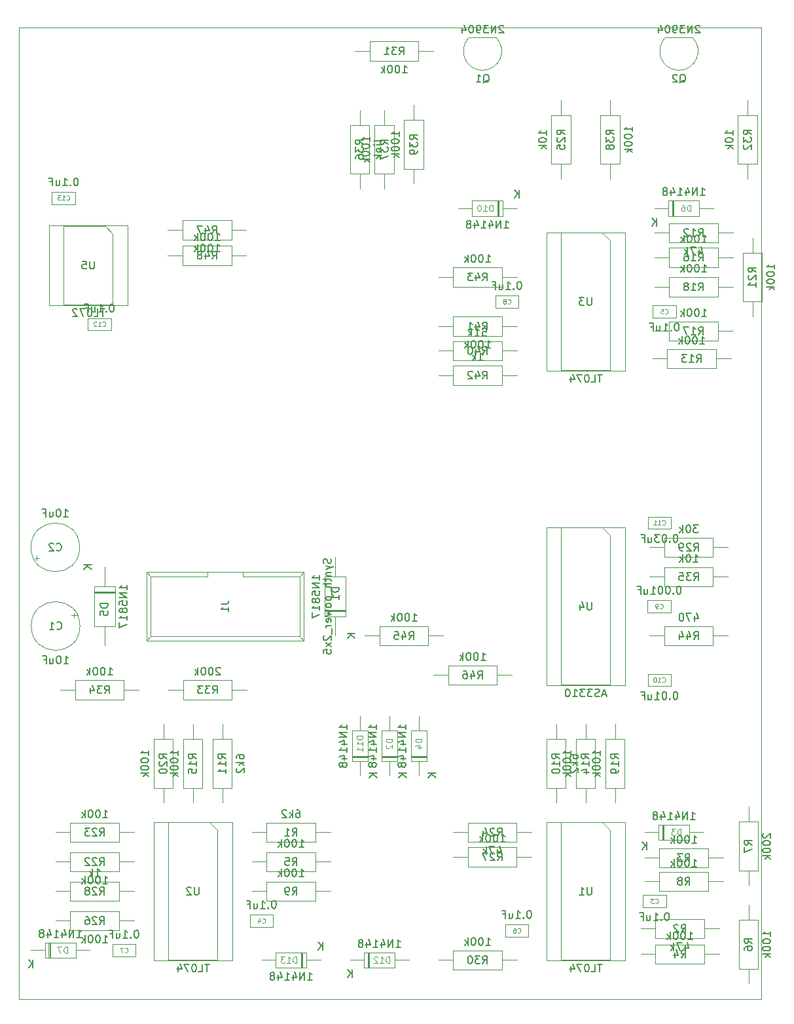
<source format=gbr>
%TF.GenerationSoftware,KiCad,Pcbnew,(5.1.9)-1*%
%TF.CreationDate,2021-11-13T23:25:43+00:00*%
%TF.ProjectId,KOSMOS Function Generator,4b4f534d-4f53-4204-9675-6e6374696f6e,rev?*%
%TF.SameCoordinates,Original*%
%TF.FileFunction,Other,Fab,Bot*%
%FSLAX46Y46*%
G04 Gerber Fmt 4.6, Leading zero omitted, Abs format (unit mm)*
G04 Created by KiCad (PCBNEW (5.1.9)-1) date 2021-11-13 23:25:43*
%MOMM*%
%LPD*%
G01*
G04 APERTURE LIST*
%TA.AperFunction,Profile*%
%ADD10C,0.050000*%
%TD*%
%ADD11C,0.100000*%
%ADD12C,0.150000*%
%ADD13C,0.090000*%
%ADD14C,0.120000*%
G04 APERTURE END LIST*
D10*
X19430000Y-142240000D02*
X19430000Y-16680000D01*
X115400000Y-142240000D02*
X19430000Y-142240000D01*
X115400000Y-16680000D02*
X115400000Y-142240000D01*
X19430000Y-16680000D02*
X115400000Y-16680000D01*
D11*
%TO.C,R45*%
X66065000Y-96500000D02*
X66065000Y-94000000D01*
X66065000Y-94000000D02*
X72365000Y-94000000D01*
X72365000Y-94000000D02*
X72365000Y-96500000D01*
X72365000Y-96500000D02*
X66065000Y-96500000D01*
X64135000Y-95250000D02*
X66065000Y-95250000D01*
X74295000Y-95250000D02*
X72365000Y-95250000D01*
%TO.C,R25*%
X89535000Y-26035000D02*
X89535000Y-27965000D01*
X89535000Y-36195000D02*
X89535000Y-34265000D01*
X90785000Y-27965000D02*
X90785000Y-34265000D01*
X88285000Y-27965000D02*
X90785000Y-27965000D01*
X88285000Y-34265000D02*
X88285000Y-27965000D01*
X90785000Y-34265000D02*
X88285000Y-34265000D01*
%TO.C,R21*%
X113050000Y-45745000D02*
X115550000Y-45745000D01*
X115550000Y-45745000D02*
X115550000Y-52045000D01*
X115550000Y-52045000D02*
X113050000Y-52045000D01*
X113050000Y-52045000D02*
X113050000Y-45745000D01*
X114300000Y-43815000D02*
X114300000Y-45745000D01*
X114300000Y-53975000D02*
X114300000Y-52045000D01*
%TO.C,R1*%
X51460000Y-121900000D02*
X51460000Y-119400000D01*
X51460000Y-119400000D02*
X57760000Y-119400000D01*
X57760000Y-119400000D02*
X57760000Y-121900000D01*
X57760000Y-121900000D02*
X51460000Y-121900000D01*
X49530000Y-120650000D02*
X51460000Y-120650000D01*
X59690000Y-120650000D02*
X57760000Y-120650000D01*
%TO.C,C1*%
X27300000Y-93980000D02*
G75*
G03*
X27300000Y-93980000I-3150000J0D01*
G01*
X26843972Y-92606500D02*
X26213972Y-92606500D01*
X26528972Y-92291500D02*
X26528972Y-92921500D01*
%TO.C,C2*%
X21731028Y-85508500D02*
X21731028Y-84878500D01*
X21416028Y-85193500D02*
X22046028Y-85193500D01*
X27260000Y-83820000D02*
G75*
G03*
X27260000Y-83820000I-3150000J0D01*
G01*
%TO.C,C3*%
X100120000Y-128740000D02*
X103120000Y-128740000D01*
X100120000Y-130340000D02*
X100120000Y-128740000D01*
X103120000Y-130340000D02*
X100120000Y-130340000D01*
X103120000Y-128740000D02*
X103120000Y-130340000D01*
%TO.C,C4*%
X49280000Y-132880000D02*
X49280000Y-131280000D01*
X49280000Y-131280000D02*
X52280000Y-131280000D01*
X52280000Y-131280000D02*
X52280000Y-132880000D01*
X52280000Y-132880000D02*
X49280000Y-132880000D01*
%TO.C,C5*%
X101390000Y-52540000D02*
X104390000Y-52540000D01*
X101390000Y-54140000D02*
X101390000Y-52540000D01*
X104390000Y-54140000D02*
X101390000Y-54140000D01*
X104390000Y-52540000D02*
X104390000Y-54140000D01*
%TO.C,C6*%
X82300000Y-134150000D02*
X82300000Y-132550000D01*
X82300000Y-132550000D02*
X85300000Y-132550000D01*
X85300000Y-132550000D02*
X85300000Y-134150000D01*
X85300000Y-134150000D02*
X82300000Y-134150000D01*
%TO.C,C7*%
X34500000Y-136690000D02*
X31500000Y-136690000D01*
X34500000Y-135090000D02*
X34500000Y-136690000D01*
X31500000Y-135090000D02*
X34500000Y-135090000D01*
X31500000Y-136690000D02*
X31500000Y-135090000D01*
%TO.C,C8*%
X84030000Y-52870000D02*
X81030000Y-52870000D01*
X84030000Y-51270000D02*
X84030000Y-52870000D01*
X81030000Y-51270000D02*
X84030000Y-51270000D01*
X81030000Y-52870000D02*
X81030000Y-51270000D01*
%TO.C,C9*%
X100715000Y-92240000D02*
X100715000Y-90640000D01*
X100715000Y-90640000D02*
X103715000Y-90640000D01*
X103715000Y-90640000D02*
X103715000Y-92240000D01*
X103715000Y-92240000D02*
X100715000Y-92240000D01*
%TO.C,C10*%
X103755000Y-100165000D02*
X103755000Y-101765000D01*
X103755000Y-101765000D02*
X100755000Y-101765000D01*
X100755000Y-101765000D02*
X100755000Y-100165000D01*
X100755000Y-100165000D02*
X103755000Y-100165000D01*
%TO.C,C11*%
X100755000Y-79845000D02*
X103755000Y-79845000D01*
X100755000Y-81445000D02*
X100755000Y-79845000D01*
X103755000Y-81445000D02*
X100755000Y-81445000D01*
X103755000Y-79845000D02*
X103755000Y-81445000D01*
%TO.C,D1*%
X61675000Y-92090000D02*
X58975000Y-92090000D01*
X61675000Y-91890000D02*
X58975000Y-91890000D01*
X61675000Y-91990000D02*
X58975000Y-91990000D01*
X60325000Y-85090000D02*
X60325000Y-87570000D01*
X60325000Y-95250000D02*
X60325000Y-92770000D01*
X61675000Y-87570000D02*
X61675000Y-92770000D01*
X58975000Y-87570000D02*
X61675000Y-87570000D01*
X58975000Y-92770000D02*
X58975000Y-87570000D01*
X61675000Y-92770000D02*
X58975000Y-92770000D01*
%TO.C,D2*%
X68310000Y-110974000D02*
X66310000Y-110974000D01*
X68310000Y-110774000D02*
X66310000Y-110774000D01*
X68310000Y-110874000D02*
X66310000Y-110874000D01*
X67310000Y-105664000D02*
X67310000Y-107474000D01*
X67310000Y-113284000D02*
X67310000Y-111474000D01*
X68310000Y-107474000D02*
X68310000Y-111474000D01*
X66310000Y-107474000D02*
X68310000Y-107474000D01*
X66310000Y-111474000D02*
X66310000Y-107474000D01*
X68310000Y-111474000D02*
X66310000Y-111474000D01*
%TO.C,D3*%
X102140000Y-121650000D02*
X102140000Y-119650000D01*
X102140000Y-119650000D02*
X106140000Y-119650000D01*
X106140000Y-119650000D02*
X106140000Y-121650000D01*
X106140000Y-121650000D02*
X102140000Y-121650000D01*
X100330000Y-120650000D02*
X102140000Y-120650000D01*
X107950000Y-120650000D02*
X106140000Y-120650000D01*
X102740000Y-121650000D02*
X102740000Y-119650000D01*
X102840000Y-121650000D02*
X102840000Y-119650000D01*
X102640000Y-121650000D02*
X102640000Y-119650000D01*
%TO.C,D4*%
X72120000Y-111474000D02*
X70120000Y-111474000D01*
X70120000Y-111474000D02*
X70120000Y-107474000D01*
X70120000Y-107474000D02*
X72120000Y-107474000D01*
X72120000Y-107474000D02*
X72120000Y-111474000D01*
X71120000Y-113284000D02*
X71120000Y-111474000D01*
X71120000Y-105664000D02*
X71120000Y-107474000D01*
X72120000Y-110874000D02*
X70120000Y-110874000D01*
X72120000Y-110774000D02*
X70120000Y-110774000D01*
X72120000Y-110974000D02*
X70120000Y-110974000D01*
%TO.C,D5*%
X29130000Y-88840000D02*
X31830000Y-88840000D01*
X31830000Y-88840000D02*
X31830000Y-94040000D01*
X31830000Y-94040000D02*
X29130000Y-94040000D01*
X29130000Y-94040000D02*
X29130000Y-88840000D01*
X30480000Y-86360000D02*
X30480000Y-88840000D01*
X30480000Y-96520000D02*
X30480000Y-94040000D01*
X29130000Y-89620000D02*
X31830000Y-89620000D01*
X29130000Y-89720000D02*
X31830000Y-89720000D01*
X29130000Y-89520000D02*
X31830000Y-89520000D01*
%TO.C,D6*%
X103410000Y-41005000D02*
X103410000Y-39005000D01*
X103410000Y-39005000D02*
X107410000Y-39005000D01*
X107410000Y-39005000D02*
X107410000Y-41005000D01*
X107410000Y-41005000D02*
X103410000Y-41005000D01*
X101600000Y-40005000D02*
X103410000Y-40005000D01*
X109220000Y-40005000D02*
X107410000Y-40005000D01*
X104010000Y-41005000D02*
X104010000Y-39005000D01*
X104110000Y-41005000D02*
X104110000Y-39005000D01*
X103910000Y-41005000D02*
X103910000Y-39005000D01*
%TO.C,D7*%
X23265000Y-136890000D02*
X23265000Y-134890000D01*
X23465000Y-136890000D02*
X23465000Y-134890000D01*
X23365000Y-136890000D02*
X23365000Y-134890000D01*
X28575000Y-135890000D02*
X26765000Y-135890000D01*
X20955000Y-135890000D02*
X22765000Y-135890000D01*
X26765000Y-136890000D02*
X22765000Y-136890000D01*
X26765000Y-134890000D02*
X26765000Y-136890000D01*
X22765000Y-134890000D02*
X26765000Y-134890000D01*
X22765000Y-136890000D02*
X22765000Y-134890000D01*
%TO.C,D10*%
X82010000Y-39005000D02*
X82010000Y-41005000D01*
X82010000Y-41005000D02*
X78010000Y-41005000D01*
X78010000Y-41005000D02*
X78010000Y-39005000D01*
X78010000Y-39005000D02*
X82010000Y-39005000D01*
X83820000Y-40005000D02*
X82010000Y-40005000D01*
X76200000Y-40005000D02*
X78010000Y-40005000D01*
X81410000Y-39005000D02*
X81410000Y-41005000D01*
X81310000Y-39005000D02*
X81310000Y-41005000D01*
X81510000Y-39005000D02*
X81510000Y-41005000D01*
%TO.C,D11*%
X64500000Y-110974000D02*
X62500000Y-110974000D01*
X64500000Y-110774000D02*
X62500000Y-110774000D01*
X64500000Y-110874000D02*
X62500000Y-110874000D01*
X63500000Y-105664000D02*
X63500000Y-107474000D01*
X63500000Y-113284000D02*
X63500000Y-111474000D01*
X64500000Y-107474000D02*
X64500000Y-111474000D01*
X62500000Y-107474000D02*
X64500000Y-107474000D01*
X62500000Y-111474000D02*
X62500000Y-107474000D01*
X64500000Y-111474000D02*
X62500000Y-111474000D01*
%TO.C,D12*%
X64040000Y-138160000D02*
X64040000Y-136160000D01*
X64040000Y-136160000D02*
X68040000Y-136160000D01*
X68040000Y-136160000D02*
X68040000Y-138160000D01*
X68040000Y-138160000D02*
X64040000Y-138160000D01*
X62230000Y-137160000D02*
X64040000Y-137160000D01*
X69850000Y-137160000D02*
X68040000Y-137160000D01*
X64640000Y-138160000D02*
X64640000Y-136160000D01*
X64740000Y-138160000D02*
X64740000Y-136160000D01*
X64540000Y-138160000D02*
X64540000Y-136160000D01*
%TO.C,D13*%
X56110000Y-136160000D02*
X56110000Y-138160000D01*
X55910000Y-136160000D02*
X55910000Y-138160000D01*
X56010000Y-136160000D02*
X56010000Y-138160000D01*
X50800000Y-137160000D02*
X52610000Y-137160000D01*
X58420000Y-137160000D02*
X56610000Y-137160000D01*
X52610000Y-136160000D02*
X56610000Y-136160000D01*
X52610000Y-138160000D02*
X52610000Y-136160000D01*
X56610000Y-138160000D02*
X52610000Y-138160000D01*
X56610000Y-136160000D02*
X56610000Y-138160000D01*
%TO.C,J1*%
X56270000Y-87015000D02*
X55710000Y-87565000D01*
X35910000Y-87015000D02*
X36450000Y-87565000D01*
X56270000Y-95865000D02*
X55710000Y-95315000D01*
X35910000Y-95865000D02*
X36450000Y-95315000D01*
X55710000Y-95315000D02*
X55710000Y-87565000D01*
X56270000Y-95865000D02*
X56270000Y-87015000D01*
X36450000Y-95315000D02*
X36450000Y-87565000D01*
X35910000Y-95865000D02*
X35910000Y-87015000D01*
X48340000Y-87565000D02*
X48340000Y-87015000D01*
X43840000Y-87565000D02*
X43840000Y-87015000D01*
X48340000Y-87565000D02*
X55710000Y-87565000D01*
X36450000Y-87565000D02*
X43840000Y-87565000D01*
X35910000Y-87015000D02*
X56270000Y-87015000D01*
X36450000Y-95315000D02*
X55710000Y-95315000D01*
X35910000Y-95865000D02*
X56270000Y-95865000D01*
%TO.C,Q1*%
X77635000Y-17935000D02*
X81135000Y-17935000D01*
X77621375Y-17931375D02*
G75*
G03*
X79375000Y-22165000I1753625J-1753625D01*
G01*
X81128625Y-17931375D02*
G75*
G02*
X79375000Y-22165000I-1753625J-1753625D01*
G01*
%TO.C,Q2*%
X103035000Y-17935000D02*
X106535000Y-17935000D01*
X106528625Y-17931375D02*
G75*
G02*
X104775000Y-22165000I-1753625J-1753625D01*
G01*
X103021375Y-17931375D02*
G75*
G03*
X104775000Y-22165000I1753625J-1753625D01*
G01*
%TO.C,R2*%
X108052000Y-131846000D02*
X108052000Y-134346000D01*
X108052000Y-134346000D02*
X101752000Y-134346000D01*
X101752000Y-134346000D02*
X101752000Y-131846000D01*
X101752000Y-131846000D02*
X108052000Y-131846000D01*
X109982000Y-133096000D02*
X108052000Y-133096000D01*
X99822000Y-133096000D02*
X101752000Y-133096000D01*
%TO.C,R3*%
X102260000Y-125202000D02*
X102260000Y-122702000D01*
X102260000Y-122702000D02*
X108560000Y-122702000D01*
X108560000Y-122702000D02*
X108560000Y-125202000D01*
X108560000Y-125202000D02*
X102260000Y-125202000D01*
X100330000Y-123952000D02*
X102260000Y-123952000D01*
X110490000Y-123952000D02*
X108560000Y-123952000D01*
%TO.C,R4*%
X109982000Y-136398000D02*
X108052000Y-136398000D01*
X99822000Y-136398000D02*
X101752000Y-136398000D01*
X108052000Y-137648000D02*
X101752000Y-137648000D01*
X108052000Y-135148000D02*
X108052000Y-137648000D01*
X101752000Y-135148000D02*
X108052000Y-135148000D01*
X101752000Y-137648000D02*
X101752000Y-135148000D01*
%TO.C,R5*%
X51460000Y-125710000D02*
X51460000Y-123210000D01*
X51460000Y-123210000D02*
X57760000Y-123210000D01*
X57760000Y-123210000D02*
X57760000Y-125710000D01*
X57760000Y-125710000D02*
X51460000Y-125710000D01*
X49530000Y-124460000D02*
X51460000Y-124460000D01*
X59690000Y-124460000D02*
X57760000Y-124460000D01*
%TO.C,R6*%
X112542000Y-131978000D02*
X115042000Y-131978000D01*
X115042000Y-131978000D02*
X115042000Y-138278000D01*
X115042000Y-138278000D02*
X112542000Y-138278000D01*
X112542000Y-138278000D02*
X112542000Y-131978000D01*
X113792000Y-130048000D02*
X113792000Y-131978000D01*
X113792000Y-140208000D02*
X113792000Y-138278000D01*
%TO.C,R7*%
X113792000Y-127508000D02*
X113792000Y-125578000D01*
X113792000Y-117348000D02*
X113792000Y-119278000D01*
X112542000Y-125578000D02*
X112542000Y-119278000D01*
X115042000Y-125578000D02*
X112542000Y-125578000D01*
X115042000Y-119278000D02*
X115042000Y-125578000D01*
X112542000Y-119278000D02*
X115042000Y-119278000D01*
%TO.C,R8*%
X102260000Y-128250000D02*
X102260000Y-125750000D01*
X102260000Y-125750000D02*
X108560000Y-125750000D01*
X108560000Y-125750000D02*
X108560000Y-128250000D01*
X108560000Y-128250000D02*
X102260000Y-128250000D01*
X100330000Y-127000000D02*
X102260000Y-127000000D01*
X110490000Y-127000000D02*
X108560000Y-127000000D01*
%TO.C,R9*%
X59690000Y-128270000D02*
X57760000Y-128270000D01*
X49530000Y-128270000D02*
X51460000Y-128270000D01*
X57760000Y-129520000D02*
X51460000Y-129520000D01*
X57760000Y-127020000D02*
X57760000Y-129520000D01*
X51460000Y-127020000D02*
X57760000Y-127020000D01*
X51460000Y-129520000D02*
X51460000Y-127020000D01*
%TO.C,R10*%
X87650000Y-108610000D02*
X90150000Y-108610000D01*
X90150000Y-108610000D02*
X90150000Y-114910000D01*
X90150000Y-114910000D02*
X87650000Y-114910000D01*
X87650000Y-114910000D02*
X87650000Y-108610000D01*
X88900000Y-106680000D02*
X88900000Y-108610000D01*
X88900000Y-116840000D02*
X88900000Y-114910000D01*
%TO.C,R11*%
X45720000Y-116840000D02*
X45720000Y-114910000D01*
X45720000Y-106680000D02*
X45720000Y-108610000D01*
X44470000Y-114910000D02*
X44470000Y-108610000D01*
X46970000Y-114910000D02*
X44470000Y-114910000D01*
X46970000Y-108610000D02*
X46970000Y-114910000D01*
X44470000Y-108610000D02*
X46970000Y-108610000D01*
%TO.C,R12*%
X101600000Y-43180000D02*
X103530000Y-43180000D01*
X111760000Y-43180000D02*
X109830000Y-43180000D01*
X103530000Y-41930000D02*
X109830000Y-41930000D01*
X103530000Y-44430000D02*
X103530000Y-41930000D01*
X109830000Y-44430000D02*
X103530000Y-44430000D01*
X109830000Y-41930000D02*
X109830000Y-44430000D01*
%TO.C,R13*%
X111506000Y-59436000D02*
X109576000Y-59436000D01*
X101346000Y-59436000D02*
X103276000Y-59436000D01*
X109576000Y-60686000D02*
X103276000Y-60686000D01*
X109576000Y-58186000D02*
X109576000Y-60686000D01*
X103276000Y-58186000D02*
X109576000Y-58186000D01*
X103276000Y-60686000D02*
X103276000Y-58186000D01*
%TO.C,R14*%
X92710000Y-106680000D02*
X92710000Y-108610000D01*
X92710000Y-116840000D02*
X92710000Y-114910000D01*
X93960000Y-108610000D02*
X93960000Y-114910000D01*
X91460000Y-108610000D02*
X93960000Y-108610000D01*
X91460000Y-114910000D02*
X91460000Y-108610000D01*
X93960000Y-114910000D02*
X91460000Y-114910000D01*
%TO.C,R15*%
X41910000Y-106680000D02*
X41910000Y-108610000D01*
X41910000Y-116840000D02*
X41910000Y-114910000D01*
X43160000Y-108610000D02*
X43160000Y-114910000D01*
X40660000Y-108610000D02*
X43160000Y-108610000D01*
X40660000Y-114910000D02*
X40660000Y-108610000D01*
X43160000Y-114910000D02*
X40660000Y-114910000D01*
%TO.C,R16*%
X103530000Y-47605000D02*
X103530000Y-45105000D01*
X103530000Y-45105000D02*
X109830000Y-45105000D01*
X109830000Y-45105000D02*
X109830000Y-47605000D01*
X109830000Y-47605000D02*
X103530000Y-47605000D01*
X101600000Y-46355000D02*
X103530000Y-46355000D01*
X111760000Y-46355000D02*
X109830000Y-46355000D01*
%TO.C,R17*%
X103530000Y-57130000D02*
X103530000Y-54630000D01*
X103530000Y-54630000D02*
X109830000Y-54630000D01*
X109830000Y-54630000D02*
X109830000Y-57130000D01*
X109830000Y-57130000D02*
X103530000Y-57130000D01*
X101600000Y-55880000D02*
X103530000Y-55880000D01*
X111760000Y-55880000D02*
X109830000Y-55880000D01*
%TO.C,R18*%
X111760000Y-50165000D02*
X109830000Y-50165000D01*
X101600000Y-50165000D02*
X103530000Y-50165000D01*
X109830000Y-51415000D02*
X103530000Y-51415000D01*
X109830000Y-48915000D02*
X109830000Y-51415000D01*
X103530000Y-48915000D02*
X109830000Y-48915000D01*
X103530000Y-51415000D02*
X103530000Y-48915000D01*
%TO.C,R19*%
X97770000Y-114910000D02*
X95270000Y-114910000D01*
X95270000Y-114910000D02*
X95270000Y-108610000D01*
X95270000Y-108610000D02*
X97770000Y-108610000D01*
X97770000Y-108610000D02*
X97770000Y-114910000D01*
X96520000Y-116840000D02*
X96520000Y-114910000D01*
X96520000Y-106680000D02*
X96520000Y-108610000D01*
%TO.C,R20*%
X39350000Y-114910000D02*
X36850000Y-114910000D01*
X36850000Y-114910000D02*
X36850000Y-108610000D01*
X36850000Y-108610000D02*
X39350000Y-108610000D01*
X39350000Y-108610000D02*
X39350000Y-114910000D01*
X38100000Y-116840000D02*
X38100000Y-114910000D01*
X38100000Y-106680000D02*
X38100000Y-108610000D01*
%TO.C,R22*%
X32360000Y-123210000D02*
X32360000Y-125710000D01*
X32360000Y-125710000D02*
X26060000Y-125710000D01*
X26060000Y-125710000D02*
X26060000Y-123210000D01*
X26060000Y-123210000D02*
X32360000Y-123210000D01*
X34290000Y-124460000D02*
X32360000Y-124460000D01*
X24130000Y-124460000D02*
X26060000Y-124460000D01*
%TO.C,R23*%
X26060000Y-121900000D02*
X26060000Y-119400000D01*
X26060000Y-119400000D02*
X32360000Y-119400000D01*
X32360000Y-119400000D02*
X32360000Y-121900000D01*
X32360000Y-121900000D02*
X26060000Y-121900000D01*
X24130000Y-120650000D02*
X26060000Y-120650000D01*
X34290000Y-120650000D02*
X32360000Y-120650000D01*
%TO.C,R24*%
X75565000Y-120650000D02*
X77495000Y-120650000D01*
X85725000Y-120650000D02*
X83795000Y-120650000D01*
X77495000Y-119400000D02*
X83795000Y-119400000D01*
X77495000Y-121900000D02*
X77495000Y-119400000D01*
X83795000Y-121900000D02*
X77495000Y-121900000D01*
X83795000Y-119400000D02*
X83795000Y-121900000D01*
%TO.C,R26*%
X24130000Y-132080000D02*
X26060000Y-132080000D01*
X34290000Y-132080000D02*
X32360000Y-132080000D01*
X26060000Y-130830000D02*
X32360000Y-130830000D01*
X26060000Y-133330000D02*
X26060000Y-130830000D01*
X32360000Y-133330000D02*
X26060000Y-133330000D01*
X32360000Y-130830000D02*
X32360000Y-133330000D01*
%TO.C,R27*%
X77495000Y-125075000D02*
X77495000Y-122575000D01*
X77495000Y-122575000D02*
X83795000Y-122575000D01*
X83795000Y-122575000D02*
X83795000Y-125075000D01*
X83795000Y-125075000D02*
X77495000Y-125075000D01*
X75565000Y-123825000D02*
X77495000Y-123825000D01*
X85725000Y-123825000D02*
X83795000Y-123825000D01*
%TO.C,R28*%
X34290000Y-128270000D02*
X32360000Y-128270000D01*
X24130000Y-128270000D02*
X26060000Y-128270000D01*
X32360000Y-129520000D02*
X26060000Y-129520000D01*
X32360000Y-127020000D02*
X32360000Y-129520000D01*
X26060000Y-127020000D02*
X32360000Y-127020000D01*
X26060000Y-129520000D02*
X26060000Y-127020000D01*
%TO.C,R29*%
X111125000Y-83820000D02*
X109195000Y-83820000D01*
X100965000Y-83820000D02*
X102895000Y-83820000D01*
X109195000Y-85070000D02*
X102895000Y-85070000D01*
X109195000Y-82570000D02*
X109195000Y-85070000D01*
X102895000Y-82570000D02*
X109195000Y-82570000D01*
X102895000Y-85070000D02*
X102895000Y-82570000D01*
%TO.C,R30*%
X83820000Y-137160000D02*
X81890000Y-137160000D01*
X73660000Y-137160000D02*
X75590000Y-137160000D01*
X81890000Y-138410000D02*
X75590000Y-138410000D01*
X81890000Y-135910000D02*
X81890000Y-138410000D01*
X75590000Y-135910000D02*
X81890000Y-135910000D01*
X75590000Y-138410000D02*
X75590000Y-135910000D01*
%TO.C,R31*%
X71095000Y-18435000D02*
X71095000Y-20935000D01*
X71095000Y-20935000D02*
X64795000Y-20935000D01*
X64795000Y-20935000D02*
X64795000Y-18435000D01*
X64795000Y-18435000D02*
X71095000Y-18435000D01*
X73025000Y-19685000D02*
X71095000Y-19685000D01*
X62865000Y-19685000D02*
X64795000Y-19685000D01*
%TO.C,R32*%
X114915000Y-34265000D02*
X112415000Y-34265000D01*
X112415000Y-34265000D02*
X112415000Y-27965000D01*
X112415000Y-27965000D02*
X114915000Y-27965000D01*
X114915000Y-27965000D02*
X114915000Y-34265000D01*
X113665000Y-36195000D02*
X113665000Y-34265000D01*
X113665000Y-26035000D02*
X113665000Y-27965000D01*
%TO.C,R33*%
X48895000Y-102235000D02*
X46965000Y-102235000D01*
X38735000Y-102235000D02*
X40665000Y-102235000D01*
X46965000Y-103485000D02*
X40665000Y-103485000D01*
X46965000Y-100985000D02*
X46965000Y-103485000D01*
X40665000Y-100985000D02*
X46965000Y-100985000D01*
X40665000Y-103485000D02*
X40665000Y-100985000D01*
%TO.C,R34*%
X34925000Y-102235000D02*
X32995000Y-102235000D01*
X24765000Y-102235000D02*
X26695000Y-102235000D01*
X32995000Y-103485000D02*
X26695000Y-103485000D01*
X32995000Y-100985000D02*
X32995000Y-103485000D01*
X26695000Y-100985000D02*
X32995000Y-100985000D01*
X26695000Y-103485000D02*
X26695000Y-100985000D01*
%TO.C,R35*%
X102895000Y-88880000D02*
X102895000Y-86380000D01*
X102895000Y-86380000D02*
X109195000Y-86380000D01*
X109195000Y-86380000D02*
X109195000Y-88880000D01*
X109195000Y-88880000D02*
X102895000Y-88880000D01*
X100965000Y-87630000D02*
X102895000Y-87630000D01*
X111125000Y-87630000D02*
X109195000Y-87630000D01*
%TO.C,R36*%
X62250000Y-29235000D02*
X64750000Y-29235000D01*
X64750000Y-29235000D02*
X64750000Y-35535000D01*
X64750000Y-35535000D02*
X62250000Y-35535000D01*
X62250000Y-35535000D02*
X62250000Y-29235000D01*
X63500000Y-27305000D02*
X63500000Y-29235000D01*
X63500000Y-37465000D02*
X63500000Y-35535000D01*
%TO.C,R37*%
X66675000Y-27305000D02*
X66675000Y-29235000D01*
X66675000Y-37465000D02*
X66675000Y-35535000D01*
X67925000Y-29235000D02*
X67925000Y-35535000D01*
X65425000Y-29235000D02*
X67925000Y-29235000D01*
X65425000Y-35535000D02*
X65425000Y-29235000D01*
X67925000Y-35535000D02*
X65425000Y-35535000D01*
%TO.C,R38*%
X94635000Y-27965000D02*
X97135000Y-27965000D01*
X97135000Y-27965000D02*
X97135000Y-34265000D01*
X97135000Y-34265000D02*
X94635000Y-34265000D01*
X94635000Y-34265000D02*
X94635000Y-27965000D01*
X95885000Y-26035000D02*
X95885000Y-27965000D01*
X95885000Y-36195000D02*
X95885000Y-34265000D01*
%TO.C,R39*%
X70485000Y-26670000D02*
X70485000Y-28600000D01*
X70485000Y-36830000D02*
X70485000Y-34900000D01*
X71735000Y-28600000D02*
X71735000Y-34900000D01*
X69235000Y-28600000D02*
X71735000Y-28600000D01*
X69235000Y-34900000D02*
X69235000Y-28600000D01*
X71735000Y-34900000D02*
X69235000Y-34900000D01*
%TO.C,R40*%
X75590000Y-59670000D02*
X75590000Y-57170000D01*
X75590000Y-57170000D02*
X81890000Y-57170000D01*
X81890000Y-57170000D02*
X81890000Y-59670000D01*
X81890000Y-59670000D02*
X75590000Y-59670000D01*
X73660000Y-58420000D02*
X75590000Y-58420000D01*
X83820000Y-58420000D02*
X81890000Y-58420000D01*
%TO.C,R41*%
X73660000Y-55245000D02*
X75590000Y-55245000D01*
X83820000Y-55245000D02*
X81890000Y-55245000D01*
X75590000Y-53995000D02*
X81890000Y-53995000D01*
X75590000Y-56495000D02*
X75590000Y-53995000D01*
X81890000Y-56495000D02*
X75590000Y-56495000D01*
X81890000Y-53995000D02*
X81890000Y-56495000D01*
%TO.C,R42*%
X83820000Y-61595000D02*
X81890000Y-61595000D01*
X73660000Y-61595000D02*
X75590000Y-61595000D01*
X81890000Y-62845000D02*
X75590000Y-62845000D01*
X81890000Y-60345000D02*
X81890000Y-62845000D01*
X75590000Y-60345000D02*
X81890000Y-60345000D01*
X75590000Y-62845000D02*
X75590000Y-60345000D01*
%TO.C,R43*%
X75590000Y-50145000D02*
X75590000Y-47645000D01*
X75590000Y-47645000D02*
X81890000Y-47645000D01*
X81890000Y-47645000D02*
X81890000Y-50145000D01*
X81890000Y-50145000D02*
X75590000Y-50145000D01*
X73660000Y-48895000D02*
X75590000Y-48895000D01*
X83820000Y-48895000D02*
X81890000Y-48895000D01*
%TO.C,R44*%
X111125000Y-95250000D02*
X109195000Y-95250000D01*
X100965000Y-95250000D02*
X102895000Y-95250000D01*
X109195000Y-96500000D02*
X102895000Y-96500000D01*
X109195000Y-94000000D02*
X109195000Y-96500000D01*
X102895000Y-94000000D02*
X109195000Y-94000000D01*
X102895000Y-96500000D02*
X102895000Y-94000000D01*
%TO.C,R46*%
X74955000Y-101580000D02*
X74955000Y-99080000D01*
X74955000Y-99080000D02*
X81255000Y-99080000D01*
X81255000Y-99080000D02*
X81255000Y-101580000D01*
X81255000Y-101580000D02*
X74955000Y-101580000D01*
X73025000Y-100330000D02*
X74955000Y-100330000D01*
X83185000Y-100330000D02*
X81255000Y-100330000D01*
%TO.C,U1*%
X87630000Y-119320000D02*
X97790000Y-119320000D01*
X87630000Y-137220000D02*
X87630000Y-119320000D01*
X97790000Y-137220000D02*
X87630000Y-137220000D01*
X97790000Y-119320000D02*
X97790000Y-137220000D01*
X95885000Y-120380000D02*
X94885000Y-119380000D01*
X95885000Y-137160000D02*
X95885000Y-120380000D01*
X89535000Y-137160000D02*
X95885000Y-137160000D01*
X89535000Y-119380000D02*
X89535000Y-137160000D01*
X94885000Y-119380000D02*
X89535000Y-119380000D01*
%TO.C,U2*%
X44085000Y-119380000D02*
X38735000Y-119380000D01*
X38735000Y-119380000D02*
X38735000Y-137160000D01*
X38735000Y-137160000D02*
X45085000Y-137160000D01*
X45085000Y-137160000D02*
X45085000Y-120380000D01*
X45085000Y-120380000D02*
X44085000Y-119380000D01*
X46990000Y-119320000D02*
X46990000Y-137220000D01*
X46990000Y-137220000D02*
X36830000Y-137220000D01*
X36830000Y-137220000D02*
X36830000Y-119320000D01*
X36830000Y-119320000D02*
X46990000Y-119320000D01*
%TO.C,U3*%
X94885000Y-43180000D02*
X89535000Y-43180000D01*
X89535000Y-43180000D02*
X89535000Y-60960000D01*
X89535000Y-60960000D02*
X95885000Y-60960000D01*
X95885000Y-60960000D02*
X95885000Y-44180000D01*
X95885000Y-44180000D02*
X94885000Y-43180000D01*
X97790000Y-43120000D02*
X97790000Y-61020000D01*
X97790000Y-61020000D02*
X87630000Y-61020000D01*
X87630000Y-61020000D02*
X87630000Y-43120000D01*
X87630000Y-43120000D02*
X97790000Y-43120000D01*
%TO.C,U4*%
X87630000Y-81220000D02*
X97790000Y-81220000D01*
X87630000Y-101660000D02*
X87630000Y-81220000D01*
X97790000Y-101660000D02*
X87630000Y-101660000D01*
X97790000Y-81220000D02*
X97790000Y-101660000D01*
X95885000Y-82280000D02*
X94885000Y-81280000D01*
X95885000Y-101600000D02*
X95885000Y-82280000D01*
X89535000Y-101600000D02*
X95885000Y-101600000D01*
X89535000Y-81280000D02*
X89535000Y-101600000D01*
X94885000Y-81280000D02*
X89535000Y-81280000D01*
%TO.C,C12*%
X28325000Y-55791000D02*
X28325000Y-54191000D01*
X28325000Y-54191000D02*
X31325000Y-54191000D01*
X31325000Y-54191000D02*
X31325000Y-55791000D01*
X31325000Y-55791000D02*
X28325000Y-55791000D01*
%TO.C,C13*%
X26689500Y-39471500D02*
X23689500Y-39471500D01*
X26689500Y-37871500D02*
X26689500Y-39471500D01*
X23689500Y-37871500D02*
X26689500Y-37871500D01*
X23689500Y-39471500D02*
X23689500Y-37871500D01*
%TO.C,R47*%
X46901500Y-41549000D02*
X46901500Y-44049000D01*
X46901500Y-44049000D02*
X40601500Y-44049000D01*
X40601500Y-44049000D02*
X40601500Y-41549000D01*
X40601500Y-41549000D02*
X46901500Y-41549000D01*
X48831500Y-42799000D02*
X46901500Y-42799000D01*
X38671500Y-42799000D02*
X40601500Y-42799000D01*
%TO.C,R48*%
X48831500Y-46101000D02*
X46901500Y-46101000D01*
X38671500Y-46101000D02*
X40601500Y-46101000D01*
X46901500Y-47351000D02*
X40601500Y-47351000D01*
X46901500Y-44851000D02*
X46901500Y-47351000D01*
X40601500Y-44851000D02*
X46901500Y-44851000D01*
X40601500Y-47351000D02*
X40601500Y-44851000D01*
%TO.C,U5*%
X30559500Y-42291000D02*
X25209500Y-42291000D01*
X25209500Y-42291000D02*
X25209500Y-52451000D01*
X25209500Y-52451000D02*
X31559500Y-52451000D01*
X31559500Y-52451000D02*
X31559500Y-43291000D01*
X31559500Y-43291000D02*
X30559500Y-42291000D01*
X33464500Y-42231000D02*
X33464500Y-52511000D01*
X33464500Y-52511000D02*
X23304500Y-52511000D01*
X23304500Y-52511000D02*
X23304500Y-42231000D01*
X23304500Y-42231000D02*
X33464500Y-42231000D01*
%TD*%
%TO.C,R45*%
D12*
X70286428Y-93332380D02*
X70857857Y-93332380D01*
X70572142Y-93332380D02*
X70572142Y-92332380D01*
X70667380Y-92475238D01*
X70762619Y-92570476D01*
X70857857Y-92618095D01*
X69667380Y-92332380D02*
X69572142Y-92332380D01*
X69476904Y-92380000D01*
X69429285Y-92427619D01*
X69381666Y-92522857D01*
X69334047Y-92713333D01*
X69334047Y-92951428D01*
X69381666Y-93141904D01*
X69429285Y-93237142D01*
X69476904Y-93284761D01*
X69572142Y-93332380D01*
X69667380Y-93332380D01*
X69762619Y-93284761D01*
X69810238Y-93237142D01*
X69857857Y-93141904D01*
X69905476Y-92951428D01*
X69905476Y-92713333D01*
X69857857Y-92522857D01*
X69810238Y-92427619D01*
X69762619Y-92380000D01*
X69667380Y-92332380D01*
X68715000Y-92332380D02*
X68619761Y-92332380D01*
X68524523Y-92380000D01*
X68476904Y-92427619D01*
X68429285Y-92522857D01*
X68381666Y-92713333D01*
X68381666Y-92951428D01*
X68429285Y-93141904D01*
X68476904Y-93237142D01*
X68524523Y-93284761D01*
X68619761Y-93332380D01*
X68715000Y-93332380D01*
X68810238Y-93284761D01*
X68857857Y-93237142D01*
X68905476Y-93141904D01*
X68953095Y-92951428D01*
X68953095Y-92713333D01*
X68905476Y-92522857D01*
X68857857Y-92427619D01*
X68810238Y-92380000D01*
X68715000Y-92332380D01*
X67953095Y-93332380D02*
X67953095Y-92332380D01*
X67857857Y-92951428D02*
X67572142Y-93332380D01*
X67572142Y-92665714D02*
X67953095Y-93046666D01*
X69857857Y-95702380D02*
X70191190Y-95226190D01*
X70429285Y-95702380D02*
X70429285Y-94702380D01*
X70048333Y-94702380D01*
X69953095Y-94750000D01*
X69905476Y-94797619D01*
X69857857Y-94892857D01*
X69857857Y-95035714D01*
X69905476Y-95130952D01*
X69953095Y-95178571D01*
X70048333Y-95226190D01*
X70429285Y-95226190D01*
X69000714Y-95035714D02*
X69000714Y-95702380D01*
X69238809Y-94654761D02*
X69476904Y-95369047D01*
X68857857Y-95369047D01*
X68000714Y-94702380D02*
X68476904Y-94702380D01*
X68524523Y-95178571D01*
X68476904Y-95130952D01*
X68381666Y-95083333D01*
X68143571Y-95083333D01*
X68048333Y-95130952D01*
X68000714Y-95178571D01*
X67953095Y-95273809D01*
X67953095Y-95511904D01*
X68000714Y-95607142D01*
X68048333Y-95654761D01*
X68143571Y-95702380D01*
X68381666Y-95702380D01*
X68476904Y-95654761D01*
X68524523Y-95607142D01*
%TO.C,R25*%
X87617380Y-30519761D02*
X87617380Y-29948333D01*
X87617380Y-30234047D02*
X86617380Y-30234047D01*
X86760238Y-30138809D01*
X86855476Y-30043571D01*
X86903095Y-29948333D01*
X86617380Y-31138809D02*
X86617380Y-31234047D01*
X86665000Y-31329285D01*
X86712619Y-31376904D01*
X86807857Y-31424523D01*
X86998333Y-31472142D01*
X87236428Y-31472142D01*
X87426904Y-31424523D01*
X87522142Y-31376904D01*
X87569761Y-31329285D01*
X87617380Y-31234047D01*
X87617380Y-31138809D01*
X87569761Y-31043571D01*
X87522142Y-30995952D01*
X87426904Y-30948333D01*
X87236428Y-30900714D01*
X86998333Y-30900714D01*
X86807857Y-30948333D01*
X86712619Y-30995952D01*
X86665000Y-31043571D01*
X86617380Y-31138809D01*
X87617380Y-31900714D02*
X86617380Y-31900714D01*
X87236428Y-31995952D02*
X87617380Y-32281666D01*
X86950714Y-32281666D02*
X87331666Y-31900714D01*
X89987380Y-30472142D02*
X89511190Y-30138809D01*
X89987380Y-29900714D02*
X88987380Y-29900714D01*
X88987380Y-30281666D01*
X89035000Y-30376904D01*
X89082619Y-30424523D01*
X89177857Y-30472142D01*
X89320714Y-30472142D01*
X89415952Y-30424523D01*
X89463571Y-30376904D01*
X89511190Y-30281666D01*
X89511190Y-29900714D01*
X89082619Y-30853095D02*
X89035000Y-30900714D01*
X88987380Y-30995952D01*
X88987380Y-31234047D01*
X89035000Y-31329285D01*
X89082619Y-31376904D01*
X89177857Y-31424523D01*
X89273095Y-31424523D01*
X89415952Y-31376904D01*
X89987380Y-30805476D01*
X89987380Y-31424523D01*
X88987380Y-32329285D02*
X88987380Y-31853095D01*
X89463571Y-31805476D01*
X89415952Y-31853095D01*
X89368333Y-31948333D01*
X89368333Y-32186428D01*
X89415952Y-32281666D01*
X89463571Y-32329285D01*
X89558809Y-32376904D01*
X89796904Y-32376904D01*
X89892142Y-32329285D01*
X89939761Y-32281666D01*
X89987380Y-32186428D01*
X89987380Y-31948333D01*
X89939761Y-31853095D01*
X89892142Y-31805476D01*
%TO.C,R21*%
X117122380Y-47823571D02*
X117122380Y-47252142D01*
X117122380Y-47537857D02*
X116122380Y-47537857D01*
X116265238Y-47442619D01*
X116360476Y-47347380D01*
X116408095Y-47252142D01*
X116122380Y-48442619D02*
X116122380Y-48537857D01*
X116170000Y-48633095D01*
X116217619Y-48680714D01*
X116312857Y-48728333D01*
X116503333Y-48775952D01*
X116741428Y-48775952D01*
X116931904Y-48728333D01*
X117027142Y-48680714D01*
X117074761Y-48633095D01*
X117122380Y-48537857D01*
X117122380Y-48442619D01*
X117074761Y-48347380D01*
X117027142Y-48299761D01*
X116931904Y-48252142D01*
X116741428Y-48204523D01*
X116503333Y-48204523D01*
X116312857Y-48252142D01*
X116217619Y-48299761D01*
X116170000Y-48347380D01*
X116122380Y-48442619D01*
X116122380Y-49395000D02*
X116122380Y-49490238D01*
X116170000Y-49585476D01*
X116217619Y-49633095D01*
X116312857Y-49680714D01*
X116503333Y-49728333D01*
X116741428Y-49728333D01*
X116931904Y-49680714D01*
X117027142Y-49633095D01*
X117074761Y-49585476D01*
X117122380Y-49490238D01*
X117122380Y-49395000D01*
X117074761Y-49299761D01*
X117027142Y-49252142D01*
X116931904Y-49204523D01*
X116741428Y-49156904D01*
X116503333Y-49156904D01*
X116312857Y-49204523D01*
X116217619Y-49252142D01*
X116170000Y-49299761D01*
X116122380Y-49395000D01*
X117122380Y-50156904D02*
X116122380Y-50156904D01*
X116741428Y-50252142D02*
X117122380Y-50537857D01*
X116455714Y-50537857D02*
X116836666Y-50156904D01*
X114752380Y-48252142D02*
X114276190Y-47918809D01*
X114752380Y-47680714D02*
X113752380Y-47680714D01*
X113752380Y-48061666D01*
X113800000Y-48156904D01*
X113847619Y-48204523D01*
X113942857Y-48252142D01*
X114085714Y-48252142D01*
X114180952Y-48204523D01*
X114228571Y-48156904D01*
X114276190Y-48061666D01*
X114276190Y-47680714D01*
X113847619Y-48633095D02*
X113800000Y-48680714D01*
X113752380Y-48775952D01*
X113752380Y-49014047D01*
X113800000Y-49109285D01*
X113847619Y-49156904D01*
X113942857Y-49204523D01*
X114038095Y-49204523D01*
X114180952Y-49156904D01*
X114752380Y-48585476D01*
X114752380Y-49204523D01*
X114752380Y-50156904D02*
X114752380Y-49585476D01*
X114752380Y-49871190D02*
X113752380Y-49871190D01*
X113895238Y-49775952D01*
X113990476Y-49680714D01*
X114038095Y-49585476D01*
%TO.C,R1*%
X55300476Y-117732380D02*
X55490952Y-117732380D01*
X55586190Y-117780000D01*
X55633809Y-117827619D01*
X55729047Y-117970476D01*
X55776666Y-118160952D01*
X55776666Y-118541904D01*
X55729047Y-118637142D01*
X55681428Y-118684761D01*
X55586190Y-118732380D01*
X55395714Y-118732380D01*
X55300476Y-118684761D01*
X55252857Y-118637142D01*
X55205238Y-118541904D01*
X55205238Y-118303809D01*
X55252857Y-118208571D01*
X55300476Y-118160952D01*
X55395714Y-118113333D01*
X55586190Y-118113333D01*
X55681428Y-118160952D01*
X55729047Y-118208571D01*
X55776666Y-118303809D01*
X54776666Y-118732380D02*
X54776666Y-117732380D01*
X54681428Y-118351428D02*
X54395714Y-118732380D01*
X54395714Y-118065714D02*
X54776666Y-118446666D01*
X54014761Y-117827619D02*
X53967142Y-117780000D01*
X53871904Y-117732380D01*
X53633809Y-117732380D01*
X53538571Y-117780000D01*
X53490952Y-117827619D01*
X53443333Y-117922857D01*
X53443333Y-118018095D01*
X53490952Y-118160952D01*
X54062380Y-118732380D01*
X53443333Y-118732380D01*
X54776666Y-121102380D02*
X55110000Y-120626190D01*
X55348095Y-121102380D02*
X55348095Y-120102380D01*
X54967142Y-120102380D01*
X54871904Y-120150000D01*
X54824285Y-120197619D01*
X54776666Y-120292857D01*
X54776666Y-120435714D01*
X54824285Y-120530952D01*
X54871904Y-120578571D01*
X54967142Y-120626190D01*
X55348095Y-120626190D01*
X53824285Y-121102380D02*
X54395714Y-121102380D01*
X54110000Y-121102380D02*
X54110000Y-120102380D01*
X54205238Y-120245238D01*
X54300476Y-120340476D01*
X54395714Y-120388095D01*
%TO.C,C1*%
X25221428Y-98832380D02*
X25792857Y-98832380D01*
X25507142Y-98832380D02*
X25507142Y-97832380D01*
X25602380Y-97975238D01*
X25697619Y-98070476D01*
X25792857Y-98118095D01*
X24602380Y-97832380D02*
X24507142Y-97832380D01*
X24411904Y-97880000D01*
X24364285Y-97927619D01*
X24316666Y-98022857D01*
X24269047Y-98213333D01*
X24269047Y-98451428D01*
X24316666Y-98641904D01*
X24364285Y-98737142D01*
X24411904Y-98784761D01*
X24507142Y-98832380D01*
X24602380Y-98832380D01*
X24697619Y-98784761D01*
X24745238Y-98737142D01*
X24792857Y-98641904D01*
X24840476Y-98451428D01*
X24840476Y-98213333D01*
X24792857Y-98022857D01*
X24745238Y-97927619D01*
X24697619Y-97880000D01*
X24602380Y-97832380D01*
X23411904Y-98165714D02*
X23411904Y-98832380D01*
X23840476Y-98165714D02*
X23840476Y-98689523D01*
X23792857Y-98784761D01*
X23697619Y-98832380D01*
X23554761Y-98832380D01*
X23459523Y-98784761D01*
X23411904Y-98737142D01*
X22602380Y-98308571D02*
X22935714Y-98308571D01*
X22935714Y-98832380D02*
X22935714Y-97832380D01*
X22459523Y-97832380D01*
X24316666Y-94337142D02*
X24364285Y-94384761D01*
X24507142Y-94432380D01*
X24602380Y-94432380D01*
X24745238Y-94384761D01*
X24840476Y-94289523D01*
X24888095Y-94194285D01*
X24935714Y-94003809D01*
X24935714Y-93860952D01*
X24888095Y-93670476D01*
X24840476Y-93575238D01*
X24745238Y-93480000D01*
X24602380Y-93432380D01*
X24507142Y-93432380D01*
X24364285Y-93480000D01*
X24316666Y-93527619D01*
X23364285Y-94432380D02*
X23935714Y-94432380D01*
X23650000Y-94432380D02*
X23650000Y-93432380D01*
X23745238Y-93575238D01*
X23840476Y-93670476D01*
X23935714Y-93718095D01*
%TO.C,C2*%
X25181428Y-79872380D02*
X25752857Y-79872380D01*
X25467142Y-79872380D02*
X25467142Y-78872380D01*
X25562380Y-79015238D01*
X25657619Y-79110476D01*
X25752857Y-79158095D01*
X24562380Y-78872380D02*
X24467142Y-78872380D01*
X24371904Y-78920000D01*
X24324285Y-78967619D01*
X24276666Y-79062857D01*
X24229047Y-79253333D01*
X24229047Y-79491428D01*
X24276666Y-79681904D01*
X24324285Y-79777142D01*
X24371904Y-79824761D01*
X24467142Y-79872380D01*
X24562380Y-79872380D01*
X24657619Y-79824761D01*
X24705238Y-79777142D01*
X24752857Y-79681904D01*
X24800476Y-79491428D01*
X24800476Y-79253333D01*
X24752857Y-79062857D01*
X24705238Y-78967619D01*
X24657619Y-78920000D01*
X24562380Y-78872380D01*
X23371904Y-79205714D02*
X23371904Y-79872380D01*
X23800476Y-79205714D02*
X23800476Y-79729523D01*
X23752857Y-79824761D01*
X23657619Y-79872380D01*
X23514761Y-79872380D01*
X23419523Y-79824761D01*
X23371904Y-79777142D01*
X22562380Y-79348571D02*
X22895714Y-79348571D01*
X22895714Y-79872380D02*
X22895714Y-78872380D01*
X22419523Y-78872380D01*
X24276666Y-84177142D02*
X24324285Y-84224761D01*
X24467142Y-84272380D01*
X24562380Y-84272380D01*
X24705238Y-84224761D01*
X24800476Y-84129523D01*
X24848095Y-84034285D01*
X24895714Y-83843809D01*
X24895714Y-83700952D01*
X24848095Y-83510476D01*
X24800476Y-83415238D01*
X24705238Y-83320000D01*
X24562380Y-83272380D01*
X24467142Y-83272380D01*
X24324285Y-83320000D01*
X24276666Y-83367619D01*
X23895714Y-83367619D02*
X23848095Y-83320000D01*
X23752857Y-83272380D01*
X23514761Y-83272380D01*
X23419523Y-83320000D01*
X23371904Y-83367619D01*
X23324285Y-83462857D01*
X23324285Y-83558095D01*
X23371904Y-83700952D01*
X23943333Y-84272380D01*
X23324285Y-84272380D01*
%TO.C,C3*%
X103262857Y-131042380D02*
X103167619Y-131042380D01*
X103072380Y-131090000D01*
X103024761Y-131137619D01*
X102977142Y-131232857D01*
X102929523Y-131423333D01*
X102929523Y-131661428D01*
X102977142Y-131851904D01*
X103024761Y-131947142D01*
X103072380Y-131994761D01*
X103167619Y-132042380D01*
X103262857Y-132042380D01*
X103358095Y-131994761D01*
X103405714Y-131947142D01*
X103453333Y-131851904D01*
X103500952Y-131661428D01*
X103500952Y-131423333D01*
X103453333Y-131232857D01*
X103405714Y-131137619D01*
X103358095Y-131090000D01*
X103262857Y-131042380D01*
X102500952Y-131947142D02*
X102453333Y-131994761D01*
X102500952Y-132042380D01*
X102548571Y-131994761D01*
X102500952Y-131947142D01*
X102500952Y-132042380D01*
X101500952Y-132042380D02*
X102072380Y-132042380D01*
X101786666Y-132042380D02*
X101786666Y-131042380D01*
X101881904Y-131185238D01*
X101977142Y-131280476D01*
X102072380Y-131328095D01*
X100643809Y-131375714D02*
X100643809Y-132042380D01*
X101072380Y-131375714D02*
X101072380Y-131899523D01*
X101024761Y-131994761D01*
X100929523Y-132042380D01*
X100786666Y-132042380D01*
X100691428Y-131994761D01*
X100643809Y-131947142D01*
X99834285Y-131518571D02*
X100167619Y-131518571D01*
X100167619Y-132042380D02*
X100167619Y-131042380D01*
X99691428Y-131042380D01*
D13*
X101720000Y-129754285D02*
X101748571Y-129782857D01*
X101834285Y-129811428D01*
X101891428Y-129811428D01*
X101977142Y-129782857D01*
X102034285Y-129725714D01*
X102062857Y-129668571D01*
X102091428Y-129554285D01*
X102091428Y-129468571D01*
X102062857Y-129354285D01*
X102034285Y-129297142D01*
X101977142Y-129240000D01*
X101891428Y-129211428D01*
X101834285Y-129211428D01*
X101748571Y-129240000D01*
X101720000Y-129268571D01*
X101520000Y-129211428D02*
X101148571Y-129211428D01*
X101348571Y-129440000D01*
X101262857Y-129440000D01*
X101205714Y-129468571D01*
X101177142Y-129497142D01*
X101148571Y-129554285D01*
X101148571Y-129697142D01*
X101177142Y-129754285D01*
X101205714Y-129782857D01*
X101262857Y-129811428D01*
X101434285Y-129811428D01*
X101491428Y-129782857D01*
X101520000Y-129754285D01*
%TO.C,C4*%
D12*
X52422857Y-129482380D02*
X52327619Y-129482380D01*
X52232380Y-129530000D01*
X52184761Y-129577619D01*
X52137142Y-129672857D01*
X52089523Y-129863333D01*
X52089523Y-130101428D01*
X52137142Y-130291904D01*
X52184761Y-130387142D01*
X52232380Y-130434761D01*
X52327619Y-130482380D01*
X52422857Y-130482380D01*
X52518095Y-130434761D01*
X52565714Y-130387142D01*
X52613333Y-130291904D01*
X52660952Y-130101428D01*
X52660952Y-129863333D01*
X52613333Y-129672857D01*
X52565714Y-129577619D01*
X52518095Y-129530000D01*
X52422857Y-129482380D01*
X51660952Y-130387142D02*
X51613333Y-130434761D01*
X51660952Y-130482380D01*
X51708571Y-130434761D01*
X51660952Y-130387142D01*
X51660952Y-130482380D01*
X50660952Y-130482380D02*
X51232380Y-130482380D01*
X50946666Y-130482380D02*
X50946666Y-129482380D01*
X51041904Y-129625238D01*
X51137142Y-129720476D01*
X51232380Y-129768095D01*
X49803809Y-129815714D02*
X49803809Y-130482380D01*
X50232380Y-129815714D02*
X50232380Y-130339523D01*
X50184761Y-130434761D01*
X50089523Y-130482380D01*
X49946666Y-130482380D01*
X49851428Y-130434761D01*
X49803809Y-130387142D01*
X48994285Y-129958571D02*
X49327619Y-129958571D01*
X49327619Y-130482380D02*
X49327619Y-129482380D01*
X48851428Y-129482380D01*
D13*
X50880000Y-132294285D02*
X50908571Y-132322857D01*
X50994285Y-132351428D01*
X51051428Y-132351428D01*
X51137142Y-132322857D01*
X51194285Y-132265714D01*
X51222857Y-132208571D01*
X51251428Y-132094285D01*
X51251428Y-132008571D01*
X51222857Y-131894285D01*
X51194285Y-131837142D01*
X51137142Y-131780000D01*
X51051428Y-131751428D01*
X50994285Y-131751428D01*
X50908571Y-131780000D01*
X50880000Y-131808571D01*
X50365714Y-131951428D02*
X50365714Y-132351428D01*
X50508571Y-131722857D02*
X50651428Y-132151428D01*
X50280000Y-132151428D01*
%TO.C,C5*%
D12*
X104532857Y-54842380D02*
X104437619Y-54842380D01*
X104342380Y-54890000D01*
X104294761Y-54937619D01*
X104247142Y-55032857D01*
X104199523Y-55223333D01*
X104199523Y-55461428D01*
X104247142Y-55651904D01*
X104294761Y-55747142D01*
X104342380Y-55794761D01*
X104437619Y-55842380D01*
X104532857Y-55842380D01*
X104628095Y-55794761D01*
X104675714Y-55747142D01*
X104723333Y-55651904D01*
X104770952Y-55461428D01*
X104770952Y-55223333D01*
X104723333Y-55032857D01*
X104675714Y-54937619D01*
X104628095Y-54890000D01*
X104532857Y-54842380D01*
X103770952Y-55747142D02*
X103723333Y-55794761D01*
X103770952Y-55842380D01*
X103818571Y-55794761D01*
X103770952Y-55747142D01*
X103770952Y-55842380D01*
X102770952Y-55842380D02*
X103342380Y-55842380D01*
X103056666Y-55842380D02*
X103056666Y-54842380D01*
X103151904Y-54985238D01*
X103247142Y-55080476D01*
X103342380Y-55128095D01*
X101913809Y-55175714D02*
X101913809Y-55842380D01*
X102342380Y-55175714D02*
X102342380Y-55699523D01*
X102294761Y-55794761D01*
X102199523Y-55842380D01*
X102056666Y-55842380D01*
X101961428Y-55794761D01*
X101913809Y-55747142D01*
X101104285Y-55318571D02*
X101437619Y-55318571D01*
X101437619Y-55842380D02*
X101437619Y-54842380D01*
X100961428Y-54842380D01*
D13*
X102990000Y-53554285D02*
X103018571Y-53582857D01*
X103104285Y-53611428D01*
X103161428Y-53611428D01*
X103247142Y-53582857D01*
X103304285Y-53525714D01*
X103332857Y-53468571D01*
X103361428Y-53354285D01*
X103361428Y-53268571D01*
X103332857Y-53154285D01*
X103304285Y-53097142D01*
X103247142Y-53040000D01*
X103161428Y-53011428D01*
X103104285Y-53011428D01*
X103018571Y-53040000D01*
X102990000Y-53068571D01*
X102447142Y-53011428D02*
X102732857Y-53011428D01*
X102761428Y-53297142D01*
X102732857Y-53268571D01*
X102675714Y-53240000D01*
X102532857Y-53240000D01*
X102475714Y-53268571D01*
X102447142Y-53297142D01*
X102418571Y-53354285D01*
X102418571Y-53497142D01*
X102447142Y-53554285D01*
X102475714Y-53582857D01*
X102532857Y-53611428D01*
X102675714Y-53611428D01*
X102732857Y-53582857D01*
X102761428Y-53554285D01*
%TO.C,C6*%
D12*
X85442857Y-130752380D02*
X85347619Y-130752380D01*
X85252380Y-130800000D01*
X85204761Y-130847619D01*
X85157142Y-130942857D01*
X85109523Y-131133333D01*
X85109523Y-131371428D01*
X85157142Y-131561904D01*
X85204761Y-131657142D01*
X85252380Y-131704761D01*
X85347619Y-131752380D01*
X85442857Y-131752380D01*
X85538095Y-131704761D01*
X85585714Y-131657142D01*
X85633333Y-131561904D01*
X85680952Y-131371428D01*
X85680952Y-131133333D01*
X85633333Y-130942857D01*
X85585714Y-130847619D01*
X85538095Y-130800000D01*
X85442857Y-130752380D01*
X84680952Y-131657142D02*
X84633333Y-131704761D01*
X84680952Y-131752380D01*
X84728571Y-131704761D01*
X84680952Y-131657142D01*
X84680952Y-131752380D01*
X83680952Y-131752380D02*
X84252380Y-131752380D01*
X83966666Y-131752380D02*
X83966666Y-130752380D01*
X84061904Y-130895238D01*
X84157142Y-130990476D01*
X84252380Y-131038095D01*
X82823809Y-131085714D02*
X82823809Y-131752380D01*
X83252380Y-131085714D02*
X83252380Y-131609523D01*
X83204761Y-131704761D01*
X83109523Y-131752380D01*
X82966666Y-131752380D01*
X82871428Y-131704761D01*
X82823809Y-131657142D01*
X82014285Y-131228571D02*
X82347619Y-131228571D01*
X82347619Y-131752380D02*
X82347619Y-130752380D01*
X81871428Y-130752380D01*
D13*
X83900000Y-133564285D02*
X83928571Y-133592857D01*
X84014285Y-133621428D01*
X84071428Y-133621428D01*
X84157142Y-133592857D01*
X84214285Y-133535714D01*
X84242857Y-133478571D01*
X84271428Y-133364285D01*
X84271428Y-133278571D01*
X84242857Y-133164285D01*
X84214285Y-133107142D01*
X84157142Y-133050000D01*
X84071428Y-133021428D01*
X84014285Y-133021428D01*
X83928571Y-133050000D01*
X83900000Y-133078571D01*
X83385714Y-133021428D02*
X83500000Y-133021428D01*
X83557142Y-133050000D01*
X83585714Y-133078571D01*
X83642857Y-133164285D01*
X83671428Y-133278571D01*
X83671428Y-133507142D01*
X83642857Y-133564285D01*
X83614285Y-133592857D01*
X83557142Y-133621428D01*
X83442857Y-133621428D01*
X83385714Y-133592857D01*
X83357142Y-133564285D01*
X83328571Y-133507142D01*
X83328571Y-133364285D01*
X83357142Y-133307142D01*
X83385714Y-133278571D01*
X83442857Y-133250000D01*
X83557142Y-133250000D01*
X83614285Y-133278571D01*
X83642857Y-133307142D01*
X83671428Y-133364285D01*
%TO.C,C7*%
D12*
X34642857Y-133292380D02*
X34547619Y-133292380D01*
X34452380Y-133340000D01*
X34404761Y-133387619D01*
X34357142Y-133482857D01*
X34309523Y-133673333D01*
X34309523Y-133911428D01*
X34357142Y-134101904D01*
X34404761Y-134197142D01*
X34452380Y-134244761D01*
X34547619Y-134292380D01*
X34642857Y-134292380D01*
X34738095Y-134244761D01*
X34785714Y-134197142D01*
X34833333Y-134101904D01*
X34880952Y-133911428D01*
X34880952Y-133673333D01*
X34833333Y-133482857D01*
X34785714Y-133387619D01*
X34738095Y-133340000D01*
X34642857Y-133292380D01*
X33880952Y-134197142D02*
X33833333Y-134244761D01*
X33880952Y-134292380D01*
X33928571Y-134244761D01*
X33880952Y-134197142D01*
X33880952Y-134292380D01*
X32880952Y-134292380D02*
X33452380Y-134292380D01*
X33166666Y-134292380D02*
X33166666Y-133292380D01*
X33261904Y-133435238D01*
X33357142Y-133530476D01*
X33452380Y-133578095D01*
X32023809Y-133625714D02*
X32023809Y-134292380D01*
X32452380Y-133625714D02*
X32452380Y-134149523D01*
X32404761Y-134244761D01*
X32309523Y-134292380D01*
X32166666Y-134292380D01*
X32071428Y-134244761D01*
X32023809Y-134197142D01*
X31214285Y-133768571D02*
X31547619Y-133768571D01*
X31547619Y-134292380D02*
X31547619Y-133292380D01*
X31071428Y-133292380D01*
D13*
X33100000Y-136104285D02*
X33128571Y-136132857D01*
X33214285Y-136161428D01*
X33271428Y-136161428D01*
X33357142Y-136132857D01*
X33414285Y-136075714D01*
X33442857Y-136018571D01*
X33471428Y-135904285D01*
X33471428Y-135818571D01*
X33442857Y-135704285D01*
X33414285Y-135647142D01*
X33357142Y-135590000D01*
X33271428Y-135561428D01*
X33214285Y-135561428D01*
X33128571Y-135590000D01*
X33100000Y-135618571D01*
X32900000Y-135561428D02*
X32500000Y-135561428D01*
X32757142Y-136161428D01*
%TO.C,C8*%
D12*
X84172857Y-49472380D02*
X84077619Y-49472380D01*
X83982380Y-49520000D01*
X83934761Y-49567619D01*
X83887142Y-49662857D01*
X83839523Y-49853333D01*
X83839523Y-50091428D01*
X83887142Y-50281904D01*
X83934761Y-50377142D01*
X83982380Y-50424761D01*
X84077619Y-50472380D01*
X84172857Y-50472380D01*
X84268095Y-50424761D01*
X84315714Y-50377142D01*
X84363333Y-50281904D01*
X84410952Y-50091428D01*
X84410952Y-49853333D01*
X84363333Y-49662857D01*
X84315714Y-49567619D01*
X84268095Y-49520000D01*
X84172857Y-49472380D01*
X83410952Y-50377142D02*
X83363333Y-50424761D01*
X83410952Y-50472380D01*
X83458571Y-50424761D01*
X83410952Y-50377142D01*
X83410952Y-50472380D01*
X82410952Y-50472380D02*
X82982380Y-50472380D01*
X82696666Y-50472380D02*
X82696666Y-49472380D01*
X82791904Y-49615238D01*
X82887142Y-49710476D01*
X82982380Y-49758095D01*
X81553809Y-49805714D02*
X81553809Y-50472380D01*
X81982380Y-49805714D02*
X81982380Y-50329523D01*
X81934761Y-50424761D01*
X81839523Y-50472380D01*
X81696666Y-50472380D01*
X81601428Y-50424761D01*
X81553809Y-50377142D01*
X80744285Y-49948571D02*
X81077619Y-49948571D01*
X81077619Y-50472380D02*
X81077619Y-49472380D01*
X80601428Y-49472380D01*
D13*
X82630000Y-52284285D02*
X82658571Y-52312857D01*
X82744285Y-52341428D01*
X82801428Y-52341428D01*
X82887142Y-52312857D01*
X82944285Y-52255714D01*
X82972857Y-52198571D01*
X83001428Y-52084285D01*
X83001428Y-51998571D01*
X82972857Y-51884285D01*
X82944285Y-51827142D01*
X82887142Y-51770000D01*
X82801428Y-51741428D01*
X82744285Y-51741428D01*
X82658571Y-51770000D01*
X82630000Y-51798571D01*
X82287142Y-51998571D02*
X82344285Y-51970000D01*
X82372857Y-51941428D01*
X82401428Y-51884285D01*
X82401428Y-51855714D01*
X82372857Y-51798571D01*
X82344285Y-51770000D01*
X82287142Y-51741428D01*
X82172857Y-51741428D01*
X82115714Y-51770000D01*
X82087142Y-51798571D01*
X82058571Y-51855714D01*
X82058571Y-51884285D01*
X82087142Y-51941428D01*
X82115714Y-51970000D01*
X82172857Y-51998571D01*
X82287142Y-51998571D01*
X82344285Y-52027142D01*
X82372857Y-52055714D01*
X82401428Y-52112857D01*
X82401428Y-52227142D01*
X82372857Y-52284285D01*
X82344285Y-52312857D01*
X82287142Y-52341428D01*
X82172857Y-52341428D01*
X82115714Y-52312857D01*
X82087142Y-52284285D01*
X82058571Y-52227142D01*
X82058571Y-52112857D01*
X82087142Y-52055714D01*
X82115714Y-52027142D01*
X82172857Y-51998571D01*
%TO.C,C9*%
D12*
X104810238Y-88842380D02*
X104715000Y-88842380D01*
X104619761Y-88890000D01*
X104572142Y-88937619D01*
X104524523Y-89032857D01*
X104476904Y-89223333D01*
X104476904Y-89461428D01*
X104524523Y-89651904D01*
X104572142Y-89747142D01*
X104619761Y-89794761D01*
X104715000Y-89842380D01*
X104810238Y-89842380D01*
X104905476Y-89794761D01*
X104953095Y-89747142D01*
X105000714Y-89651904D01*
X105048333Y-89461428D01*
X105048333Y-89223333D01*
X105000714Y-89032857D01*
X104953095Y-88937619D01*
X104905476Y-88890000D01*
X104810238Y-88842380D01*
X104048333Y-89747142D02*
X104000714Y-89794761D01*
X104048333Y-89842380D01*
X104095952Y-89794761D01*
X104048333Y-89747142D01*
X104048333Y-89842380D01*
X103381666Y-88842380D02*
X103286428Y-88842380D01*
X103191190Y-88890000D01*
X103143571Y-88937619D01*
X103095952Y-89032857D01*
X103048333Y-89223333D01*
X103048333Y-89461428D01*
X103095952Y-89651904D01*
X103143571Y-89747142D01*
X103191190Y-89794761D01*
X103286428Y-89842380D01*
X103381666Y-89842380D01*
X103476904Y-89794761D01*
X103524523Y-89747142D01*
X103572142Y-89651904D01*
X103619761Y-89461428D01*
X103619761Y-89223333D01*
X103572142Y-89032857D01*
X103524523Y-88937619D01*
X103476904Y-88890000D01*
X103381666Y-88842380D01*
X102429285Y-88842380D02*
X102334047Y-88842380D01*
X102238809Y-88890000D01*
X102191190Y-88937619D01*
X102143571Y-89032857D01*
X102095952Y-89223333D01*
X102095952Y-89461428D01*
X102143571Y-89651904D01*
X102191190Y-89747142D01*
X102238809Y-89794761D01*
X102334047Y-89842380D01*
X102429285Y-89842380D01*
X102524523Y-89794761D01*
X102572142Y-89747142D01*
X102619761Y-89651904D01*
X102667380Y-89461428D01*
X102667380Y-89223333D01*
X102619761Y-89032857D01*
X102572142Y-88937619D01*
X102524523Y-88890000D01*
X102429285Y-88842380D01*
X101143571Y-89842380D02*
X101715000Y-89842380D01*
X101429285Y-89842380D02*
X101429285Y-88842380D01*
X101524523Y-88985238D01*
X101619761Y-89080476D01*
X101715000Y-89128095D01*
X100286428Y-89175714D02*
X100286428Y-89842380D01*
X100715000Y-89175714D02*
X100715000Y-89699523D01*
X100667380Y-89794761D01*
X100572142Y-89842380D01*
X100429285Y-89842380D01*
X100334047Y-89794761D01*
X100286428Y-89747142D01*
X99476904Y-89318571D02*
X99810238Y-89318571D01*
X99810238Y-89842380D02*
X99810238Y-88842380D01*
X99334047Y-88842380D01*
D13*
X102315000Y-91654285D02*
X102343571Y-91682857D01*
X102429285Y-91711428D01*
X102486428Y-91711428D01*
X102572142Y-91682857D01*
X102629285Y-91625714D01*
X102657857Y-91568571D01*
X102686428Y-91454285D01*
X102686428Y-91368571D01*
X102657857Y-91254285D01*
X102629285Y-91197142D01*
X102572142Y-91140000D01*
X102486428Y-91111428D01*
X102429285Y-91111428D01*
X102343571Y-91140000D01*
X102315000Y-91168571D01*
X102029285Y-91711428D02*
X101915000Y-91711428D01*
X101857857Y-91682857D01*
X101829285Y-91654285D01*
X101772142Y-91568571D01*
X101743571Y-91454285D01*
X101743571Y-91225714D01*
X101772142Y-91168571D01*
X101800714Y-91140000D01*
X101857857Y-91111428D01*
X101972142Y-91111428D01*
X102029285Y-91140000D01*
X102057857Y-91168571D01*
X102086428Y-91225714D01*
X102086428Y-91368571D01*
X102057857Y-91425714D01*
X102029285Y-91454285D01*
X101972142Y-91482857D01*
X101857857Y-91482857D01*
X101800714Y-91454285D01*
X101772142Y-91425714D01*
X101743571Y-91368571D01*
%TO.C,C10*%
D12*
X104374047Y-102467380D02*
X104278809Y-102467380D01*
X104183571Y-102515000D01*
X104135952Y-102562619D01*
X104088333Y-102657857D01*
X104040714Y-102848333D01*
X104040714Y-103086428D01*
X104088333Y-103276904D01*
X104135952Y-103372142D01*
X104183571Y-103419761D01*
X104278809Y-103467380D01*
X104374047Y-103467380D01*
X104469285Y-103419761D01*
X104516904Y-103372142D01*
X104564523Y-103276904D01*
X104612142Y-103086428D01*
X104612142Y-102848333D01*
X104564523Y-102657857D01*
X104516904Y-102562619D01*
X104469285Y-102515000D01*
X104374047Y-102467380D01*
X103612142Y-103372142D02*
X103564523Y-103419761D01*
X103612142Y-103467380D01*
X103659761Y-103419761D01*
X103612142Y-103372142D01*
X103612142Y-103467380D01*
X102945476Y-102467380D02*
X102850238Y-102467380D01*
X102755000Y-102515000D01*
X102707380Y-102562619D01*
X102659761Y-102657857D01*
X102612142Y-102848333D01*
X102612142Y-103086428D01*
X102659761Y-103276904D01*
X102707380Y-103372142D01*
X102755000Y-103419761D01*
X102850238Y-103467380D01*
X102945476Y-103467380D01*
X103040714Y-103419761D01*
X103088333Y-103372142D01*
X103135952Y-103276904D01*
X103183571Y-103086428D01*
X103183571Y-102848333D01*
X103135952Y-102657857D01*
X103088333Y-102562619D01*
X103040714Y-102515000D01*
X102945476Y-102467380D01*
X101659761Y-103467380D02*
X102231190Y-103467380D01*
X101945476Y-103467380D02*
X101945476Y-102467380D01*
X102040714Y-102610238D01*
X102135952Y-102705476D01*
X102231190Y-102753095D01*
X100802619Y-102800714D02*
X100802619Y-103467380D01*
X101231190Y-102800714D02*
X101231190Y-103324523D01*
X101183571Y-103419761D01*
X101088333Y-103467380D01*
X100945476Y-103467380D01*
X100850238Y-103419761D01*
X100802619Y-103372142D01*
X99993095Y-102943571D02*
X100326428Y-102943571D01*
X100326428Y-103467380D02*
X100326428Y-102467380D01*
X99850238Y-102467380D01*
D13*
X102640714Y-101179285D02*
X102669285Y-101207857D01*
X102755000Y-101236428D01*
X102812142Y-101236428D01*
X102897857Y-101207857D01*
X102955000Y-101150714D01*
X102983571Y-101093571D01*
X103012142Y-100979285D01*
X103012142Y-100893571D01*
X102983571Y-100779285D01*
X102955000Y-100722142D01*
X102897857Y-100665000D01*
X102812142Y-100636428D01*
X102755000Y-100636428D01*
X102669285Y-100665000D01*
X102640714Y-100693571D01*
X102069285Y-101236428D02*
X102412142Y-101236428D01*
X102240714Y-101236428D02*
X102240714Y-100636428D01*
X102297857Y-100722142D01*
X102355000Y-100779285D01*
X102412142Y-100807857D01*
X101697857Y-100636428D02*
X101640714Y-100636428D01*
X101583571Y-100665000D01*
X101555000Y-100693571D01*
X101526428Y-100750714D01*
X101497857Y-100865000D01*
X101497857Y-101007857D01*
X101526428Y-101122142D01*
X101555000Y-101179285D01*
X101583571Y-101207857D01*
X101640714Y-101236428D01*
X101697857Y-101236428D01*
X101755000Y-101207857D01*
X101783571Y-101179285D01*
X101812142Y-101122142D01*
X101840714Y-101007857D01*
X101840714Y-100865000D01*
X101812142Y-100750714D01*
X101783571Y-100693571D01*
X101755000Y-100665000D01*
X101697857Y-100636428D01*
%TO.C,C11*%
D12*
X104374047Y-82147380D02*
X104278809Y-82147380D01*
X104183571Y-82195000D01*
X104135952Y-82242619D01*
X104088333Y-82337857D01*
X104040714Y-82528333D01*
X104040714Y-82766428D01*
X104088333Y-82956904D01*
X104135952Y-83052142D01*
X104183571Y-83099761D01*
X104278809Y-83147380D01*
X104374047Y-83147380D01*
X104469285Y-83099761D01*
X104516904Y-83052142D01*
X104564523Y-82956904D01*
X104612142Y-82766428D01*
X104612142Y-82528333D01*
X104564523Y-82337857D01*
X104516904Y-82242619D01*
X104469285Y-82195000D01*
X104374047Y-82147380D01*
X103612142Y-83052142D02*
X103564523Y-83099761D01*
X103612142Y-83147380D01*
X103659761Y-83099761D01*
X103612142Y-83052142D01*
X103612142Y-83147380D01*
X102945476Y-82147380D02*
X102850238Y-82147380D01*
X102755000Y-82195000D01*
X102707380Y-82242619D01*
X102659761Y-82337857D01*
X102612142Y-82528333D01*
X102612142Y-82766428D01*
X102659761Y-82956904D01*
X102707380Y-83052142D01*
X102755000Y-83099761D01*
X102850238Y-83147380D01*
X102945476Y-83147380D01*
X103040714Y-83099761D01*
X103088333Y-83052142D01*
X103135952Y-82956904D01*
X103183571Y-82766428D01*
X103183571Y-82528333D01*
X103135952Y-82337857D01*
X103088333Y-82242619D01*
X103040714Y-82195000D01*
X102945476Y-82147380D01*
X102278809Y-82147380D02*
X101659761Y-82147380D01*
X101993095Y-82528333D01*
X101850238Y-82528333D01*
X101755000Y-82575952D01*
X101707380Y-82623571D01*
X101659761Y-82718809D01*
X101659761Y-82956904D01*
X101707380Y-83052142D01*
X101755000Y-83099761D01*
X101850238Y-83147380D01*
X102135952Y-83147380D01*
X102231190Y-83099761D01*
X102278809Y-83052142D01*
X100802619Y-82480714D02*
X100802619Y-83147380D01*
X101231190Y-82480714D02*
X101231190Y-83004523D01*
X101183571Y-83099761D01*
X101088333Y-83147380D01*
X100945476Y-83147380D01*
X100850238Y-83099761D01*
X100802619Y-83052142D01*
X99993095Y-82623571D02*
X100326428Y-82623571D01*
X100326428Y-83147380D02*
X100326428Y-82147380D01*
X99850238Y-82147380D01*
D13*
X102640714Y-80859285D02*
X102669285Y-80887857D01*
X102755000Y-80916428D01*
X102812142Y-80916428D01*
X102897857Y-80887857D01*
X102955000Y-80830714D01*
X102983571Y-80773571D01*
X103012142Y-80659285D01*
X103012142Y-80573571D01*
X102983571Y-80459285D01*
X102955000Y-80402142D01*
X102897857Y-80345000D01*
X102812142Y-80316428D01*
X102755000Y-80316428D01*
X102669285Y-80345000D01*
X102640714Y-80373571D01*
X102069285Y-80916428D02*
X102412142Y-80916428D01*
X102240714Y-80916428D02*
X102240714Y-80316428D01*
X102297857Y-80402142D01*
X102355000Y-80459285D01*
X102412142Y-80487857D01*
X101497857Y-80916428D02*
X101840714Y-80916428D01*
X101669285Y-80916428D02*
X101669285Y-80316428D01*
X101726428Y-80402142D01*
X101783571Y-80459285D01*
X101840714Y-80487857D01*
%TO.C,D1*%
D12*
X58307380Y-88027142D02*
X58307380Y-87455714D01*
X58307380Y-87741428D02*
X57307380Y-87741428D01*
X57450238Y-87646190D01*
X57545476Y-87550952D01*
X57593095Y-87455714D01*
X58307380Y-88455714D02*
X57307380Y-88455714D01*
X58307380Y-89027142D01*
X57307380Y-89027142D01*
X57307380Y-89979523D02*
X57307380Y-89503333D01*
X57783571Y-89455714D01*
X57735952Y-89503333D01*
X57688333Y-89598571D01*
X57688333Y-89836666D01*
X57735952Y-89931904D01*
X57783571Y-89979523D01*
X57878809Y-90027142D01*
X58116904Y-90027142D01*
X58212142Y-89979523D01*
X58259761Y-89931904D01*
X58307380Y-89836666D01*
X58307380Y-89598571D01*
X58259761Y-89503333D01*
X58212142Y-89455714D01*
X57735952Y-90598571D02*
X57688333Y-90503333D01*
X57640714Y-90455714D01*
X57545476Y-90408095D01*
X57497857Y-90408095D01*
X57402619Y-90455714D01*
X57355000Y-90503333D01*
X57307380Y-90598571D01*
X57307380Y-90789047D01*
X57355000Y-90884285D01*
X57402619Y-90931904D01*
X57497857Y-90979523D01*
X57545476Y-90979523D01*
X57640714Y-90931904D01*
X57688333Y-90884285D01*
X57735952Y-90789047D01*
X57735952Y-90598571D01*
X57783571Y-90503333D01*
X57831190Y-90455714D01*
X57926428Y-90408095D01*
X58116904Y-90408095D01*
X58212142Y-90455714D01*
X58259761Y-90503333D01*
X58307380Y-90598571D01*
X58307380Y-90789047D01*
X58259761Y-90884285D01*
X58212142Y-90931904D01*
X58116904Y-90979523D01*
X57926428Y-90979523D01*
X57831190Y-90931904D01*
X57783571Y-90884285D01*
X57735952Y-90789047D01*
X58307380Y-91931904D02*
X58307380Y-91360476D01*
X58307380Y-91646190D02*
X57307380Y-91646190D01*
X57450238Y-91550952D01*
X57545476Y-91455714D01*
X57593095Y-91360476D01*
X57307380Y-92265238D02*
X57307380Y-92931904D01*
X58307380Y-92503333D01*
X60777380Y-89041904D02*
X59777380Y-89041904D01*
X59777380Y-89280000D01*
X59825000Y-89422857D01*
X59920238Y-89518095D01*
X60015476Y-89565714D01*
X60205952Y-89613333D01*
X60348809Y-89613333D01*
X60539285Y-89565714D01*
X60634523Y-89518095D01*
X60729761Y-89422857D01*
X60777380Y-89280000D01*
X60777380Y-89041904D01*
X60777380Y-90565714D02*
X60777380Y-89994285D01*
X60777380Y-90280000D02*
X59777380Y-90280000D01*
X59920238Y-90184761D01*
X60015476Y-90089523D01*
X60063095Y-89994285D01*
X62877380Y-94988095D02*
X61877380Y-94988095D01*
X62877380Y-95559523D02*
X62305952Y-95130952D01*
X61877380Y-95559523D02*
X62448809Y-94988095D01*
%TO.C,D2*%
X65642380Y-107331142D02*
X65642380Y-106759714D01*
X65642380Y-107045428D02*
X64642380Y-107045428D01*
X64785238Y-106950190D01*
X64880476Y-106854952D01*
X64928095Y-106759714D01*
X65642380Y-107759714D02*
X64642380Y-107759714D01*
X65642380Y-108331142D01*
X64642380Y-108331142D01*
X64975714Y-109235904D02*
X65642380Y-109235904D01*
X64594761Y-108997809D02*
X65309047Y-108759714D01*
X65309047Y-109378761D01*
X65642380Y-110283523D02*
X65642380Y-109712095D01*
X65642380Y-109997809D02*
X64642380Y-109997809D01*
X64785238Y-109902571D01*
X64880476Y-109807333D01*
X64928095Y-109712095D01*
X64975714Y-111140666D02*
X65642380Y-111140666D01*
X64594761Y-110902571D02*
X65309047Y-110664476D01*
X65309047Y-111283523D01*
X65070952Y-111807333D02*
X65023333Y-111712095D01*
X64975714Y-111664476D01*
X64880476Y-111616857D01*
X64832857Y-111616857D01*
X64737619Y-111664476D01*
X64690000Y-111712095D01*
X64642380Y-111807333D01*
X64642380Y-111997809D01*
X64690000Y-112093047D01*
X64737619Y-112140666D01*
X64832857Y-112188285D01*
X64880476Y-112188285D01*
X64975714Y-112140666D01*
X65023333Y-112093047D01*
X65070952Y-111997809D01*
X65070952Y-111807333D01*
X65118571Y-111712095D01*
X65166190Y-111664476D01*
X65261428Y-111616857D01*
X65451904Y-111616857D01*
X65547142Y-111664476D01*
X65594761Y-111712095D01*
X65642380Y-111807333D01*
X65642380Y-111997809D01*
X65594761Y-112093047D01*
X65547142Y-112140666D01*
X65451904Y-112188285D01*
X65261428Y-112188285D01*
X65166190Y-112140666D01*
X65118571Y-112093047D01*
X65070952Y-111997809D01*
X69562380Y-113022095D02*
X68562380Y-113022095D01*
X69562380Y-113593523D02*
X68990952Y-113164952D01*
X68562380Y-113593523D02*
X69133809Y-113022095D01*
D14*
X67671904Y-108583523D02*
X66871904Y-108583523D01*
X66871904Y-108774000D01*
X66910000Y-108888285D01*
X66986190Y-108964476D01*
X67062380Y-109002571D01*
X67214761Y-109040666D01*
X67329047Y-109040666D01*
X67481428Y-109002571D01*
X67557619Y-108964476D01*
X67633809Y-108888285D01*
X67671904Y-108774000D01*
X67671904Y-108583523D01*
X66948095Y-109345428D02*
X66910000Y-109383523D01*
X66871904Y-109459714D01*
X66871904Y-109650190D01*
X66910000Y-109726380D01*
X66948095Y-109764476D01*
X67024285Y-109802571D01*
X67100476Y-109802571D01*
X67214761Y-109764476D01*
X67671904Y-109307333D01*
X67671904Y-109802571D01*
%TO.C,D3*%
D12*
X106282857Y-118982380D02*
X106854285Y-118982380D01*
X106568571Y-118982380D02*
X106568571Y-117982380D01*
X106663809Y-118125238D01*
X106759047Y-118220476D01*
X106854285Y-118268095D01*
X105854285Y-118982380D02*
X105854285Y-117982380D01*
X105282857Y-118982380D01*
X105282857Y-117982380D01*
X104378095Y-118315714D02*
X104378095Y-118982380D01*
X104616190Y-117934761D02*
X104854285Y-118649047D01*
X104235238Y-118649047D01*
X103330476Y-118982380D02*
X103901904Y-118982380D01*
X103616190Y-118982380D02*
X103616190Y-117982380D01*
X103711428Y-118125238D01*
X103806666Y-118220476D01*
X103901904Y-118268095D01*
X102473333Y-118315714D02*
X102473333Y-118982380D01*
X102711428Y-117934761D02*
X102949523Y-118649047D01*
X102330476Y-118649047D01*
X101806666Y-118410952D02*
X101901904Y-118363333D01*
X101949523Y-118315714D01*
X101997142Y-118220476D01*
X101997142Y-118172857D01*
X101949523Y-118077619D01*
X101901904Y-118030000D01*
X101806666Y-117982380D01*
X101616190Y-117982380D01*
X101520952Y-118030000D01*
X101473333Y-118077619D01*
X101425714Y-118172857D01*
X101425714Y-118220476D01*
X101473333Y-118315714D01*
X101520952Y-118363333D01*
X101616190Y-118410952D01*
X101806666Y-118410952D01*
X101901904Y-118458571D01*
X101949523Y-118506190D01*
X101997142Y-118601428D01*
X101997142Y-118791904D01*
X101949523Y-118887142D01*
X101901904Y-118934761D01*
X101806666Y-118982380D01*
X101616190Y-118982380D01*
X101520952Y-118934761D01*
X101473333Y-118887142D01*
X101425714Y-118791904D01*
X101425714Y-118601428D01*
X101473333Y-118506190D01*
X101520952Y-118458571D01*
X101616190Y-118410952D01*
D14*
X105030476Y-121011904D02*
X105030476Y-120211904D01*
X104840000Y-120211904D01*
X104725714Y-120250000D01*
X104649523Y-120326190D01*
X104611428Y-120402380D01*
X104573333Y-120554761D01*
X104573333Y-120669047D01*
X104611428Y-120821428D01*
X104649523Y-120897619D01*
X104725714Y-120973809D01*
X104840000Y-121011904D01*
X105030476Y-121011904D01*
X104306666Y-120211904D02*
X103811428Y-120211904D01*
X104078095Y-120516666D01*
X103963809Y-120516666D01*
X103887619Y-120554761D01*
X103849523Y-120592857D01*
X103811428Y-120669047D01*
X103811428Y-120859523D01*
X103849523Y-120935714D01*
X103887619Y-120973809D01*
X103963809Y-121011904D01*
X104192380Y-121011904D01*
X104268571Y-120973809D01*
X104306666Y-120935714D01*
D12*
X100591904Y-122902380D02*
X100591904Y-121902380D01*
X100020476Y-122902380D02*
X100449047Y-122330952D01*
X100020476Y-121902380D02*
X100591904Y-122473809D01*
%TO.C,D4*%
X69452380Y-107331142D02*
X69452380Y-106759714D01*
X69452380Y-107045428D02*
X68452380Y-107045428D01*
X68595238Y-106950190D01*
X68690476Y-106854952D01*
X68738095Y-106759714D01*
X69452380Y-107759714D02*
X68452380Y-107759714D01*
X69452380Y-108331142D01*
X68452380Y-108331142D01*
X68785714Y-109235904D02*
X69452380Y-109235904D01*
X68404761Y-108997809D02*
X69119047Y-108759714D01*
X69119047Y-109378761D01*
X69452380Y-110283523D02*
X69452380Y-109712095D01*
X69452380Y-109997809D02*
X68452380Y-109997809D01*
X68595238Y-109902571D01*
X68690476Y-109807333D01*
X68738095Y-109712095D01*
X68785714Y-111140666D02*
X69452380Y-111140666D01*
X68404761Y-110902571D02*
X69119047Y-110664476D01*
X69119047Y-111283523D01*
X68880952Y-111807333D02*
X68833333Y-111712095D01*
X68785714Y-111664476D01*
X68690476Y-111616857D01*
X68642857Y-111616857D01*
X68547619Y-111664476D01*
X68500000Y-111712095D01*
X68452380Y-111807333D01*
X68452380Y-111997809D01*
X68500000Y-112093047D01*
X68547619Y-112140666D01*
X68642857Y-112188285D01*
X68690476Y-112188285D01*
X68785714Y-112140666D01*
X68833333Y-112093047D01*
X68880952Y-111997809D01*
X68880952Y-111807333D01*
X68928571Y-111712095D01*
X68976190Y-111664476D01*
X69071428Y-111616857D01*
X69261904Y-111616857D01*
X69357142Y-111664476D01*
X69404761Y-111712095D01*
X69452380Y-111807333D01*
X69452380Y-111997809D01*
X69404761Y-112093047D01*
X69357142Y-112140666D01*
X69261904Y-112188285D01*
X69071428Y-112188285D01*
X68976190Y-112140666D01*
X68928571Y-112093047D01*
X68880952Y-111997809D01*
D14*
X71481904Y-108583523D02*
X70681904Y-108583523D01*
X70681904Y-108774000D01*
X70720000Y-108888285D01*
X70796190Y-108964476D01*
X70872380Y-109002571D01*
X71024761Y-109040666D01*
X71139047Y-109040666D01*
X71291428Y-109002571D01*
X71367619Y-108964476D01*
X71443809Y-108888285D01*
X71481904Y-108774000D01*
X71481904Y-108583523D01*
X70948571Y-109726380D02*
X71481904Y-109726380D01*
X70643809Y-109535904D02*
X71215238Y-109345428D01*
X71215238Y-109840666D01*
D12*
X73372380Y-113022095D02*
X72372380Y-113022095D01*
X73372380Y-113593523D02*
X72800952Y-113164952D01*
X72372380Y-113593523D02*
X72943809Y-113022095D01*
%TO.C,D5*%
X33402380Y-89297142D02*
X33402380Y-88725714D01*
X33402380Y-89011428D02*
X32402380Y-89011428D01*
X32545238Y-88916190D01*
X32640476Y-88820952D01*
X32688095Y-88725714D01*
X33402380Y-89725714D02*
X32402380Y-89725714D01*
X33402380Y-90297142D01*
X32402380Y-90297142D01*
X32402380Y-91249523D02*
X32402380Y-90773333D01*
X32878571Y-90725714D01*
X32830952Y-90773333D01*
X32783333Y-90868571D01*
X32783333Y-91106666D01*
X32830952Y-91201904D01*
X32878571Y-91249523D01*
X32973809Y-91297142D01*
X33211904Y-91297142D01*
X33307142Y-91249523D01*
X33354761Y-91201904D01*
X33402380Y-91106666D01*
X33402380Y-90868571D01*
X33354761Y-90773333D01*
X33307142Y-90725714D01*
X32830952Y-91868571D02*
X32783333Y-91773333D01*
X32735714Y-91725714D01*
X32640476Y-91678095D01*
X32592857Y-91678095D01*
X32497619Y-91725714D01*
X32450000Y-91773333D01*
X32402380Y-91868571D01*
X32402380Y-92059047D01*
X32450000Y-92154285D01*
X32497619Y-92201904D01*
X32592857Y-92249523D01*
X32640476Y-92249523D01*
X32735714Y-92201904D01*
X32783333Y-92154285D01*
X32830952Y-92059047D01*
X32830952Y-91868571D01*
X32878571Y-91773333D01*
X32926190Y-91725714D01*
X33021428Y-91678095D01*
X33211904Y-91678095D01*
X33307142Y-91725714D01*
X33354761Y-91773333D01*
X33402380Y-91868571D01*
X33402380Y-92059047D01*
X33354761Y-92154285D01*
X33307142Y-92201904D01*
X33211904Y-92249523D01*
X33021428Y-92249523D01*
X32926190Y-92201904D01*
X32878571Y-92154285D01*
X32830952Y-92059047D01*
X33402380Y-93201904D02*
X33402380Y-92630476D01*
X33402380Y-92916190D02*
X32402380Y-92916190D01*
X32545238Y-92820952D01*
X32640476Y-92725714D01*
X32688095Y-92630476D01*
X32402380Y-93535238D02*
X32402380Y-94201904D01*
X33402380Y-93773333D01*
X28832380Y-86098095D02*
X27832380Y-86098095D01*
X28832380Y-86669523D02*
X28260952Y-86240952D01*
X27832380Y-86669523D02*
X28403809Y-86098095D01*
X30932380Y-91091904D02*
X29932380Y-91091904D01*
X29932380Y-91330000D01*
X29980000Y-91472857D01*
X30075238Y-91568095D01*
X30170476Y-91615714D01*
X30360952Y-91663333D01*
X30503809Y-91663333D01*
X30694285Y-91615714D01*
X30789523Y-91568095D01*
X30884761Y-91472857D01*
X30932380Y-91330000D01*
X30932380Y-91091904D01*
X29932380Y-92568095D02*
X29932380Y-92091904D01*
X30408571Y-92044285D01*
X30360952Y-92091904D01*
X30313333Y-92187142D01*
X30313333Y-92425238D01*
X30360952Y-92520476D01*
X30408571Y-92568095D01*
X30503809Y-92615714D01*
X30741904Y-92615714D01*
X30837142Y-92568095D01*
X30884761Y-92520476D01*
X30932380Y-92425238D01*
X30932380Y-92187142D01*
X30884761Y-92091904D01*
X30837142Y-92044285D01*
%TO.C,D6*%
X107552857Y-38337380D02*
X108124285Y-38337380D01*
X107838571Y-38337380D02*
X107838571Y-37337380D01*
X107933809Y-37480238D01*
X108029047Y-37575476D01*
X108124285Y-37623095D01*
X107124285Y-38337380D02*
X107124285Y-37337380D01*
X106552857Y-38337380D01*
X106552857Y-37337380D01*
X105648095Y-37670714D02*
X105648095Y-38337380D01*
X105886190Y-37289761D02*
X106124285Y-38004047D01*
X105505238Y-38004047D01*
X104600476Y-38337380D02*
X105171904Y-38337380D01*
X104886190Y-38337380D02*
X104886190Y-37337380D01*
X104981428Y-37480238D01*
X105076666Y-37575476D01*
X105171904Y-37623095D01*
X103743333Y-37670714D02*
X103743333Y-38337380D01*
X103981428Y-37289761D02*
X104219523Y-38004047D01*
X103600476Y-38004047D01*
X103076666Y-37765952D02*
X103171904Y-37718333D01*
X103219523Y-37670714D01*
X103267142Y-37575476D01*
X103267142Y-37527857D01*
X103219523Y-37432619D01*
X103171904Y-37385000D01*
X103076666Y-37337380D01*
X102886190Y-37337380D01*
X102790952Y-37385000D01*
X102743333Y-37432619D01*
X102695714Y-37527857D01*
X102695714Y-37575476D01*
X102743333Y-37670714D01*
X102790952Y-37718333D01*
X102886190Y-37765952D01*
X103076666Y-37765952D01*
X103171904Y-37813571D01*
X103219523Y-37861190D01*
X103267142Y-37956428D01*
X103267142Y-38146904D01*
X103219523Y-38242142D01*
X103171904Y-38289761D01*
X103076666Y-38337380D01*
X102886190Y-38337380D01*
X102790952Y-38289761D01*
X102743333Y-38242142D01*
X102695714Y-38146904D01*
X102695714Y-37956428D01*
X102743333Y-37861190D01*
X102790952Y-37813571D01*
X102886190Y-37765952D01*
D14*
X106300476Y-40366904D02*
X106300476Y-39566904D01*
X106110000Y-39566904D01*
X105995714Y-39605000D01*
X105919523Y-39681190D01*
X105881428Y-39757380D01*
X105843333Y-39909761D01*
X105843333Y-40024047D01*
X105881428Y-40176428D01*
X105919523Y-40252619D01*
X105995714Y-40328809D01*
X106110000Y-40366904D01*
X106300476Y-40366904D01*
X105157619Y-39566904D02*
X105310000Y-39566904D01*
X105386190Y-39605000D01*
X105424285Y-39643095D01*
X105500476Y-39757380D01*
X105538571Y-39909761D01*
X105538571Y-40214523D01*
X105500476Y-40290714D01*
X105462380Y-40328809D01*
X105386190Y-40366904D01*
X105233809Y-40366904D01*
X105157619Y-40328809D01*
X105119523Y-40290714D01*
X105081428Y-40214523D01*
X105081428Y-40024047D01*
X105119523Y-39947857D01*
X105157619Y-39909761D01*
X105233809Y-39871666D01*
X105386190Y-39871666D01*
X105462380Y-39909761D01*
X105500476Y-39947857D01*
X105538571Y-40024047D01*
D12*
X101861904Y-42257380D02*
X101861904Y-41257380D01*
X101290476Y-42257380D02*
X101719047Y-41685952D01*
X101290476Y-41257380D02*
X101861904Y-41828809D01*
%TO.C,D7*%
X26907857Y-134222380D02*
X27479285Y-134222380D01*
X27193571Y-134222380D02*
X27193571Y-133222380D01*
X27288809Y-133365238D01*
X27384047Y-133460476D01*
X27479285Y-133508095D01*
X26479285Y-134222380D02*
X26479285Y-133222380D01*
X25907857Y-134222380D01*
X25907857Y-133222380D01*
X25003095Y-133555714D02*
X25003095Y-134222380D01*
X25241190Y-133174761D02*
X25479285Y-133889047D01*
X24860238Y-133889047D01*
X23955476Y-134222380D02*
X24526904Y-134222380D01*
X24241190Y-134222380D02*
X24241190Y-133222380D01*
X24336428Y-133365238D01*
X24431666Y-133460476D01*
X24526904Y-133508095D01*
X23098333Y-133555714D02*
X23098333Y-134222380D01*
X23336428Y-133174761D02*
X23574523Y-133889047D01*
X22955476Y-133889047D01*
X22431666Y-133650952D02*
X22526904Y-133603333D01*
X22574523Y-133555714D01*
X22622142Y-133460476D01*
X22622142Y-133412857D01*
X22574523Y-133317619D01*
X22526904Y-133270000D01*
X22431666Y-133222380D01*
X22241190Y-133222380D01*
X22145952Y-133270000D01*
X22098333Y-133317619D01*
X22050714Y-133412857D01*
X22050714Y-133460476D01*
X22098333Y-133555714D01*
X22145952Y-133603333D01*
X22241190Y-133650952D01*
X22431666Y-133650952D01*
X22526904Y-133698571D01*
X22574523Y-133746190D01*
X22622142Y-133841428D01*
X22622142Y-134031904D01*
X22574523Y-134127142D01*
X22526904Y-134174761D01*
X22431666Y-134222380D01*
X22241190Y-134222380D01*
X22145952Y-134174761D01*
X22098333Y-134127142D01*
X22050714Y-134031904D01*
X22050714Y-133841428D01*
X22098333Y-133746190D01*
X22145952Y-133698571D01*
X22241190Y-133650952D01*
X21216904Y-138142380D02*
X21216904Y-137142380D01*
X20645476Y-138142380D02*
X21074047Y-137570952D01*
X20645476Y-137142380D02*
X21216904Y-137713809D01*
D14*
X25655476Y-136251904D02*
X25655476Y-135451904D01*
X25465000Y-135451904D01*
X25350714Y-135490000D01*
X25274523Y-135566190D01*
X25236428Y-135642380D01*
X25198333Y-135794761D01*
X25198333Y-135909047D01*
X25236428Y-136061428D01*
X25274523Y-136137619D01*
X25350714Y-136213809D01*
X25465000Y-136251904D01*
X25655476Y-136251904D01*
X24931666Y-135451904D02*
X24398333Y-135451904D01*
X24741190Y-136251904D01*
%TO.C,D10*%
D12*
X82152857Y-42577380D02*
X82724285Y-42577380D01*
X82438571Y-42577380D02*
X82438571Y-41577380D01*
X82533809Y-41720238D01*
X82629047Y-41815476D01*
X82724285Y-41863095D01*
X81724285Y-42577380D02*
X81724285Y-41577380D01*
X81152857Y-42577380D01*
X81152857Y-41577380D01*
X80248095Y-41910714D02*
X80248095Y-42577380D01*
X80486190Y-41529761D02*
X80724285Y-42244047D01*
X80105238Y-42244047D01*
X79200476Y-42577380D02*
X79771904Y-42577380D01*
X79486190Y-42577380D02*
X79486190Y-41577380D01*
X79581428Y-41720238D01*
X79676666Y-41815476D01*
X79771904Y-41863095D01*
X78343333Y-41910714D02*
X78343333Y-42577380D01*
X78581428Y-41529761D02*
X78819523Y-42244047D01*
X78200476Y-42244047D01*
X77676666Y-42005952D02*
X77771904Y-41958333D01*
X77819523Y-41910714D01*
X77867142Y-41815476D01*
X77867142Y-41767857D01*
X77819523Y-41672619D01*
X77771904Y-41625000D01*
X77676666Y-41577380D01*
X77486190Y-41577380D01*
X77390952Y-41625000D01*
X77343333Y-41672619D01*
X77295714Y-41767857D01*
X77295714Y-41815476D01*
X77343333Y-41910714D01*
X77390952Y-41958333D01*
X77486190Y-42005952D01*
X77676666Y-42005952D01*
X77771904Y-42053571D01*
X77819523Y-42101190D01*
X77867142Y-42196428D01*
X77867142Y-42386904D01*
X77819523Y-42482142D01*
X77771904Y-42529761D01*
X77676666Y-42577380D01*
X77486190Y-42577380D01*
X77390952Y-42529761D01*
X77343333Y-42482142D01*
X77295714Y-42386904D01*
X77295714Y-42196428D01*
X77343333Y-42101190D01*
X77390952Y-42053571D01*
X77486190Y-42005952D01*
D14*
X80681428Y-40366904D02*
X80681428Y-39566904D01*
X80490952Y-39566904D01*
X80376666Y-39605000D01*
X80300476Y-39681190D01*
X80262380Y-39757380D01*
X80224285Y-39909761D01*
X80224285Y-40024047D01*
X80262380Y-40176428D01*
X80300476Y-40252619D01*
X80376666Y-40328809D01*
X80490952Y-40366904D01*
X80681428Y-40366904D01*
X79462380Y-40366904D02*
X79919523Y-40366904D01*
X79690952Y-40366904D02*
X79690952Y-39566904D01*
X79767142Y-39681190D01*
X79843333Y-39757380D01*
X79919523Y-39795476D01*
X78967142Y-39566904D02*
X78890952Y-39566904D01*
X78814761Y-39605000D01*
X78776666Y-39643095D01*
X78738571Y-39719285D01*
X78700476Y-39871666D01*
X78700476Y-40062142D01*
X78738571Y-40214523D01*
X78776666Y-40290714D01*
X78814761Y-40328809D01*
X78890952Y-40366904D01*
X78967142Y-40366904D01*
X79043333Y-40328809D01*
X79081428Y-40290714D01*
X79119523Y-40214523D01*
X79157619Y-40062142D01*
X79157619Y-39871666D01*
X79119523Y-39719285D01*
X79081428Y-39643095D01*
X79043333Y-39605000D01*
X78967142Y-39566904D01*
D12*
X84081904Y-38657380D02*
X84081904Y-37657380D01*
X83510476Y-38657380D02*
X83939047Y-38085952D01*
X83510476Y-37657380D02*
X84081904Y-38228809D01*
%TO.C,D11*%
X61832380Y-107331142D02*
X61832380Y-106759714D01*
X61832380Y-107045428D02*
X60832380Y-107045428D01*
X60975238Y-106950190D01*
X61070476Y-106854952D01*
X61118095Y-106759714D01*
X61832380Y-107759714D02*
X60832380Y-107759714D01*
X61832380Y-108331142D01*
X60832380Y-108331142D01*
X61165714Y-109235904D02*
X61832380Y-109235904D01*
X60784761Y-108997809D02*
X61499047Y-108759714D01*
X61499047Y-109378761D01*
X61832380Y-110283523D02*
X61832380Y-109712095D01*
X61832380Y-109997809D02*
X60832380Y-109997809D01*
X60975238Y-109902571D01*
X61070476Y-109807333D01*
X61118095Y-109712095D01*
X61165714Y-111140666D02*
X61832380Y-111140666D01*
X60784761Y-110902571D02*
X61499047Y-110664476D01*
X61499047Y-111283523D01*
X61260952Y-111807333D02*
X61213333Y-111712095D01*
X61165714Y-111664476D01*
X61070476Y-111616857D01*
X61022857Y-111616857D01*
X60927619Y-111664476D01*
X60880000Y-111712095D01*
X60832380Y-111807333D01*
X60832380Y-111997809D01*
X60880000Y-112093047D01*
X60927619Y-112140666D01*
X61022857Y-112188285D01*
X61070476Y-112188285D01*
X61165714Y-112140666D01*
X61213333Y-112093047D01*
X61260952Y-111997809D01*
X61260952Y-111807333D01*
X61308571Y-111712095D01*
X61356190Y-111664476D01*
X61451428Y-111616857D01*
X61641904Y-111616857D01*
X61737142Y-111664476D01*
X61784761Y-111712095D01*
X61832380Y-111807333D01*
X61832380Y-111997809D01*
X61784761Y-112093047D01*
X61737142Y-112140666D01*
X61641904Y-112188285D01*
X61451428Y-112188285D01*
X61356190Y-112140666D01*
X61308571Y-112093047D01*
X61260952Y-111997809D01*
X65752380Y-113022095D02*
X64752380Y-113022095D01*
X65752380Y-113593523D02*
X65180952Y-113164952D01*
X64752380Y-113593523D02*
X65323809Y-113022095D01*
D14*
X63861904Y-108202571D02*
X63061904Y-108202571D01*
X63061904Y-108393047D01*
X63100000Y-108507333D01*
X63176190Y-108583523D01*
X63252380Y-108621619D01*
X63404761Y-108659714D01*
X63519047Y-108659714D01*
X63671428Y-108621619D01*
X63747619Y-108583523D01*
X63823809Y-108507333D01*
X63861904Y-108393047D01*
X63861904Y-108202571D01*
X63861904Y-109421619D02*
X63861904Y-108964476D01*
X63861904Y-109193047D02*
X63061904Y-109193047D01*
X63176190Y-109116857D01*
X63252380Y-109040666D01*
X63290476Y-108964476D01*
X63861904Y-110183523D02*
X63861904Y-109726380D01*
X63861904Y-109954952D02*
X63061904Y-109954952D01*
X63176190Y-109878761D01*
X63252380Y-109802571D01*
X63290476Y-109726380D01*
%TO.C,D12*%
D12*
X68182857Y-135492380D02*
X68754285Y-135492380D01*
X68468571Y-135492380D02*
X68468571Y-134492380D01*
X68563809Y-134635238D01*
X68659047Y-134730476D01*
X68754285Y-134778095D01*
X67754285Y-135492380D02*
X67754285Y-134492380D01*
X67182857Y-135492380D01*
X67182857Y-134492380D01*
X66278095Y-134825714D02*
X66278095Y-135492380D01*
X66516190Y-134444761D02*
X66754285Y-135159047D01*
X66135238Y-135159047D01*
X65230476Y-135492380D02*
X65801904Y-135492380D01*
X65516190Y-135492380D02*
X65516190Y-134492380D01*
X65611428Y-134635238D01*
X65706666Y-134730476D01*
X65801904Y-134778095D01*
X64373333Y-134825714D02*
X64373333Y-135492380D01*
X64611428Y-134444761D02*
X64849523Y-135159047D01*
X64230476Y-135159047D01*
X63706666Y-134920952D02*
X63801904Y-134873333D01*
X63849523Y-134825714D01*
X63897142Y-134730476D01*
X63897142Y-134682857D01*
X63849523Y-134587619D01*
X63801904Y-134540000D01*
X63706666Y-134492380D01*
X63516190Y-134492380D01*
X63420952Y-134540000D01*
X63373333Y-134587619D01*
X63325714Y-134682857D01*
X63325714Y-134730476D01*
X63373333Y-134825714D01*
X63420952Y-134873333D01*
X63516190Y-134920952D01*
X63706666Y-134920952D01*
X63801904Y-134968571D01*
X63849523Y-135016190D01*
X63897142Y-135111428D01*
X63897142Y-135301904D01*
X63849523Y-135397142D01*
X63801904Y-135444761D01*
X63706666Y-135492380D01*
X63516190Y-135492380D01*
X63420952Y-135444761D01*
X63373333Y-135397142D01*
X63325714Y-135301904D01*
X63325714Y-135111428D01*
X63373333Y-135016190D01*
X63420952Y-134968571D01*
X63516190Y-134920952D01*
D14*
X67311428Y-137521904D02*
X67311428Y-136721904D01*
X67120952Y-136721904D01*
X67006666Y-136760000D01*
X66930476Y-136836190D01*
X66892380Y-136912380D01*
X66854285Y-137064761D01*
X66854285Y-137179047D01*
X66892380Y-137331428D01*
X66930476Y-137407619D01*
X67006666Y-137483809D01*
X67120952Y-137521904D01*
X67311428Y-137521904D01*
X66092380Y-137521904D02*
X66549523Y-137521904D01*
X66320952Y-137521904D02*
X66320952Y-136721904D01*
X66397142Y-136836190D01*
X66473333Y-136912380D01*
X66549523Y-136950476D01*
X65787619Y-136798095D02*
X65749523Y-136760000D01*
X65673333Y-136721904D01*
X65482857Y-136721904D01*
X65406666Y-136760000D01*
X65368571Y-136798095D01*
X65330476Y-136874285D01*
X65330476Y-136950476D01*
X65368571Y-137064761D01*
X65825714Y-137521904D01*
X65330476Y-137521904D01*
D12*
X62491904Y-139412380D02*
X62491904Y-138412380D01*
X61920476Y-139412380D02*
X62349047Y-138840952D01*
X61920476Y-138412380D02*
X62491904Y-138983809D01*
%TO.C,D13*%
X56752857Y-139732380D02*
X57324285Y-139732380D01*
X57038571Y-139732380D02*
X57038571Y-138732380D01*
X57133809Y-138875238D01*
X57229047Y-138970476D01*
X57324285Y-139018095D01*
X56324285Y-139732380D02*
X56324285Y-138732380D01*
X55752857Y-139732380D01*
X55752857Y-138732380D01*
X54848095Y-139065714D02*
X54848095Y-139732380D01*
X55086190Y-138684761D02*
X55324285Y-139399047D01*
X54705238Y-139399047D01*
X53800476Y-139732380D02*
X54371904Y-139732380D01*
X54086190Y-139732380D02*
X54086190Y-138732380D01*
X54181428Y-138875238D01*
X54276666Y-138970476D01*
X54371904Y-139018095D01*
X52943333Y-139065714D02*
X52943333Y-139732380D01*
X53181428Y-138684761D02*
X53419523Y-139399047D01*
X52800476Y-139399047D01*
X52276666Y-139160952D02*
X52371904Y-139113333D01*
X52419523Y-139065714D01*
X52467142Y-138970476D01*
X52467142Y-138922857D01*
X52419523Y-138827619D01*
X52371904Y-138780000D01*
X52276666Y-138732380D01*
X52086190Y-138732380D01*
X51990952Y-138780000D01*
X51943333Y-138827619D01*
X51895714Y-138922857D01*
X51895714Y-138970476D01*
X51943333Y-139065714D01*
X51990952Y-139113333D01*
X52086190Y-139160952D01*
X52276666Y-139160952D01*
X52371904Y-139208571D01*
X52419523Y-139256190D01*
X52467142Y-139351428D01*
X52467142Y-139541904D01*
X52419523Y-139637142D01*
X52371904Y-139684761D01*
X52276666Y-139732380D01*
X52086190Y-139732380D01*
X51990952Y-139684761D01*
X51943333Y-139637142D01*
X51895714Y-139541904D01*
X51895714Y-139351428D01*
X51943333Y-139256190D01*
X51990952Y-139208571D01*
X52086190Y-139160952D01*
X58681904Y-135812380D02*
X58681904Y-134812380D01*
X58110476Y-135812380D02*
X58539047Y-135240952D01*
X58110476Y-134812380D02*
X58681904Y-135383809D01*
D14*
X55281428Y-137521904D02*
X55281428Y-136721904D01*
X55090952Y-136721904D01*
X54976666Y-136760000D01*
X54900476Y-136836190D01*
X54862380Y-136912380D01*
X54824285Y-137064761D01*
X54824285Y-137179047D01*
X54862380Y-137331428D01*
X54900476Y-137407619D01*
X54976666Y-137483809D01*
X55090952Y-137521904D01*
X55281428Y-137521904D01*
X54062380Y-137521904D02*
X54519523Y-137521904D01*
X54290952Y-137521904D02*
X54290952Y-136721904D01*
X54367142Y-136836190D01*
X54443333Y-136912380D01*
X54519523Y-136950476D01*
X53795714Y-136721904D02*
X53300476Y-136721904D01*
X53567142Y-137026666D01*
X53452857Y-137026666D01*
X53376666Y-137064761D01*
X53338571Y-137102857D01*
X53300476Y-137179047D01*
X53300476Y-137369523D01*
X53338571Y-137445714D01*
X53376666Y-137483809D01*
X53452857Y-137521904D01*
X53681428Y-137521904D01*
X53757619Y-137483809D01*
X53795714Y-137445714D01*
%TO.C,J1*%
D12*
X59754761Y-85297142D02*
X59802380Y-85440000D01*
X59802380Y-85678095D01*
X59754761Y-85773333D01*
X59707142Y-85820952D01*
X59611904Y-85868571D01*
X59516666Y-85868571D01*
X59421428Y-85820952D01*
X59373809Y-85773333D01*
X59326190Y-85678095D01*
X59278571Y-85487619D01*
X59230952Y-85392380D01*
X59183333Y-85344761D01*
X59088095Y-85297142D01*
X58992857Y-85297142D01*
X58897619Y-85344761D01*
X58850000Y-85392380D01*
X58802380Y-85487619D01*
X58802380Y-85725714D01*
X58850000Y-85868571D01*
X59135714Y-86201904D02*
X59802380Y-86440000D01*
X59135714Y-86678095D02*
X59802380Y-86440000D01*
X60040476Y-86344761D01*
X60088095Y-86297142D01*
X60135714Y-86201904D01*
X59135714Y-87059047D02*
X59802380Y-87059047D01*
X59230952Y-87059047D02*
X59183333Y-87106666D01*
X59135714Y-87201904D01*
X59135714Y-87344761D01*
X59183333Y-87440000D01*
X59278571Y-87487619D01*
X59802380Y-87487619D01*
X59135714Y-87820952D02*
X59135714Y-88201904D01*
X58802380Y-87963809D02*
X59659523Y-87963809D01*
X59754761Y-88011428D01*
X59802380Y-88106666D01*
X59802380Y-88201904D01*
X59802380Y-88535238D02*
X58802380Y-88535238D01*
X59802380Y-88963809D02*
X59278571Y-88963809D01*
X59183333Y-88916190D01*
X59135714Y-88820952D01*
X59135714Y-88678095D01*
X59183333Y-88582857D01*
X59230952Y-88535238D01*
X59897619Y-89201904D02*
X59897619Y-89963809D01*
X59135714Y-90201904D02*
X60135714Y-90201904D01*
X59183333Y-90201904D02*
X59135714Y-90297142D01*
X59135714Y-90487619D01*
X59183333Y-90582857D01*
X59230952Y-90630476D01*
X59326190Y-90678095D01*
X59611904Y-90678095D01*
X59707142Y-90630476D01*
X59754761Y-90582857D01*
X59802380Y-90487619D01*
X59802380Y-90297142D01*
X59754761Y-90201904D01*
X59802380Y-91249523D02*
X59754761Y-91154285D01*
X59707142Y-91106666D01*
X59611904Y-91059047D01*
X59326190Y-91059047D01*
X59230952Y-91106666D01*
X59183333Y-91154285D01*
X59135714Y-91249523D01*
X59135714Y-91392380D01*
X59183333Y-91487619D01*
X59230952Y-91535238D01*
X59326190Y-91582857D01*
X59611904Y-91582857D01*
X59707142Y-91535238D01*
X59754761Y-91487619D01*
X59802380Y-91392380D01*
X59802380Y-91249523D01*
X59135714Y-91916190D02*
X59802380Y-92106666D01*
X59326190Y-92297142D01*
X59802380Y-92487619D01*
X59135714Y-92678095D01*
X59754761Y-93440000D02*
X59802380Y-93344761D01*
X59802380Y-93154285D01*
X59754761Y-93059047D01*
X59659523Y-93011428D01*
X59278571Y-93011428D01*
X59183333Y-93059047D01*
X59135714Y-93154285D01*
X59135714Y-93344761D01*
X59183333Y-93440000D01*
X59278571Y-93487619D01*
X59373809Y-93487619D01*
X59469047Y-93011428D01*
X59802380Y-93916190D02*
X59135714Y-93916190D01*
X59326190Y-93916190D02*
X59230952Y-93963809D01*
X59183333Y-94011428D01*
X59135714Y-94106666D01*
X59135714Y-94201904D01*
X59897619Y-94297142D02*
X59897619Y-95059047D01*
X58897619Y-95249523D02*
X58850000Y-95297142D01*
X58802380Y-95392380D01*
X58802380Y-95630476D01*
X58850000Y-95725714D01*
X58897619Y-95773333D01*
X58992857Y-95820952D01*
X59088095Y-95820952D01*
X59230952Y-95773333D01*
X59802380Y-95201904D01*
X59802380Y-95820952D01*
X59802380Y-96154285D02*
X59135714Y-96678095D01*
X59135714Y-96154285D02*
X59802380Y-96678095D01*
X58802380Y-97535238D02*
X58802380Y-97059047D01*
X59278571Y-97011428D01*
X59230952Y-97059047D01*
X59183333Y-97154285D01*
X59183333Y-97392380D01*
X59230952Y-97487619D01*
X59278571Y-97535238D01*
X59373809Y-97582857D01*
X59611904Y-97582857D01*
X59707142Y-97535238D01*
X59754761Y-97487619D01*
X59802380Y-97392380D01*
X59802380Y-97154285D01*
X59754761Y-97059047D01*
X59707142Y-97011428D01*
X45542380Y-91106666D02*
X46256666Y-91106666D01*
X46399523Y-91059047D01*
X46494761Y-90963809D01*
X46542380Y-90820952D01*
X46542380Y-90725714D01*
X46542380Y-92106666D02*
X46542380Y-91535238D01*
X46542380Y-91820952D02*
X45542380Y-91820952D01*
X45685238Y-91725714D01*
X45780476Y-91630476D01*
X45828095Y-91535238D01*
%TO.C,Q1*%
X82089285Y-16442619D02*
X82041666Y-16395000D01*
X81946428Y-16347380D01*
X81708333Y-16347380D01*
X81613095Y-16395000D01*
X81565476Y-16442619D01*
X81517857Y-16537857D01*
X81517857Y-16633095D01*
X81565476Y-16775952D01*
X82136904Y-17347380D01*
X81517857Y-17347380D01*
X81089285Y-17347380D02*
X81089285Y-16347380D01*
X80517857Y-17347380D01*
X80517857Y-16347380D01*
X80136904Y-16347380D02*
X79517857Y-16347380D01*
X79851190Y-16728333D01*
X79708333Y-16728333D01*
X79613095Y-16775952D01*
X79565476Y-16823571D01*
X79517857Y-16918809D01*
X79517857Y-17156904D01*
X79565476Y-17252142D01*
X79613095Y-17299761D01*
X79708333Y-17347380D01*
X79994047Y-17347380D01*
X80089285Y-17299761D01*
X80136904Y-17252142D01*
X79041666Y-17347380D02*
X78851190Y-17347380D01*
X78755952Y-17299761D01*
X78708333Y-17252142D01*
X78613095Y-17109285D01*
X78565476Y-16918809D01*
X78565476Y-16537857D01*
X78613095Y-16442619D01*
X78660714Y-16395000D01*
X78755952Y-16347380D01*
X78946428Y-16347380D01*
X79041666Y-16395000D01*
X79089285Y-16442619D01*
X79136904Y-16537857D01*
X79136904Y-16775952D01*
X79089285Y-16871190D01*
X79041666Y-16918809D01*
X78946428Y-16966428D01*
X78755952Y-16966428D01*
X78660714Y-16918809D01*
X78613095Y-16871190D01*
X78565476Y-16775952D01*
X77946428Y-16347380D02*
X77851190Y-16347380D01*
X77755952Y-16395000D01*
X77708333Y-16442619D01*
X77660714Y-16537857D01*
X77613095Y-16728333D01*
X77613095Y-16966428D01*
X77660714Y-17156904D01*
X77708333Y-17252142D01*
X77755952Y-17299761D01*
X77851190Y-17347380D01*
X77946428Y-17347380D01*
X78041666Y-17299761D01*
X78089285Y-17252142D01*
X78136904Y-17156904D01*
X78184523Y-16966428D01*
X78184523Y-16728333D01*
X78136904Y-16537857D01*
X78089285Y-16442619D01*
X78041666Y-16395000D01*
X77946428Y-16347380D01*
X76755952Y-16680714D02*
X76755952Y-17347380D01*
X76994047Y-16299761D02*
X77232142Y-17014047D01*
X76613095Y-17014047D01*
X79470238Y-23792619D02*
X79565476Y-23745000D01*
X79660714Y-23649761D01*
X79803571Y-23506904D01*
X79898809Y-23459285D01*
X79994047Y-23459285D01*
X79946428Y-23697380D02*
X80041666Y-23649761D01*
X80136904Y-23554523D01*
X80184523Y-23364047D01*
X80184523Y-23030714D01*
X80136904Y-22840238D01*
X80041666Y-22745000D01*
X79946428Y-22697380D01*
X79755952Y-22697380D01*
X79660714Y-22745000D01*
X79565476Y-22840238D01*
X79517857Y-23030714D01*
X79517857Y-23364047D01*
X79565476Y-23554523D01*
X79660714Y-23649761D01*
X79755952Y-23697380D01*
X79946428Y-23697380D01*
X78565476Y-23697380D02*
X79136904Y-23697380D01*
X78851190Y-23697380D02*
X78851190Y-22697380D01*
X78946428Y-22840238D01*
X79041666Y-22935476D01*
X79136904Y-22983095D01*
%TO.C,Q2*%
X107489285Y-16442619D02*
X107441666Y-16395000D01*
X107346428Y-16347380D01*
X107108333Y-16347380D01*
X107013095Y-16395000D01*
X106965476Y-16442619D01*
X106917857Y-16537857D01*
X106917857Y-16633095D01*
X106965476Y-16775952D01*
X107536904Y-17347380D01*
X106917857Y-17347380D01*
X106489285Y-17347380D02*
X106489285Y-16347380D01*
X105917857Y-17347380D01*
X105917857Y-16347380D01*
X105536904Y-16347380D02*
X104917857Y-16347380D01*
X105251190Y-16728333D01*
X105108333Y-16728333D01*
X105013095Y-16775952D01*
X104965476Y-16823571D01*
X104917857Y-16918809D01*
X104917857Y-17156904D01*
X104965476Y-17252142D01*
X105013095Y-17299761D01*
X105108333Y-17347380D01*
X105394047Y-17347380D01*
X105489285Y-17299761D01*
X105536904Y-17252142D01*
X104441666Y-17347380D02*
X104251190Y-17347380D01*
X104155952Y-17299761D01*
X104108333Y-17252142D01*
X104013095Y-17109285D01*
X103965476Y-16918809D01*
X103965476Y-16537857D01*
X104013095Y-16442619D01*
X104060714Y-16395000D01*
X104155952Y-16347380D01*
X104346428Y-16347380D01*
X104441666Y-16395000D01*
X104489285Y-16442619D01*
X104536904Y-16537857D01*
X104536904Y-16775952D01*
X104489285Y-16871190D01*
X104441666Y-16918809D01*
X104346428Y-16966428D01*
X104155952Y-16966428D01*
X104060714Y-16918809D01*
X104013095Y-16871190D01*
X103965476Y-16775952D01*
X103346428Y-16347380D02*
X103251190Y-16347380D01*
X103155952Y-16395000D01*
X103108333Y-16442619D01*
X103060714Y-16537857D01*
X103013095Y-16728333D01*
X103013095Y-16966428D01*
X103060714Y-17156904D01*
X103108333Y-17252142D01*
X103155952Y-17299761D01*
X103251190Y-17347380D01*
X103346428Y-17347380D01*
X103441666Y-17299761D01*
X103489285Y-17252142D01*
X103536904Y-17156904D01*
X103584523Y-16966428D01*
X103584523Y-16728333D01*
X103536904Y-16537857D01*
X103489285Y-16442619D01*
X103441666Y-16395000D01*
X103346428Y-16347380D01*
X102155952Y-16680714D02*
X102155952Y-17347380D01*
X102394047Y-16299761D02*
X102632142Y-17014047D01*
X102013095Y-17014047D01*
X104870238Y-23792619D02*
X104965476Y-23745000D01*
X105060714Y-23649761D01*
X105203571Y-23506904D01*
X105298809Y-23459285D01*
X105394047Y-23459285D01*
X105346428Y-23697380D02*
X105441666Y-23649761D01*
X105536904Y-23554523D01*
X105584523Y-23364047D01*
X105584523Y-23030714D01*
X105536904Y-22840238D01*
X105441666Y-22745000D01*
X105346428Y-22697380D01*
X105155952Y-22697380D01*
X105060714Y-22745000D01*
X104965476Y-22840238D01*
X104917857Y-23030714D01*
X104917857Y-23364047D01*
X104965476Y-23554523D01*
X105060714Y-23649761D01*
X105155952Y-23697380D01*
X105346428Y-23697380D01*
X104536904Y-22792619D02*
X104489285Y-22745000D01*
X104394047Y-22697380D01*
X104155952Y-22697380D01*
X104060714Y-22745000D01*
X104013095Y-22792619D01*
X103965476Y-22887857D01*
X103965476Y-22983095D01*
X104013095Y-23125952D01*
X104584523Y-23697380D01*
X103965476Y-23697380D01*
%TO.C,R2*%
X105592476Y-135251714D02*
X105592476Y-135918380D01*
X105830571Y-134870761D02*
X106068666Y-135585047D01*
X105449619Y-135585047D01*
X105163904Y-134918380D02*
X104497238Y-134918380D01*
X104925809Y-135918380D01*
X104116285Y-135918380D02*
X104116285Y-134918380D01*
X104021047Y-135537428D02*
X103735333Y-135918380D01*
X103735333Y-135251714D02*
X104116285Y-135632666D01*
X105068666Y-133548380D02*
X105402000Y-133072190D01*
X105640095Y-133548380D02*
X105640095Y-132548380D01*
X105259142Y-132548380D01*
X105163904Y-132596000D01*
X105116285Y-132643619D01*
X105068666Y-132738857D01*
X105068666Y-132881714D01*
X105116285Y-132976952D01*
X105163904Y-133024571D01*
X105259142Y-133072190D01*
X105640095Y-133072190D01*
X104687714Y-132643619D02*
X104640095Y-132596000D01*
X104544857Y-132548380D01*
X104306761Y-132548380D01*
X104211523Y-132596000D01*
X104163904Y-132643619D01*
X104116285Y-132738857D01*
X104116285Y-132834095D01*
X104163904Y-132976952D01*
X104735333Y-133548380D01*
X104116285Y-133548380D01*
%TO.C,R3*%
X106481428Y-122034380D02*
X107052857Y-122034380D01*
X106767142Y-122034380D02*
X106767142Y-121034380D01*
X106862380Y-121177238D01*
X106957619Y-121272476D01*
X107052857Y-121320095D01*
X105862380Y-121034380D02*
X105767142Y-121034380D01*
X105671904Y-121082000D01*
X105624285Y-121129619D01*
X105576666Y-121224857D01*
X105529047Y-121415333D01*
X105529047Y-121653428D01*
X105576666Y-121843904D01*
X105624285Y-121939142D01*
X105671904Y-121986761D01*
X105767142Y-122034380D01*
X105862380Y-122034380D01*
X105957619Y-121986761D01*
X106005238Y-121939142D01*
X106052857Y-121843904D01*
X106100476Y-121653428D01*
X106100476Y-121415333D01*
X106052857Y-121224857D01*
X106005238Y-121129619D01*
X105957619Y-121082000D01*
X105862380Y-121034380D01*
X104910000Y-121034380D02*
X104814761Y-121034380D01*
X104719523Y-121082000D01*
X104671904Y-121129619D01*
X104624285Y-121224857D01*
X104576666Y-121415333D01*
X104576666Y-121653428D01*
X104624285Y-121843904D01*
X104671904Y-121939142D01*
X104719523Y-121986761D01*
X104814761Y-122034380D01*
X104910000Y-122034380D01*
X105005238Y-121986761D01*
X105052857Y-121939142D01*
X105100476Y-121843904D01*
X105148095Y-121653428D01*
X105148095Y-121415333D01*
X105100476Y-121224857D01*
X105052857Y-121129619D01*
X105005238Y-121082000D01*
X104910000Y-121034380D01*
X104148095Y-122034380D02*
X104148095Y-121034380D01*
X104052857Y-121653428D02*
X103767142Y-122034380D01*
X103767142Y-121367714D02*
X104148095Y-121748666D01*
X105576666Y-124404380D02*
X105910000Y-123928190D01*
X106148095Y-124404380D02*
X106148095Y-123404380D01*
X105767142Y-123404380D01*
X105671904Y-123452000D01*
X105624285Y-123499619D01*
X105576666Y-123594857D01*
X105576666Y-123737714D01*
X105624285Y-123832952D01*
X105671904Y-123880571D01*
X105767142Y-123928190D01*
X106148095Y-123928190D01*
X105243333Y-123404380D02*
X104624285Y-123404380D01*
X104957619Y-123785333D01*
X104814761Y-123785333D01*
X104719523Y-123832952D01*
X104671904Y-123880571D01*
X104624285Y-123975809D01*
X104624285Y-124213904D01*
X104671904Y-124309142D01*
X104719523Y-124356761D01*
X104814761Y-124404380D01*
X105100476Y-124404380D01*
X105195714Y-124356761D01*
X105243333Y-124309142D01*
%TO.C,R4*%
X105973428Y-134480380D02*
X106544857Y-134480380D01*
X106259142Y-134480380D02*
X106259142Y-133480380D01*
X106354380Y-133623238D01*
X106449619Y-133718476D01*
X106544857Y-133766095D01*
X105354380Y-133480380D02*
X105259142Y-133480380D01*
X105163904Y-133528000D01*
X105116285Y-133575619D01*
X105068666Y-133670857D01*
X105021047Y-133861333D01*
X105021047Y-134099428D01*
X105068666Y-134289904D01*
X105116285Y-134385142D01*
X105163904Y-134432761D01*
X105259142Y-134480380D01*
X105354380Y-134480380D01*
X105449619Y-134432761D01*
X105497238Y-134385142D01*
X105544857Y-134289904D01*
X105592476Y-134099428D01*
X105592476Y-133861333D01*
X105544857Y-133670857D01*
X105497238Y-133575619D01*
X105449619Y-133528000D01*
X105354380Y-133480380D01*
X104402000Y-133480380D02*
X104306761Y-133480380D01*
X104211523Y-133528000D01*
X104163904Y-133575619D01*
X104116285Y-133670857D01*
X104068666Y-133861333D01*
X104068666Y-134099428D01*
X104116285Y-134289904D01*
X104163904Y-134385142D01*
X104211523Y-134432761D01*
X104306761Y-134480380D01*
X104402000Y-134480380D01*
X104497238Y-134432761D01*
X104544857Y-134385142D01*
X104592476Y-134289904D01*
X104640095Y-134099428D01*
X104640095Y-133861333D01*
X104592476Y-133670857D01*
X104544857Y-133575619D01*
X104497238Y-133528000D01*
X104402000Y-133480380D01*
X103640095Y-134480380D02*
X103640095Y-133480380D01*
X103544857Y-134099428D02*
X103259142Y-134480380D01*
X103259142Y-133813714D02*
X103640095Y-134194666D01*
X105068666Y-136850380D02*
X105402000Y-136374190D01*
X105640095Y-136850380D02*
X105640095Y-135850380D01*
X105259142Y-135850380D01*
X105163904Y-135898000D01*
X105116285Y-135945619D01*
X105068666Y-136040857D01*
X105068666Y-136183714D01*
X105116285Y-136278952D01*
X105163904Y-136326571D01*
X105259142Y-136374190D01*
X105640095Y-136374190D01*
X104211523Y-136183714D02*
X104211523Y-136850380D01*
X104449619Y-135802761D02*
X104687714Y-136517047D01*
X104068666Y-136517047D01*
%TO.C,R5*%
X55681428Y-122542380D02*
X56252857Y-122542380D01*
X55967142Y-122542380D02*
X55967142Y-121542380D01*
X56062380Y-121685238D01*
X56157619Y-121780476D01*
X56252857Y-121828095D01*
X55062380Y-121542380D02*
X54967142Y-121542380D01*
X54871904Y-121590000D01*
X54824285Y-121637619D01*
X54776666Y-121732857D01*
X54729047Y-121923333D01*
X54729047Y-122161428D01*
X54776666Y-122351904D01*
X54824285Y-122447142D01*
X54871904Y-122494761D01*
X54967142Y-122542380D01*
X55062380Y-122542380D01*
X55157619Y-122494761D01*
X55205238Y-122447142D01*
X55252857Y-122351904D01*
X55300476Y-122161428D01*
X55300476Y-121923333D01*
X55252857Y-121732857D01*
X55205238Y-121637619D01*
X55157619Y-121590000D01*
X55062380Y-121542380D01*
X54110000Y-121542380D02*
X54014761Y-121542380D01*
X53919523Y-121590000D01*
X53871904Y-121637619D01*
X53824285Y-121732857D01*
X53776666Y-121923333D01*
X53776666Y-122161428D01*
X53824285Y-122351904D01*
X53871904Y-122447142D01*
X53919523Y-122494761D01*
X54014761Y-122542380D01*
X54110000Y-122542380D01*
X54205238Y-122494761D01*
X54252857Y-122447142D01*
X54300476Y-122351904D01*
X54348095Y-122161428D01*
X54348095Y-121923333D01*
X54300476Y-121732857D01*
X54252857Y-121637619D01*
X54205238Y-121590000D01*
X54110000Y-121542380D01*
X53348095Y-122542380D02*
X53348095Y-121542380D01*
X53252857Y-122161428D02*
X52967142Y-122542380D01*
X52967142Y-121875714D02*
X53348095Y-122256666D01*
X54776666Y-124912380D02*
X55110000Y-124436190D01*
X55348095Y-124912380D02*
X55348095Y-123912380D01*
X54967142Y-123912380D01*
X54871904Y-123960000D01*
X54824285Y-124007619D01*
X54776666Y-124102857D01*
X54776666Y-124245714D01*
X54824285Y-124340952D01*
X54871904Y-124388571D01*
X54967142Y-124436190D01*
X55348095Y-124436190D01*
X53871904Y-123912380D02*
X54348095Y-123912380D01*
X54395714Y-124388571D01*
X54348095Y-124340952D01*
X54252857Y-124293333D01*
X54014761Y-124293333D01*
X53919523Y-124340952D01*
X53871904Y-124388571D01*
X53824285Y-124483809D01*
X53824285Y-124721904D01*
X53871904Y-124817142D01*
X53919523Y-124864761D01*
X54014761Y-124912380D01*
X54252857Y-124912380D01*
X54348095Y-124864761D01*
X54395714Y-124817142D01*
%TO.C,R6*%
X116614380Y-134056571D02*
X116614380Y-133485142D01*
X116614380Y-133770857D02*
X115614380Y-133770857D01*
X115757238Y-133675619D01*
X115852476Y-133580380D01*
X115900095Y-133485142D01*
X115614380Y-134675619D02*
X115614380Y-134770857D01*
X115662000Y-134866095D01*
X115709619Y-134913714D01*
X115804857Y-134961333D01*
X115995333Y-135008952D01*
X116233428Y-135008952D01*
X116423904Y-134961333D01*
X116519142Y-134913714D01*
X116566761Y-134866095D01*
X116614380Y-134770857D01*
X116614380Y-134675619D01*
X116566761Y-134580380D01*
X116519142Y-134532761D01*
X116423904Y-134485142D01*
X116233428Y-134437523D01*
X115995333Y-134437523D01*
X115804857Y-134485142D01*
X115709619Y-134532761D01*
X115662000Y-134580380D01*
X115614380Y-134675619D01*
X115614380Y-135628000D02*
X115614380Y-135723238D01*
X115662000Y-135818476D01*
X115709619Y-135866095D01*
X115804857Y-135913714D01*
X115995333Y-135961333D01*
X116233428Y-135961333D01*
X116423904Y-135913714D01*
X116519142Y-135866095D01*
X116566761Y-135818476D01*
X116614380Y-135723238D01*
X116614380Y-135628000D01*
X116566761Y-135532761D01*
X116519142Y-135485142D01*
X116423904Y-135437523D01*
X116233428Y-135389904D01*
X115995333Y-135389904D01*
X115804857Y-135437523D01*
X115709619Y-135485142D01*
X115662000Y-135532761D01*
X115614380Y-135628000D01*
X116614380Y-136389904D02*
X115614380Y-136389904D01*
X116233428Y-136485142D02*
X116614380Y-136770857D01*
X115947714Y-136770857D02*
X116328666Y-136389904D01*
X114244380Y-134961333D02*
X113768190Y-134628000D01*
X114244380Y-134389904D02*
X113244380Y-134389904D01*
X113244380Y-134770857D01*
X113292000Y-134866095D01*
X113339619Y-134913714D01*
X113434857Y-134961333D01*
X113577714Y-134961333D01*
X113672952Y-134913714D01*
X113720571Y-134866095D01*
X113768190Y-134770857D01*
X113768190Y-134389904D01*
X113244380Y-135818476D02*
X113244380Y-135628000D01*
X113292000Y-135532761D01*
X113339619Y-135485142D01*
X113482476Y-135389904D01*
X113672952Y-135342285D01*
X114053904Y-135342285D01*
X114149142Y-135389904D01*
X114196761Y-135437523D01*
X114244380Y-135532761D01*
X114244380Y-135723238D01*
X114196761Y-135818476D01*
X114149142Y-135866095D01*
X114053904Y-135913714D01*
X113815809Y-135913714D01*
X113720571Y-135866095D01*
X113672952Y-135818476D01*
X113625333Y-135723238D01*
X113625333Y-135532761D01*
X113672952Y-135437523D01*
X113720571Y-135389904D01*
X113815809Y-135342285D01*
%TO.C,R7*%
X115709619Y-120785142D02*
X115662000Y-120832761D01*
X115614380Y-120928000D01*
X115614380Y-121166095D01*
X115662000Y-121261333D01*
X115709619Y-121308952D01*
X115804857Y-121356571D01*
X115900095Y-121356571D01*
X116042952Y-121308952D01*
X116614380Y-120737523D01*
X116614380Y-121356571D01*
X115614380Y-121975619D02*
X115614380Y-122070857D01*
X115662000Y-122166095D01*
X115709619Y-122213714D01*
X115804857Y-122261333D01*
X115995333Y-122308952D01*
X116233428Y-122308952D01*
X116423904Y-122261333D01*
X116519142Y-122213714D01*
X116566761Y-122166095D01*
X116614380Y-122070857D01*
X116614380Y-121975619D01*
X116566761Y-121880380D01*
X116519142Y-121832761D01*
X116423904Y-121785142D01*
X116233428Y-121737523D01*
X115995333Y-121737523D01*
X115804857Y-121785142D01*
X115709619Y-121832761D01*
X115662000Y-121880380D01*
X115614380Y-121975619D01*
X115614380Y-122928000D02*
X115614380Y-123023238D01*
X115662000Y-123118476D01*
X115709619Y-123166095D01*
X115804857Y-123213714D01*
X115995333Y-123261333D01*
X116233428Y-123261333D01*
X116423904Y-123213714D01*
X116519142Y-123166095D01*
X116566761Y-123118476D01*
X116614380Y-123023238D01*
X116614380Y-122928000D01*
X116566761Y-122832761D01*
X116519142Y-122785142D01*
X116423904Y-122737523D01*
X116233428Y-122689904D01*
X115995333Y-122689904D01*
X115804857Y-122737523D01*
X115709619Y-122785142D01*
X115662000Y-122832761D01*
X115614380Y-122928000D01*
X116614380Y-123689904D02*
X115614380Y-123689904D01*
X116233428Y-123785142D02*
X116614380Y-124070857D01*
X115947714Y-124070857D02*
X116328666Y-123689904D01*
X114244380Y-122261333D02*
X113768190Y-121928000D01*
X114244380Y-121689904D02*
X113244380Y-121689904D01*
X113244380Y-122070857D01*
X113292000Y-122166095D01*
X113339619Y-122213714D01*
X113434857Y-122261333D01*
X113577714Y-122261333D01*
X113672952Y-122213714D01*
X113720571Y-122166095D01*
X113768190Y-122070857D01*
X113768190Y-121689904D01*
X113244380Y-122594666D02*
X113244380Y-123261333D01*
X114244380Y-122832761D01*
%TO.C,R8*%
X106481428Y-125082380D02*
X107052857Y-125082380D01*
X106767142Y-125082380D02*
X106767142Y-124082380D01*
X106862380Y-124225238D01*
X106957619Y-124320476D01*
X107052857Y-124368095D01*
X105862380Y-124082380D02*
X105767142Y-124082380D01*
X105671904Y-124130000D01*
X105624285Y-124177619D01*
X105576666Y-124272857D01*
X105529047Y-124463333D01*
X105529047Y-124701428D01*
X105576666Y-124891904D01*
X105624285Y-124987142D01*
X105671904Y-125034761D01*
X105767142Y-125082380D01*
X105862380Y-125082380D01*
X105957619Y-125034761D01*
X106005238Y-124987142D01*
X106052857Y-124891904D01*
X106100476Y-124701428D01*
X106100476Y-124463333D01*
X106052857Y-124272857D01*
X106005238Y-124177619D01*
X105957619Y-124130000D01*
X105862380Y-124082380D01*
X104910000Y-124082380D02*
X104814761Y-124082380D01*
X104719523Y-124130000D01*
X104671904Y-124177619D01*
X104624285Y-124272857D01*
X104576666Y-124463333D01*
X104576666Y-124701428D01*
X104624285Y-124891904D01*
X104671904Y-124987142D01*
X104719523Y-125034761D01*
X104814761Y-125082380D01*
X104910000Y-125082380D01*
X105005238Y-125034761D01*
X105052857Y-124987142D01*
X105100476Y-124891904D01*
X105148095Y-124701428D01*
X105148095Y-124463333D01*
X105100476Y-124272857D01*
X105052857Y-124177619D01*
X105005238Y-124130000D01*
X104910000Y-124082380D01*
X104148095Y-125082380D02*
X104148095Y-124082380D01*
X104052857Y-124701428D02*
X103767142Y-125082380D01*
X103767142Y-124415714D02*
X104148095Y-124796666D01*
X105576666Y-127452380D02*
X105910000Y-126976190D01*
X106148095Y-127452380D02*
X106148095Y-126452380D01*
X105767142Y-126452380D01*
X105671904Y-126500000D01*
X105624285Y-126547619D01*
X105576666Y-126642857D01*
X105576666Y-126785714D01*
X105624285Y-126880952D01*
X105671904Y-126928571D01*
X105767142Y-126976190D01*
X106148095Y-126976190D01*
X105005238Y-126880952D02*
X105100476Y-126833333D01*
X105148095Y-126785714D01*
X105195714Y-126690476D01*
X105195714Y-126642857D01*
X105148095Y-126547619D01*
X105100476Y-126500000D01*
X105005238Y-126452380D01*
X104814761Y-126452380D01*
X104719523Y-126500000D01*
X104671904Y-126547619D01*
X104624285Y-126642857D01*
X104624285Y-126690476D01*
X104671904Y-126785714D01*
X104719523Y-126833333D01*
X104814761Y-126880952D01*
X105005238Y-126880952D01*
X105100476Y-126928571D01*
X105148095Y-126976190D01*
X105195714Y-127071428D01*
X105195714Y-127261904D01*
X105148095Y-127357142D01*
X105100476Y-127404761D01*
X105005238Y-127452380D01*
X104814761Y-127452380D01*
X104719523Y-127404761D01*
X104671904Y-127357142D01*
X104624285Y-127261904D01*
X104624285Y-127071428D01*
X104671904Y-126976190D01*
X104719523Y-126928571D01*
X104814761Y-126880952D01*
%TO.C,R9*%
X55681428Y-126352380D02*
X56252857Y-126352380D01*
X55967142Y-126352380D02*
X55967142Y-125352380D01*
X56062380Y-125495238D01*
X56157619Y-125590476D01*
X56252857Y-125638095D01*
X55062380Y-125352380D02*
X54967142Y-125352380D01*
X54871904Y-125400000D01*
X54824285Y-125447619D01*
X54776666Y-125542857D01*
X54729047Y-125733333D01*
X54729047Y-125971428D01*
X54776666Y-126161904D01*
X54824285Y-126257142D01*
X54871904Y-126304761D01*
X54967142Y-126352380D01*
X55062380Y-126352380D01*
X55157619Y-126304761D01*
X55205238Y-126257142D01*
X55252857Y-126161904D01*
X55300476Y-125971428D01*
X55300476Y-125733333D01*
X55252857Y-125542857D01*
X55205238Y-125447619D01*
X55157619Y-125400000D01*
X55062380Y-125352380D01*
X54110000Y-125352380D02*
X54014761Y-125352380D01*
X53919523Y-125400000D01*
X53871904Y-125447619D01*
X53824285Y-125542857D01*
X53776666Y-125733333D01*
X53776666Y-125971428D01*
X53824285Y-126161904D01*
X53871904Y-126257142D01*
X53919523Y-126304761D01*
X54014761Y-126352380D01*
X54110000Y-126352380D01*
X54205238Y-126304761D01*
X54252857Y-126257142D01*
X54300476Y-126161904D01*
X54348095Y-125971428D01*
X54348095Y-125733333D01*
X54300476Y-125542857D01*
X54252857Y-125447619D01*
X54205238Y-125400000D01*
X54110000Y-125352380D01*
X53348095Y-126352380D02*
X53348095Y-125352380D01*
X53252857Y-125971428D02*
X52967142Y-126352380D01*
X52967142Y-125685714D02*
X53348095Y-126066666D01*
X54776666Y-128722380D02*
X55110000Y-128246190D01*
X55348095Y-128722380D02*
X55348095Y-127722380D01*
X54967142Y-127722380D01*
X54871904Y-127770000D01*
X54824285Y-127817619D01*
X54776666Y-127912857D01*
X54776666Y-128055714D01*
X54824285Y-128150952D01*
X54871904Y-128198571D01*
X54967142Y-128246190D01*
X55348095Y-128246190D01*
X54300476Y-128722380D02*
X54110000Y-128722380D01*
X54014761Y-128674761D01*
X53967142Y-128627142D01*
X53871904Y-128484285D01*
X53824285Y-128293809D01*
X53824285Y-127912857D01*
X53871904Y-127817619D01*
X53919523Y-127770000D01*
X54014761Y-127722380D01*
X54205238Y-127722380D01*
X54300476Y-127770000D01*
X54348095Y-127817619D01*
X54395714Y-127912857D01*
X54395714Y-128150952D01*
X54348095Y-128246190D01*
X54300476Y-128293809D01*
X54205238Y-128341428D01*
X54014761Y-128341428D01*
X53919523Y-128293809D01*
X53871904Y-128246190D01*
X53824285Y-128150952D01*
%TO.C,R10*%
X90722380Y-111069523D02*
X90722380Y-110879047D01*
X90770000Y-110783809D01*
X90817619Y-110736190D01*
X90960476Y-110640952D01*
X91150952Y-110593333D01*
X91531904Y-110593333D01*
X91627142Y-110640952D01*
X91674761Y-110688571D01*
X91722380Y-110783809D01*
X91722380Y-110974285D01*
X91674761Y-111069523D01*
X91627142Y-111117142D01*
X91531904Y-111164761D01*
X91293809Y-111164761D01*
X91198571Y-111117142D01*
X91150952Y-111069523D01*
X91103333Y-110974285D01*
X91103333Y-110783809D01*
X91150952Y-110688571D01*
X91198571Y-110640952D01*
X91293809Y-110593333D01*
X91722380Y-111593333D02*
X90722380Y-111593333D01*
X91341428Y-111688571D02*
X91722380Y-111974285D01*
X91055714Y-111974285D02*
X91436666Y-111593333D01*
X90817619Y-112355238D02*
X90770000Y-112402857D01*
X90722380Y-112498095D01*
X90722380Y-112736190D01*
X90770000Y-112831428D01*
X90817619Y-112879047D01*
X90912857Y-112926666D01*
X91008095Y-112926666D01*
X91150952Y-112879047D01*
X91722380Y-112307619D01*
X91722380Y-112926666D01*
X89352380Y-111117142D02*
X88876190Y-110783809D01*
X89352380Y-110545714D02*
X88352380Y-110545714D01*
X88352380Y-110926666D01*
X88400000Y-111021904D01*
X88447619Y-111069523D01*
X88542857Y-111117142D01*
X88685714Y-111117142D01*
X88780952Y-111069523D01*
X88828571Y-111021904D01*
X88876190Y-110926666D01*
X88876190Y-110545714D01*
X89352380Y-112069523D02*
X89352380Y-111498095D01*
X89352380Y-111783809D02*
X88352380Y-111783809D01*
X88495238Y-111688571D01*
X88590476Y-111593333D01*
X88638095Y-111498095D01*
X88352380Y-112688571D02*
X88352380Y-112783809D01*
X88400000Y-112879047D01*
X88447619Y-112926666D01*
X88542857Y-112974285D01*
X88733333Y-113021904D01*
X88971428Y-113021904D01*
X89161904Y-112974285D01*
X89257142Y-112926666D01*
X89304761Y-112879047D01*
X89352380Y-112783809D01*
X89352380Y-112688571D01*
X89304761Y-112593333D01*
X89257142Y-112545714D01*
X89161904Y-112498095D01*
X88971428Y-112450476D01*
X88733333Y-112450476D01*
X88542857Y-112498095D01*
X88447619Y-112545714D01*
X88400000Y-112593333D01*
X88352380Y-112688571D01*
%TO.C,R11*%
X47542380Y-111069523D02*
X47542380Y-110879047D01*
X47590000Y-110783809D01*
X47637619Y-110736190D01*
X47780476Y-110640952D01*
X47970952Y-110593333D01*
X48351904Y-110593333D01*
X48447142Y-110640952D01*
X48494761Y-110688571D01*
X48542380Y-110783809D01*
X48542380Y-110974285D01*
X48494761Y-111069523D01*
X48447142Y-111117142D01*
X48351904Y-111164761D01*
X48113809Y-111164761D01*
X48018571Y-111117142D01*
X47970952Y-111069523D01*
X47923333Y-110974285D01*
X47923333Y-110783809D01*
X47970952Y-110688571D01*
X48018571Y-110640952D01*
X48113809Y-110593333D01*
X48542380Y-111593333D02*
X47542380Y-111593333D01*
X48161428Y-111688571D02*
X48542380Y-111974285D01*
X47875714Y-111974285D02*
X48256666Y-111593333D01*
X47637619Y-112355238D02*
X47590000Y-112402857D01*
X47542380Y-112498095D01*
X47542380Y-112736190D01*
X47590000Y-112831428D01*
X47637619Y-112879047D01*
X47732857Y-112926666D01*
X47828095Y-112926666D01*
X47970952Y-112879047D01*
X48542380Y-112307619D01*
X48542380Y-112926666D01*
X46172380Y-111117142D02*
X45696190Y-110783809D01*
X46172380Y-110545714D02*
X45172380Y-110545714D01*
X45172380Y-110926666D01*
X45220000Y-111021904D01*
X45267619Y-111069523D01*
X45362857Y-111117142D01*
X45505714Y-111117142D01*
X45600952Y-111069523D01*
X45648571Y-111021904D01*
X45696190Y-110926666D01*
X45696190Y-110545714D01*
X46172380Y-112069523D02*
X46172380Y-111498095D01*
X46172380Y-111783809D02*
X45172380Y-111783809D01*
X45315238Y-111688571D01*
X45410476Y-111593333D01*
X45458095Y-111498095D01*
X46172380Y-113021904D02*
X46172380Y-112450476D01*
X46172380Y-112736190D02*
X45172380Y-112736190D01*
X45315238Y-112640952D01*
X45410476Y-112545714D01*
X45458095Y-112450476D01*
%TO.C,R12*%
X107370476Y-45335714D02*
X107370476Y-46002380D01*
X107608571Y-44954761D02*
X107846666Y-45669047D01*
X107227619Y-45669047D01*
X106941904Y-45002380D02*
X106275238Y-45002380D01*
X106703809Y-46002380D01*
X105894285Y-46002380D02*
X105894285Y-45002380D01*
X105799047Y-45621428D02*
X105513333Y-46002380D01*
X105513333Y-45335714D02*
X105894285Y-45716666D01*
X107322857Y-43632380D02*
X107656190Y-43156190D01*
X107894285Y-43632380D02*
X107894285Y-42632380D01*
X107513333Y-42632380D01*
X107418095Y-42680000D01*
X107370476Y-42727619D01*
X107322857Y-42822857D01*
X107322857Y-42965714D01*
X107370476Y-43060952D01*
X107418095Y-43108571D01*
X107513333Y-43156190D01*
X107894285Y-43156190D01*
X106370476Y-43632380D02*
X106941904Y-43632380D01*
X106656190Y-43632380D02*
X106656190Y-42632380D01*
X106751428Y-42775238D01*
X106846666Y-42870476D01*
X106941904Y-42918095D01*
X105989523Y-42727619D02*
X105941904Y-42680000D01*
X105846666Y-42632380D01*
X105608571Y-42632380D01*
X105513333Y-42680000D01*
X105465714Y-42727619D01*
X105418095Y-42822857D01*
X105418095Y-42918095D01*
X105465714Y-43060952D01*
X106037142Y-43632380D01*
X105418095Y-43632380D01*
%TO.C,R13*%
X107497428Y-57518380D02*
X108068857Y-57518380D01*
X107783142Y-57518380D02*
X107783142Y-56518380D01*
X107878380Y-56661238D01*
X107973619Y-56756476D01*
X108068857Y-56804095D01*
X106878380Y-56518380D02*
X106783142Y-56518380D01*
X106687904Y-56566000D01*
X106640285Y-56613619D01*
X106592666Y-56708857D01*
X106545047Y-56899333D01*
X106545047Y-57137428D01*
X106592666Y-57327904D01*
X106640285Y-57423142D01*
X106687904Y-57470761D01*
X106783142Y-57518380D01*
X106878380Y-57518380D01*
X106973619Y-57470761D01*
X107021238Y-57423142D01*
X107068857Y-57327904D01*
X107116476Y-57137428D01*
X107116476Y-56899333D01*
X107068857Y-56708857D01*
X107021238Y-56613619D01*
X106973619Y-56566000D01*
X106878380Y-56518380D01*
X105926000Y-56518380D02*
X105830761Y-56518380D01*
X105735523Y-56566000D01*
X105687904Y-56613619D01*
X105640285Y-56708857D01*
X105592666Y-56899333D01*
X105592666Y-57137428D01*
X105640285Y-57327904D01*
X105687904Y-57423142D01*
X105735523Y-57470761D01*
X105830761Y-57518380D01*
X105926000Y-57518380D01*
X106021238Y-57470761D01*
X106068857Y-57423142D01*
X106116476Y-57327904D01*
X106164095Y-57137428D01*
X106164095Y-56899333D01*
X106116476Y-56708857D01*
X106068857Y-56613619D01*
X106021238Y-56566000D01*
X105926000Y-56518380D01*
X105164095Y-57518380D02*
X105164095Y-56518380D01*
X105068857Y-57137428D02*
X104783142Y-57518380D01*
X104783142Y-56851714D02*
X105164095Y-57232666D01*
X107068857Y-59888380D02*
X107402190Y-59412190D01*
X107640285Y-59888380D02*
X107640285Y-58888380D01*
X107259333Y-58888380D01*
X107164095Y-58936000D01*
X107116476Y-58983619D01*
X107068857Y-59078857D01*
X107068857Y-59221714D01*
X107116476Y-59316952D01*
X107164095Y-59364571D01*
X107259333Y-59412190D01*
X107640285Y-59412190D01*
X106116476Y-59888380D02*
X106687904Y-59888380D01*
X106402190Y-59888380D02*
X106402190Y-58888380D01*
X106497428Y-59031238D01*
X106592666Y-59126476D01*
X106687904Y-59174095D01*
X105783142Y-58888380D02*
X105164095Y-58888380D01*
X105497428Y-59269333D01*
X105354571Y-59269333D01*
X105259333Y-59316952D01*
X105211714Y-59364571D01*
X105164095Y-59459809D01*
X105164095Y-59697904D01*
X105211714Y-59793142D01*
X105259333Y-59840761D01*
X105354571Y-59888380D01*
X105640285Y-59888380D01*
X105735523Y-59840761D01*
X105783142Y-59793142D01*
%TO.C,R14*%
X90792380Y-110688571D02*
X90792380Y-110117142D01*
X90792380Y-110402857D02*
X89792380Y-110402857D01*
X89935238Y-110307619D01*
X90030476Y-110212380D01*
X90078095Y-110117142D01*
X89792380Y-111307619D02*
X89792380Y-111402857D01*
X89840000Y-111498095D01*
X89887619Y-111545714D01*
X89982857Y-111593333D01*
X90173333Y-111640952D01*
X90411428Y-111640952D01*
X90601904Y-111593333D01*
X90697142Y-111545714D01*
X90744761Y-111498095D01*
X90792380Y-111402857D01*
X90792380Y-111307619D01*
X90744761Y-111212380D01*
X90697142Y-111164761D01*
X90601904Y-111117142D01*
X90411428Y-111069523D01*
X90173333Y-111069523D01*
X89982857Y-111117142D01*
X89887619Y-111164761D01*
X89840000Y-111212380D01*
X89792380Y-111307619D01*
X89792380Y-112260000D02*
X89792380Y-112355238D01*
X89840000Y-112450476D01*
X89887619Y-112498095D01*
X89982857Y-112545714D01*
X90173333Y-112593333D01*
X90411428Y-112593333D01*
X90601904Y-112545714D01*
X90697142Y-112498095D01*
X90744761Y-112450476D01*
X90792380Y-112355238D01*
X90792380Y-112260000D01*
X90744761Y-112164761D01*
X90697142Y-112117142D01*
X90601904Y-112069523D01*
X90411428Y-112021904D01*
X90173333Y-112021904D01*
X89982857Y-112069523D01*
X89887619Y-112117142D01*
X89840000Y-112164761D01*
X89792380Y-112260000D01*
X90792380Y-113021904D02*
X89792380Y-113021904D01*
X90411428Y-113117142D02*
X90792380Y-113402857D01*
X90125714Y-113402857D02*
X90506666Y-113021904D01*
X93162380Y-111117142D02*
X92686190Y-110783809D01*
X93162380Y-110545714D02*
X92162380Y-110545714D01*
X92162380Y-110926666D01*
X92210000Y-111021904D01*
X92257619Y-111069523D01*
X92352857Y-111117142D01*
X92495714Y-111117142D01*
X92590952Y-111069523D01*
X92638571Y-111021904D01*
X92686190Y-110926666D01*
X92686190Y-110545714D01*
X93162380Y-112069523D02*
X93162380Y-111498095D01*
X93162380Y-111783809D02*
X92162380Y-111783809D01*
X92305238Y-111688571D01*
X92400476Y-111593333D01*
X92448095Y-111498095D01*
X92495714Y-112926666D02*
X93162380Y-112926666D01*
X92114761Y-112688571D02*
X92829047Y-112450476D01*
X92829047Y-113069523D01*
%TO.C,R15*%
X39992380Y-110688571D02*
X39992380Y-110117142D01*
X39992380Y-110402857D02*
X38992380Y-110402857D01*
X39135238Y-110307619D01*
X39230476Y-110212380D01*
X39278095Y-110117142D01*
X38992380Y-111307619D02*
X38992380Y-111402857D01*
X39040000Y-111498095D01*
X39087619Y-111545714D01*
X39182857Y-111593333D01*
X39373333Y-111640952D01*
X39611428Y-111640952D01*
X39801904Y-111593333D01*
X39897142Y-111545714D01*
X39944761Y-111498095D01*
X39992380Y-111402857D01*
X39992380Y-111307619D01*
X39944761Y-111212380D01*
X39897142Y-111164761D01*
X39801904Y-111117142D01*
X39611428Y-111069523D01*
X39373333Y-111069523D01*
X39182857Y-111117142D01*
X39087619Y-111164761D01*
X39040000Y-111212380D01*
X38992380Y-111307619D01*
X38992380Y-112260000D02*
X38992380Y-112355238D01*
X39040000Y-112450476D01*
X39087619Y-112498095D01*
X39182857Y-112545714D01*
X39373333Y-112593333D01*
X39611428Y-112593333D01*
X39801904Y-112545714D01*
X39897142Y-112498095D01*
X39944761Y-112450476D01*
X39992380Y-112355238D01*
X39992380Y-112260000D01*
X39944761Y-112164761D01*
X39897142Y-112117142D01*
X39801904Y-112069523D01*
X39611428Y-112021904D01*
X39373333Y-112021904D01*
X39182857Y-112069523D01*
X39087619Y-112117142D01*
X39040000Y-112164761D01*
X38992380Y-112260000D01*
X39992380Y-113021904D02*
X38992380Y-113021904D01*
X39611428Y-113117142D02*
X39992380Y-113402857D01*
X39325714Y-113402857D02*
X39706666Y-113021904D01*
X42362380Y-111117142D02*
X41886190Y-110783809D01*
X42362380Y-110545714D02*
X41362380Y-110545714D01*
X41362380Y-110926666D01*
X41410000Y-111021904D01*
X41457619Y-111069523D01*
X41552857Y-111117142D01*
X41695714Y-111117142D01*
X41790952Y-111069523D01*
X41838571Y-111021904D01*
X41886190Y-110926666D01*
X41886190Y-110545714D01*
X42362380Y-112069523D02*
X42362380Y-111498095D01*
X42362380Y-111783809D02*
X41362380Y-111783809D01*
X41505238Y-111688571D01*
X41600476Y-111593333D01*
X41648095Y-111498095D01*
X41362380Y-112974285D02*
X41362380Y-112498095D01*
X41838571Y-112450476D01*
X41790952Y-112498095D01*
X41743333Y-112593333D01*
X41743333Y-112831428D01*
X41790952Y-112926666D01*
X41838571Y-112974285D01*
X41933809Y-113021904D01*
X42171904Y-113021904D01*
X42267142Y-112974285D01*
X42314761Y-112926666D01*
X42362380Y-112831428D01*
X42362380Y-112593333D01*
X42314761Y-112498095D01*
X42267142Y-112450476D01*
%TO.C,R16*%
X107751428Y-44437380D02*
X108322857Y-44437380D01*
X108037142Y-44437380D02*
X108037142Y-43437380D01*
X108132380Y-43580238D01*
X108227619Y-43675476D01*
X108322857Y-43723095D01*
X107132380Y-43437380D02*
X107037142Y-43437380D01*
X106941904Y-43485000D01*
X106894285Y-43532619D01*
X106846666Y-43627857D01*
X106799047Y-43818333D01*
X106799047Y-44056428D01*
X106846666Y-44246904D01*
X106894285Y-44342142D01*
X106941904Y-44389761D01*
X107037142Y-44437380D01*
X107132380Y-44437380D01*
X107227619Y-44389761D01*
X107275238Y-44342142D01*
X107322857Y-44246904D01*
X107370476Y-44056428D01*
X107370476Y-43818333D01*
X107322857Y-43627857D01*
X107275238Y-43532619D01*
X107227619Y-43485000D01*
X107132380Y-43437380D01*
X106180000Y-43437380D02*
X106084761Y-43437380D01*
X105989523Y-43485000D01*
X105941904Y-43532619D01*
X105894285Y-43627857D01*
X105846666Y-43818333D01*
X105846666Y-44056428D01*
X105894285Y-44246904D01*
X105941904Y-44342142D01*
X105989523Y-44389761D01*
X106084761Y-44437380D01*
X106180000Y-44437380D01*
X106275238Y-44389761D01*
X106322857Y-44342142D01*
X106370476Y-44246904D01*
X106418095Y-44056428D01*
X106418095Y-43818333D01*
X106370476Y-43627857D01*
X106322857Y-43532619D01*
X106275238Y-43485000D01*
X106180000Y-43437380D01*
X105418095Y-44437380D02*
X105418095Y-43437380D01*
X105322857Y-44056428D02*
X105037142Y-44437380D01*
X105037142Y-43770714D02*
X105418095Y-44151666D01*
X107322857Y-46807380D02*
X107656190Y-46331190D01*
X107894285Y-46807380D02*
X107894285Y-45807380D01*
X107513333Y-45807380D01*
X107418095Y-45855000D01*
X107370476Y-45902619D01*
X107322857Y-45997857D01*
X107322857Y-46140714D01*
X107370476Y-46235952D01*
X107418095Y-46283571D01*
X107513333Y-46331190D01*
X107894285Y-46331190D01*
X106370476Y-46807380D02*
X106941904Y-46807380D01*
X106656190Y-46807380D02*
X106656190Y-45807380D01*
X106751428Y-45950238D01*
X106846666Y-46045476D01*
X106941904Y-46093095D01*
X105513333Y-45807380D02*
X105703809Y-45807380D01*
X105799047Y-45855000D01*
X105846666Y-45902619D01*
X105941904Y-46045476D01*
X105989523Y-46235952D01*
X105989523Y-46616904D01*
X105941904Y-46712142D01*
X105894285Y-46759761D01*
X105799047Y-46807380D01*
X105608571Y-46807380D01*
X105513333Y-46759761D01*
X105465714Y-46712142D01*
X105418095Y-46616904D01*
X105418095Y-46378809D01*
X105465714Y-46283571D01*
X105513333Y-46235952D01*
X105608571Y-46188333D01*
X105799047Y-46188333D01*
X105894285Y-46235952D01*
X105941904Y-46283571D01*
X105989523Y-46378809D01*
%TO.C,R17*%
X107751428Y-53962380D02*
X108322857Y-53962380D01*
X108037142Y-53962380D02*
X108037142Y-52962380D01*
X108132380Y-53105238D01*
X108227619Y-53200476D01*
X108322857Y-53248095D01*
X107132380Y-52962380D02*
X107037142Y-52962380D01*
X106941904Y-53010000D01*
X106894285Y-53057619D01*
X106846666Y-53152857D01*
X106799047Y-53343333D01*
X106799047Y-53581428D01*
X106846666Y-53771904D01*
X106894285Y-53867142D01*
X106941904Y-53914761D01*
X107037142Y-53962380D01*
X107132380Y-53962380D01*
X107227619Y-53914761D01*
X107275238Y-53867142D01*
X107322857Y-53771904D01*
X107370476Y-53581428D01*
X107370476Y-53343333D01*
X107322857Y-53152857D01*
X107275238Y-53057619D01*
X107227619Y-53010000D01*
X107132380Y-52962380D01*
X106180000Y-52962380D02*
X106084761Y-52962380D01*
X105989523Y-53010000D01*
X105941904Y-53057619D01*
X105894285Y-53152857D01*
X105846666Y-53343333D01*
X105846666Y-53581428D01*
X105894285Y-53771904D01*
X105941904Y-53867142D01*
X105989523Y-53914761D01*
X106084761Y-53962380D01*
X106180000Y-53962380D01*
X106275238Y-53914761D01*
X106322857Y-53867142D01*
X106370476Y-53771904D01*
X106418095Y-53581428D01*
X106418095Y-53343333D01*
X106370476Y-53152857D01*
X106322857Y-53057619D01*
X106275238Y-53010000D01*
X106180000Y-52962380D01*
X105418095Y-53962380D02*
X105418095Y-52962380D01*
X105322857Y-53581428D02*
X105037142Y-53962380D01*
X105037142Y-53295714D02*
X105418095Y-53676666D01*
X107322857Y-56332380D02*
X107656190Y-55856190D01*
X107894285Y-56332380D02*
X107894285Y-55332380D01*
X107513333Y-55332380D01*
X107418095Y-55380000D01*
X107370476Y-55427619D01*
X107322857Y-55522857D01*
X107322857Y-55665714D01*
X107370476Y-55760952D01*
X107418095Y-55808571D01*
X107513333Y-55856190D01*
X107894285Y-55856190D01*
X106370476Y-56332380D02*
X106941904Y-56332380D01*
X106656190Y-56332380D02*
X106656190Y-55332380D01*
X106751428Y-55475238D01*
X106846666Y-55570476D01*
X106941904Y-55618095D01*
X106037142Y-55332380D02*
X105370476Y-55332380D01*
X105799047Y-56332380D01*
%TO.C,R18*%
X107751428Y-48247380D02*
X108322857Y-48247380D01*
X108037142Y-48247380D02*
X108037142Y-47247380D01*
X108132380Y-47390238D01*
X108227619Y-47485476D01*
X108322857Y-47533095D01*
X107132380Y-47247380D02*
X107037142Y-47247380D01*
X106941904Y-47295000D01*
X106894285Y-47342619D01*
X106846666Y-47437857D01*
X106799047Y-47628333D01*
X106799047Y-47866428D01*
X106846666Y-48056904D01*
X106894285Y-48152142D01*
X106941904Y-48199761D01*
X107037142Y-48247380D01*
X107132380Y-48247380D01*
X107227619Y-48199761D01*
X107275238Y-48152142D01*
X107322857Y-48056904D01*
X107370476Y-47866428D01*
X107370476Y-47628333D01*
X107322857Y-47437857D01*
X107275238Y-47342619D01*
X107227619Y-47295000D01*
X107132380Y-47247380D01*
X106180000Y-47247380D02*
X106084761Y-47247380D01*
X105989523Y-47295000D01*
X105941904Y-47342619D01*
X105894285Y-47437857D01*
X105846666Y-47628333D01*
X105846666Y-47866428D01*
X105894285Y-48056904D01*
X105941904Y-48152142D01*
X105989523Y-48199761D01*
X106084761Y-48247380D01*
X106180000Y-48247380D01*
X106275238Y-48199761D01*
X106322857Y-48152142D01*
X106370476Y-48056904D01*
X106418095Y-47866428D01*
X106418095Y-47628333D01*
X106370476Y-47437857D01*
X106322857Y-47342619D01*
X106275238Y-47295000D01*
X106180000Y-47247380D01*
X105418095Y-48247380D02*
X105418095Y-47247380D01*
X105322857Y-47866428D02*
X105037142Y-48247380D01*
X105037142Y-47580714D02*
X105418095Y-47961666D01*
X107322857Y-50617380D02*
X107656190Y-50141190D01*
X107894285Y-50617380D02*
X107894285Y-49617380D01*
X107513333Y-49617380D01*
X107418095Y-49665000D01*
X107370476Y-49712619D01*
X107322857Y-49807857D01*
X107322857Y-49950714D01*
X107370476Y-50045952D01*
X107418095Y-50093571D01*
X107513333Y-50141190D01*
X107894285Y-50141190D01*
X106370476Y-50617380D02*
X106941904Y-50617380D01*
X106656190Y-50617380D02*
X106656190Y-49617380D01*
X106751428Y-49760238D01*
X106846666Y-49855476D01*
X106941904Y-49903095D01*
X105799047Y-50045952D02*
X105894285Y-49998333D01*
X105941904Y-49950714D01*
X105989523Y-49855476D01*
X105989523Y-49807857D01*
X105941904Y-49712619D01*
X105894285Y-49665000D01*
X105799047Y-49617380D01*
X105608571Y-49617380D01*
X105513333Y-49665000D01*
X105465714Y-49712619D01*
X105418095Y-49807857D01*
X105418095Y-49855476D01*
X105465714Y-49950714D01*
X105513333Y-49998333D01*
X105608571Y-50045952D01*
X105799047Y-50045952D01*
X105894285Y-50093571D01*
X105941904Y-50141190D01*
X105989523Y-50236428D01*
X105989523Y-50426904D01*
X105941904Y-50522142D01*
X105894285Y-50569761D01*
X105799047Y-50617380D01*
X105608571Y-50617380D01*
X105513333Y-50569761D01*
X105465714Y-50522142D01*
X105418095Y-50426904D01*
X105418095Y-50236428D01*
X105465714Y-50141190D01*
X105513333Y-50093571D01*
X105608571Y-50045952D01*
%TO.C,R19*%
X94602380Y-110688571D02*
X94602380Y-110117142D01*
X94602380Y-110402857D02*
X93602380Y-110402857D01*
X93745238Y-110307619D01*
X93840476Y-110212380D01*
X93888095Y-110117142D01*
X93602380Y-111307619D02*
X93602380Y-111402857D01*
X93650000Y-111498095D01*
X93697619Y-111545714D01*
X93792857Y-111593333D01*
X93983333Y-111640952D01*
X94221428Y-111640952D01*
X94411904Y-111593333D01*
X94507142Y-111545714D01*
X94554761Y-111498095D01*
X94602380Y-111402857D01*
X94602380Y-111307619D01*
X94554761Y-111212380D01*
X94507142Y-111164761D01*
X94411904Y-111117142D01*
X94221428Y-111069523D01*
X93983333Y-111069523D01*
X93792857Y-111117142D01*
X93697619Y-111164761D01*
X93650000Y-111212380D01*
X93602380Y-111307619D01*
X93602380Y-112260000D02*
X93602380Y-112355238D01*
X93650000Y-112450476D01*
X93697619Y-112498095D01*
X93792857Y-112545714D01*
X93983333Y-112593333D01*
X94221428Y-112593333D01*
X94411904Y-112545714D01*
X94507142Y-112498095D01*
X94554761Y-112450476D01*
X94602380Y-112355238D01*
X94602380Y-112260000D01*
X94554761Y-112164761D01*
X94507142Y-112117142D01*
X94411904Y-112069523D01*
X94221428Y-112021904D01*
X93983333Y-112021904D01*
X93792857Y-112069523D01*
X93697619Y-112117142D01*
X93650000Y-112164761D01*
X93602380Y-112260000D01*
X94602380Y-113021904D02*
X93602380Y-113021904D01*
X94221428Y-113117142D02*
X94602380Y-113402857D01*
X93935714Y-113402857D02*
X94316666Y-113021904D01*
X96972380Y-111117142D02*
X96496190Y-110783809D01*
X96972380Y-110545714D02*
X95972380Y-110545714D01*
X95972380Y-110926666D01*
X96020000Y-111021904D01*
X96067619Y-111069523D01*
X96162857Y-111117142D01*
X96305714Y-111117142D01*
X96400952Y-111069523D01*
X96448571Y-111021904D01*
X96496190Y-110926666D01*
X96496190Y-110545714D01*
X96972380Y-112069523D02*
X96972380Y-111498095D01*
X96972380Y-111783809D02*
X95972380Y-111783809D01*
X96115238Y-111688571D01*
X96210476Y-111593333D01*
X96258095Y-111498095D01*
X96972380Y-112545714D02*
X96972380Y-112736190D01*
X96924761Y-112831428D01*
X96877142Y-112879047D01*
X96734285Y-112974285D01*
X96543809Y-113021904D01*
X96162857Y-113021904D01*
X96067619Y-112974285D01*
X96020000Y-112926666D01*
X95972380Y-112831428D01*
X95972380Y-112640952D01*
X96020000Y-112545714D01*
X96067619Y-112498095D01*
X96162857Y-112450476D01*
X96400952Y-112450476D01*
X96496190Y-112498095D01*
X96543809Y-112545714D01*
X96591428Y-112640952D01*
X96591428Y-112831428D01*
X96543809Y-112926666D01*
X96496190Y-112974285D01*
X96400952Y-113021904D01*
%TO.C,R20*%
X36182380Y-110688571D02*
X36182380Y-110117142D01*
X36182380Y-110402857D02*
X35182380Y-110402857D01*
X35325238Y-110307619D01*
X35420476Y-110212380D01*
X35468095Y-110117142D01*
X35182380Y-111307619D02*
X35182380Y-111402857D01*
X35230000Y-111498095D01*
X35277619Y-111545714D01*
X35372857Y-111593333D01*
X35563333Y-111640952D01*
X35801428Y-111640952D01*
X35991904Y-111593333D01*
X36087142Y-111545714D01*
X36134761Y-111498095D01*
X36182380Y-111402857D01*
X36182380Y-111307619D01*
X36134761Y-111212380D01*
X36087142Y-111164761D01*
X35991904Y-111117142D01*
X35801428Y-111069523D01*
X35563333Y-111069523D01*
X35372857Y-111117142D01*
X35277619Y-111164761D01*
X35230000Y-111212380D01*
X35182380Y-111307619D01*
X35182380Y-112260000D02*
X35182380Y-112355238D01*
X35230000Y-112450476D01*
X35277619Y-112498095D01*
X35372857Y-112545714D01*
X35563333Y-112593333D01*
X35801428Y-112593333D01*
X35991904Y-112545714D01*
X36087142Y-112498095D01*
X36134761Y-112450476D01*
X36182380Y-112355238D01*
X36182380Y-112260000D01*
X36134761Y-112164761D01*
X36087142Y-112117142D01*
X35991904Y-112069523D01*
X35801428Y-112021904D01*
X35563333Y-112021904D01*
X35372857Y-112069523D01*
X35277619Y-112117142D01*
X35230000Y-112164761D01*
X35182380Y-112260000D01*
X36182380Y-113021904D02*
X35182380Y-113021904D01*
X35801428Y-113117142D02*
X36182380Y-113402857D01*
X35515714Y-113402857D02*
X35896666Y-113021904D01*
X38552380Y-111117142D02*
X38076190Y-110783809D01*
X38552380Y-110545714D02*
X37552380Y-110545714D01*
X37552380Y-110926666D01*
X37600000Y-111021904D01*
X37647619Y-111069523D01*
X37742857Y-111117142D01*
X37885714Y-111117142D01*
X37980952Y-111069523D01*
X38028571Y-111021904D01*
X38076190Y-110926666D01*
X38076190Y-110545714D01*
X37647619Y-111498095D02*
X37600000Y-111545714D01*
X37552380Y-111640952D01*
X37552380Y-111879047D01*
X37600000Y-111974285D01*
X37647619Y-112021904D01*
X37742857Y-112069523D01*
X37838095Y-112069523D01*
X37980952Y-112021904D01*
X38552380Y-111450476D01*
X38552380Y-112069523D01*
X37552380Y-112688571D02*
X37552380Y-112783809D01*
X37600000Y-112879047D01*
X37647619Y-112926666D01*
X37742857Y-112974285D01*
X37933333Y-113021904D01*
X38171428Y-113021904D01*
X38361904Y-112974285D01*
X38457142Y-112926666D01*
X38504761Y-112879047D01*
X38552380Y-112783809D01*
X38552380Y-112688571D01*
X38504761Y-112593333D01*
X38457142Y-112545714D01*
X38361904Y-112498095D01*
X38171428Y-112450476D01*
X37933333Y-112450476D01*
X37742857Y-112498095D01*
X37647619Y-112545714D01*
X37600000Y-112593333D01*
X37552380Y-112688571D01*
%TO.C,R22*%
X30281428Y-127282380D02*
X30852857Y-127282380D01*
X30567142Y-127282380D02*
X30567142Y-126282380D01*
X30662380Y-126425238D01*
X30757619Y-126520476D01*
X30852857Y-126568095D01*
X29662380Y-126282380D02*
X29567142Y-126282380D01*
X29471904Y-126330000D01*
X29424285Y-126377619D01*
X29376666Y-126472857D01*
X29329047Y-126663333D01*
X29329047Y-126901428D01*
X29376666Y-127091904D01*
X29424285Y-127187142D01*
X29471904Y-127234761D01*
X29567142Y-127282380D01*
X29662380Y-127282380D01*
X29757619Y-127234761D01*
X29805238Y-127187142D01*
X29852857Y-127091904D01*
X29900476Y-126901428D01*
X29900476Y-126663333D01*
X29852857Y-126472857D01*
X29805238Y-126377619D01*
X29757619Y-126330000D01*
X29662380Y-126282380D01*
X28710000Y-126282380D02*
X28614761Y-126282380D01*
X28519523Y-126330000D01*
X28471904Y-126377619D01*
X28424285Y-126472857D01*
X28376666Y-126663333D01*
X28376666Y-126901428D01*
X28424285Y-127091904D01*
X28471904Y-127187142D01*
X28519523Y-127234761D01*
X28614761Y-127282380D01*
X28710000Y-127282380D01*
X28805238Y-127234761D01*
X28852857Y-127187142D01*
X28900476Y-127091904D01*
X28948095Y-126901428D01*
X28948095Y-126663333D01*
X28900476Y-126472857D01*
X28852857Y-126377619D01*
X28805238Y-126330000D01*
X28710000Y-126282380D01*
X27948095Y-127282380D02*
X27948095Y-126282380D01*
X27852857Y-126901428D02*
X27567142Y-127282380D01*
X27567142Y-126615714D02*
X27948095Y-126996666D01*
X29852857Y-124912380D02*
X30186190Y-124436190D01*
X30424285Y-124912380D02*
X30424285Y-123912380D01*
X30043333Y-123912380D01*
X29948095Y-123960000D01*
X29900476Y-124007619D01*
X29852857Y-124102857D01*
X29852857Y-124245714D01*
X29900476Y-124340952D01*
X29948095Y-124388571D01*
X30043333Y-124436190D01*
X30424285Y-124436190D01*
X29471904Y-124007619D02*
X29424285Y-123960000D01*
X29329047Y-123912380D01*
X29090952Y-123912380D01*
X28995714Y-123960000D01*
X28948095Y-124007619D01*
X28900476Y-124102857D01*
X28900476Y-124198095D01*
X28948095Y-124340952D01*
X29519523Y-124912380D01*
X28900476Y-124912380D01*
X28519523Y-124007619D02*
X28471904Y-123960000D01*
X28376666Y-123912380D01*
X28138571Y-123912380D01*
X28043333Y-123960000D01*
X27995714Y-124007619D01*
X27948095Y-124102857D01*
X27948095Y-124198095D01*
X27995714Y-124340952D01*
X28567142Y-124912380D01*
X27948095Y-124912380D01*
%TO.C,R23*%
X30281428Y-118732380D02*
X30852857Y-118732380D01*
X30567142Y-118732380D02*
X30567142Y-117732380D01*
X30662380Y-117875238D01*
X30757619Y-117970476D01*
X30852857Y-118018095D01*
X29662380Y-117732380D02*
X29567142Y-117732380D01*
X29471904Y-117780000D01*
X29424285Y-117827619D01*
X29376666Y-117922857D01*
X29329047Y-118113333D01*
X29329047Y-118351428D01*
X29376666Y-118541904D01*
X29424285Y-118637142D01*
X29471904Y-118684761D01*
X29567142Y-118732380D01*
X29662380Y-118732380D01*
X29757619Y-118684761D01*
X29805238Y-118637142D01*
X29852857Y-118541904D01*
X29900476Y-118351428D01*
X29900476Y-118113333D01*
X29852857Y-117922857D01*
X29805238Y-117827619D01*
X29757619Y-117780000D01*
X29662380Y-117732380D01*
X28710000Y-117732380D02*
X28614761Y-117732380D01*
X28519523Y-117780000D01*
X28471904Y-117827619D01*
X28424285Y-117922857D01*
X28376666Y-118113333D01*
X28376666Y-118351428D01*
X28424285Y-118541904D01*
X28471904Y-118637142D01*
X28519523Y-118684761D01*
X28614761Y-118732380D01*
X28710000Y-118732380D01*
X28805238Y-118684761D01*
X28852857Y-118637142D01*
X28900476Y-118541904D01*
X28948095Y-118351428D01*
X28948095Y-118113333D01*
X28900476Y-117922857D01*
X28852857Y-117827619D01*
X28805238Y-117780000D01*
X28710000Y-117732380D01*
X27948095Y-118732380D02*
X27948095Y-117732380D01*
X27852857Y-118351428D02*
X27567142Y-118732380D01*
X27567142Y-118065714D02*
X27948095Y-118446666D01*
X29852857Y-121102380D02*
X30186190Y-120626190D01*
X30424285Y-121102380D02*
X30424285Y-120102380D01*
X30043333Y-120102380D01*
X29948095Y-120150000D01*
X29900476Y-120197619D01*
X29852857Y-120292857D01*
X29852857Y-120435714D01*
X29900476Y-120530952D01*
X29948095Y-120578571D01*
X30043333Y-120626190D01*
X30424285Y-120626190D01*
X29471904Y-120197619D02*
X29424285Y-120150000D01*
X29329047Y-120102380D01*
X29090952Y-120102380D01*
X28995714Y-120150000D01*
X28948095Y-120197619D01*
X28900476Y-120292857D01*
X28900476Y-120388095D01*
X28948095Y-120530952D01*
X29519523Y-121102380D01*
X28900476Y-121102380D01*
X28567142Y-120102380D02*
X27948095Y-120102380D01*
X28281428Y-120483333D01*
X28138571Y-120483333D01*
X28043333Y-120530952D01*
X27995714Y-120578571D01*
X27948095Y-120673809D01*
X27948095Y-120911904D01*
X27995714Y-121007142D01*
X28043333Y-121054761D01*
X28138571Y-121102380D01*
X28424285Y-121102380D01*
X28519523Y-121054761D01*
X28567142Y-121007142D01*
%TO.C,R24*%
X81335476Y-122805714D02*
X81335476Y-123472380D01*
X81573571Y-122424761D02*
X81811666Y-123139047D01*
X81192619Y-123139047D01*
X80906904Y-122472380D02*
X80240238Y-122472380D01*
X80668809Y-123472380D01*
X79859285Y-123472380D02*
X79859285Y-122472380D01*
X79764047Y-123091428D02*
X79478333Y-123472380D01*
X79478333Y-122805714D02*
X79859285Y-123186666D01*
X81287857Y-121102380D02*
X81621190Y-120626190D01*
X81859285Y-121102380D02*
X81859285Y-120102380D01*
X81478333Y-120102380D01*
X81383095Y-120150000D01*
X81335476Y-120197619D01*
X81287857Y-120292857D01*
X81287857Y-120435714D01*
X81335476Y-120530952D01*
X81383095Y-120578571D01*
X81478333Y-120626190D01*
X81859285Y-120626190D01*
X80906904Y-120197619D02*
X80859285Y-120150000D01*
X80764047Y-120102380D01*
X80525952Y-120102380D01*
X80430714Y-120150000D01*
X80383095Y-120197619D01*
X80335476Y-120292857D01*
X80335476Y-120388095D01*
X80383095Y-120530952D01*
X80954523Y-121102380D01*
X80335476Y-121102380D01*
X79478333Y-120435714D02*
X79478333Y-121102380D01*
X79716428Y-120054761D02*
X79954523Y-120769047D01*
X79335476Y-120769047D01*
%TO.C,R26*%
X30281428Y-134902380D02*
X30852857Y-134902380D01*
X30567142Y-134902380D02*
X30567142Y-133902380D01*
X30662380Y-134045238D01*
X30757619Y-134140476D01*
X30852857Y-134188095D01*
X29662380Y-133902380D02*
X29567142Y-133902380D01*
X29471904Y-133950000D01*
X29424285Y-133997619D01*
X29376666Y-134092857D01*
X29329047Y-134283333D01*
X29329047Y-134521428D01*
X29376666Y-134711904D01*
X29424285Y-134807142D01*
X29471904Y-134854761D01*
X29567142Y-134902380D01*
X29662380Y-134902380D01*
X29757619Y-134854761D01*
X29805238Y-134807142D01*
X29852857Y-134711904D01*
X29900476Y-134521428D01*
X29900476Y-134283333D01*
X29852857Y-134092857D01*
X29805238Y-133997619D01*
X29757619Y-133950000D01*
X29662380Y-133902380D01*
X28710000Y-133902380D02*
X28614761Y-133902380D01*
X28519523Y-133950000D01*
X28471904Y-133997619D01*
X28424285Y-134092857D01*
X28376666Y-134283333D01*
X28376666Y-134521428D01*
X28424285Y-134711904D01*
X28471904Y-134807142D01*
X28519523Y-134854761D01*
X28614761Y-134902380D01*
X28710000Y-134902380D01*
X28805238Y-134854761D01*
X28852857Y-134807142D01*
X28900476Y-134711904D01*
X28948095Y-134521428D01*
X28948095Y-134283333D01*
X28900476Y-134092857D01*
X28852857Y-133997619D01*
X28805238Y-133950000D01*
X28710000Y-133902380D01*
X27948095Y-134902380D02*
X27948095Y-133902380D01*
X27852857Y-134521428D02*
X27567142Y-134902380D01*
X27567142Y-134235714D02*
X27948095Y-134616666D01*
X29852857Y-132532380D02*
X30186190Y-132056190D01*
X30424285Y-132532380D02*
X30424285Y-131532380D01*
X30043333Y-131532380D01*
X29948095Y-131580000D01*
X29900476Y-131627619D01*
X29852857Y-131722857D01*
X29852857Y-131865714D01*
X29900476Y-131960952D01*
X29948095Y-132008571D01*
X30043333Y-132056190D01*
X30424285Y-132056190D01*
X29471904Y-131627619D02*
X29424285Y-131580000D01*
X29329047Y-131532380D01*
X29090952Y-131532380D01*
X28995714Y-131580000D01*
X28948095Y-131627619D01*
X28900476Y-131722857D01*
X28900476Y-131818095D01*
X28948095Y-131960952D01*
X29519523Y-132532380D01*
X28900476Y-132532380D01*
X28043333Y-131532380D02*
X28233809Y-131532380D01*
X28329047Y-131580000D01*
X28376666Y-131627619D01*
X28471904Y-131770476D01*
X28519523Y-131960952D01*
X28519523Y-132341904D01*
X28471904Y-132437142D01*
X28424285Y-132484761D01*
X28329047Y-132532380D01*
X28138571Y-132532380D01*
X28043333Y-132484761D01*
X27995714Y-132437142D01*
X27948095Y-132341904D01*
X27948095Y-132103809D01*
X27995714Y-132008571D01*
X28043333Y-131960952D01*
X28138571Y-131913333D01*
X28329047Y-131913333D01*
X28424285Y-131960952D01*
X28471904Y-132008571D01*
X28519523Y-132103809D01*
%TO.C,R27*%
X81716428Y-121907380D02*
X82287857Y-121907380D01*
X82002142Y-121907380D02*
X82002142Y-120907380D01*
X82097380Y-121050238D01*
X82192619Y-121145476D01*
X82287857Y-121193095D01*
X81097380Y-120907380D02*
X81002142Y-120907380D01*
X80906904Y-120955000D01*
X80859285Y-121002619D01*
X80811666Y-121097857D01*
X80764047Y-121288333D01*
X80764047Y-121526428D01*
X80811666Y-121716904D01*
X80859285Y-121812142D01*
X80906904Y-121859761D01*
X81002142Y-121907380D01*
X81097380Y-121907380D01*
X81192619Y-121859761D01*
X81240238Y-121812142D01*
X81287857Y-121716904D01*
X81335476Y-121526428D01*
X81335476Y-121288333D01*
X81287857Y-121097857D01*
X81240238Y-121002619D01*
X81192619Y-120955000D01*
X81097380Y-120907380D01*
X80145000Y-120907380D02*
X80049761Y-120907380D01*
X79954523Y-120955000D01*
X79906904Y-121002619D01*
X79859285Y-121097857D01*
X79811666Y-121288333D01*
X79811666Y-121526428D01*
X79859285Y-121716904D01*
X79906904Y-121812142D01*
X79954523Y-121859761D01*
X80049761Y-121907380D01*
X80145000Y-121907380D01*
X80240238Y-121859761D01*
X80287857Y-121812142D01*
X80335476Y-121716904D01*
X80383095Y-121526428D01*
X80383095Y-121288333D01*
X80335476Y-121097857D01*
X80287857Y-121002619D01*
X80240238Y-120955000D01*
X80145000Y-120907380D01*
X79383095Y-121907380D02*
X79383095Y-120907380D01*
X79287857Y-121526428D02*
X79002142Y-121907380D01*
X79002142Y-121240714D02*
X79383095Y-121621666D01*
X81287857Y-124277380D02*
X81621190Y-123801190D01*
X81859285Y-124277380D02*
X81859285Y-123277380D01*
X81478333Y-123277380D01*
X81383095Y-123325000D01*
X81335476Y-123372619D01*
X81287857Y-123467857D01*
X81287857Y-123610714D01*
X81335476Y-123705952D01*
X81383095Y-123753571D01*
X81478333Y-123801190D01*
X81859285Y-123801190D01*
X80906904Y-123372619D02*
X80859285Y-123325000D01*
X80764047Y-123277380D01*
X80525952Y-123277380D01*
X80430714Y-123325000D01*
X80383095Y-123372619D01*
X80335476Y-123467857D01*
X80335476Y-123563095D01*
X80383095Y-123705952D01*
X80954523Y-124277380D01*
X80335476Y-124277380D01*
X80002142Y-123277380D02*
X79335476Y-123277380D01*
X79764047Y-124277380D01*
%TO.C,R28*%
X29329047Y-126352380D02*
X29900476Y-126352380D01*
X29614761Y-126352380D02*
X29614761Y-125352380D01*
X29710000Y-125495238D01*
X29805238Y-125590476D01*
X29900476Y-125638095D01*
X28900476Y-126352380D02*
X28900476Y-125352380D01*
X28805238Y-125971428D02*
X28519523Y-126352380D01*
X28519523Y-125685714D02*
X28900476Y-126066666D01*
X29852857Y-128722380D02*
X30186190Y-128246190D01*
X30424285Y-128722380D02*
X30424285Y-127722380D01*
X30043333Y-127722380D01*
X29948095Y-127770000D01*
X29900476Y-127817619D01*
X29852857Y-127912857D01*
X29852857Y-128055714D01*
X29900476Y-128150952D01*
X29948095Y-128198571D01*
X30043333Y-128246190D01*
X30424285Y-128246190D01*
X29471904Y-127817619D02*
X29424285Y-127770000D01*
X29329047Y-127722380D01*
X29090952Y-127722380D01*
X28995714Y-127770000D01*
X28948095Y-127817619D01*
X28900476Y-127912857D01*
X28900476Y-128008095D01*
X28948095Y-128150952D01*
X29519523Y-128722380D01*
X28900476Y-128722380D01*
X28329047Y-128150952D02*
X28424285Y-128103333D01*
X28471904Y-128055714D01*
X28519523Y-127960476D01*
X28519523Y-127912857D01*
X28471904Y-127817619D01*
X28424285Y-127770000D01*
X28329047Y-127722380D01*
X28138571Y-127722380D01*
X28043333Y-127770000D01*
X27995714Y-127817619D01*
X27948095Y-127912857D01*
X27948095Y-127960476D01*
X27995714Y-128055714D01*
X28043333Y-128103333D01*
X28138571Y-128150952D01*
X28329047Y-128150952D01*
X28424285Y-128198571D01*
X28471904Y-128246190D01*
X28519523Y-128341428D01*
X28519523Y-128531904D01*
X28471904Y-128627142D01*
X28424285Y-128674761D01*
X28329047Y-128722380D01*
X28138571Y-128722380D01*
X28043333Y-128674761D01*
X27995714Y-128627142D01*
X27948095Y-128531904D01*
X27948095Y-128341428D01*
X27995714Y-128246190D01*
X28043333Y-128198571D01*
X28138571Y-128150952D01*
%TO.C,R29*%
X107259285Y-80902380D02*
X106640238Y-80902380D01*
X106973571Y-81283333D01*
X106830714Y-81283333D01*
X106735476Y-81330952D01*
X106687857Y-81378571D01*
X106640238Y-81473809D01*
X106640238Y-81711904D01*
X106687857Y-81807142D01*
X106735476Y-81854761D01*
X106830714Y-81902380D01*
X107116428Y-81902380D01*
X107211666Y-81854761D01*
X107259285Y-81807142D01*
X106021190Y-80902380D02*
X105925952Y-80902380D01*
X105830714Y-80950000D01*
X105783095Y-80997619D01*
X105735476Y-81092857D01*
X105687857Y-81283333D01*
X105687857Y-81521428D01*
X105735476Y-81711904D01*
X105783095Y-81807142D01*
X105830714Y-81854761D01*
X105925952Y-81902380D01*
X106021190Y-81902380D01*
X106116428Y-81854761D01*
X106164047Y-81807142D01*
X106211666Y-81711904D01*
X106259285Y-81521428D01*
X106259285Y-81283333D01*
X106211666Y-81092857D01*
X106164047Y-80997619D01*
X106116428Y-80950000D01*
X106021190Y-80902380D01*
X105259285Y-81902380D02*
X105259285Y-80902380D01*
X105164047Y-81521428D02*
X104878333Y-81902380D01*
X104878333Y-81235714D02*
X105259285Y-81616666D01*
X106687857Y-84272380D02*
X107021190Y-83796190D01*
X107259285Y-84272380D02*
X107259285Y-83272380D01*
X106878333Y-83272380D01*
X106783095Y-83320000D01*
X106735476Y-83367619D01*
X106687857Y-83462857D01*
X106687857Y-83605714D01*
X106735476Y-83700952D01*
X106783095Y-83748571D01*
X106878333Y-83796190D01*
X107259285Y-83796190D01*
X106306904Y-83367619D02*
X106259285Y-83320000D01*
X106164047Y-83272380D01*
X105925952Y-83272380D01*
X105830714Y-83320000D01*
X105783095Y-83367619D01*
X105735476Y-83462857D01*
X105735476Y-83558095D01*
X105783095Y-83700952D01*
X106354523Y-84272380D01*
X105735476Y-84272380D01*
X105259285Y-84272380D02*
X105068809Y-84272380D01*
X104973571Y-84224761D01*
X104925952Y-84177142D01*
X104830714Y-84034285D01*
X104783095Y-83843809D01*
X104783095Y-83462857D01*
X104830714Y-83367619D01*
X104878333Y-83320000D01*
X104973571Y-83272380D01*
X105164047Y-83272380D01*
X105259285Y-83320000D01*
X105306904Y-83367619D01*
X105354523Y-83462857D01*
X105354523Y-83700952D01*
X105306904Y-83796190D01*
X105259285Y-83843809D01*
X105164047Y-83891428D01*
X104973571Y-83891428D01*
X104878333Y-83843809D01*
X104830714Y-83796190D01*
X104783095Y-83700952D01*
%TO.C,R30*%
X79811428Y-135242380D02*
X80382857Y-135242380D01*
X80097142Y-135242380D02*
X80097142Y-134242380D01*
X80192380Y-134385238D01*
X80287619Y-134480476D01*
X80382857Y-134528095D01*
X79192380Y-134242380D02*
X79097142Y-134242380D01*
X79001904Y-134290000D01*
X78954285Y-134337619D01*
X78906666Y-134432857D01*
X78859047Y-134623333D01*
X78859047Y-134861428D01*
X78906666Y-135051904D01*
X78954285Y-135147142D01*
X79001904Y-135194761D01*
X79097142Y-135242380D01*
X79192380Y-135242380D01*
X79287619Y-135194761D01*
X79335238Y-135147142D01*
X79382857Y-135051904D01*
X79430476Y-134861428D01*
X79430476Y-134623333D01*
X79382857Y-134432857D01*
X79335238Y-134337619D01*
X79287619Y-134290000D01*
X79192380Y-134242380D01*
X78240000Y-134242380D02*
X78144761Y-134242380D01*
X78049523Y-134290000D01*
X78001904Y-134337619D01*
X77954285Y-134432857D01*
X77906666Y-134623333D01*
X77906666Y-134861428D01*
X77954285Y-135051904D01*
X78001904Y-135147142D01*
X78049523Y-135194761D01*
X78144761Y-135242380D01*
X78240000Y-135242380D01*
X78335238Y-135194761D01*
X78382857Y-135147142D01*
X78430476Y-135051904D01*
X78478095Y-134861428D01*
X78478095Y-134623333D01*
X78430476Y-134432857D01*
X78382857Y-134337619D01*
X78335238Y-134290000D01*
X78240000Y-134242380D01*
X77478095Y-135242380D02*
X77478095Y-134242380D01*
X77382857Y-134861428D02*
X77097142Y-135242380D01*
X77097142Y-134575714D02*
X77478095Y-134956666D01*
X79382857Y-137612380D02*
X79716190Y-137136190D01*
X79954285Y-137612380D02*
X79954285Y-136612380D01*
X79573333Y-136612380D01*
X79478095Y-136660000D01*
X79430476Y-136707619D01*
X79382857Y-136802857D01*
X79382857Y-136945714D01*
X79430476Y-137040952D01*
X79478095Y-137088571D01*
X79573333Y-137136190D01*
X79954285Y-137136190D01*
X79049523Y-136612380D02*
X78430476Y-136612380D01*
X78763809Y-136993333D01*
X78620952Y-136993333D01*
X78525714Y-137040952D01*
X78478095Y-137088571D01*
X78430476Y-137183809D01*
X78430476Y-137421904D01*
X78478095Y-137517142D01*
X78525714Y-137564761D01*
X78620952Y-137612380D01*
X78906666Y-137612380D01*
X79001904Y-137564761D01*
X79049523Y-137517142D01*
X77811428Y-136612380D02*
X77716190Y-136612380D01*
X77620952Y-136660000D01*
X77573333Y-136707619D01*
X77525714Y-136802857D01*
X77478095Y-136993333D01*
X77478095Y-137231428D01*
X77525714Y-137421904D01*
X77573333Y-137517142D01*
X77620952Y-137564761D01*
X77716190Y-137612380D01*
X77811428Y-137612380D01*
X77906666Y-137564761D01*
X77954285Y-137517142D01*
X78001904Y-137421904D01*
X78049523Y-137231428D01*
X78049523Y-136993333D01*
X78001904Y-136802857D01*
X77954285Y-136707619D01*
X77906666Y-136660000D01*
X77811428Y-136612380D01*
%TO.C,R31*%
X69016428Y-22507380D02*
X69587857Y-22507380D01*
X69302142Y-22507380D02*
X69302142Y-21507380D01*
X69397380Y-21650238D01*
X69492619Y-21745476D01*
X69587857Y-21793095D01*
X68397380Y-21507380D02*
X68302142Y-21507380D01*
X68206904Y-21555000D01*
X68159285Y-21602619D01*
X68111666Y-21697857D01*
X68064047Y-21888333D01*
X68064047Y-22126428D01*
X68111666Y-22316904D01*
X68159285Y-22412142D01*
X68206904Y-22459761D01*
X68302142Y-22507380D01*
X68397380Y-22507380D01*
X68492619Y-22459761D01*
X68540238Y-22412142D01*
X68587857Y-22316904D01*
X68635476Y-22126428D01*
X68635476Y-21888333D01*
X68587857Y-21697857D01*
X68540238Y-21602619D01*
X68492619Y-21555000D01*
X68397380Y-21507380D01*
X67445000Y-21507380D02*
X67349761Y-21507380D01*
X67254523Y-21555000D01*
X67206904Y-21602619D01*
X67159285Y-21697857D01*
X67111666Y-21888333D01*
X67111666Y-22126428D01*
X67159285Y-22316904D01*
X67206904Y-22412142D01*
X67254523Y-22459761D01*
X67349761Y-22507380D01*
X67445000Y-22507380D01*
X67540238Y-22459761D01*
X67587857Y-22412142D01*
X67635476Y-22316904D01*
X67683095Y-22126428D01*
X67683095Y-21888333D01*
X67635476Y-21697857D01*
X67587857Y-21602619D01*
X67540238Y-21555000D01*
X67445000Y-21507380D01*
X66683095Y-22507380D02*
X66683095Y-21507380D01*
X66587857Y-22126428D02*
X66302142Y-22507380D01*
X66302142Y-21840714D02*
X66683095Y-22221666D01*
X68587857Y-20137380D02*
X68921190Y-19661190D01*
X69159285Y-20137380D02*
X69159285Y-19137380D01*
X68778333Y-19137380D01*
X68683095Y-19185000D01*
X68635476Y-19232619D01*
X68587857Y-19327857D01*
X68587857Y-19470714D01*
X68635476Y-19565952D01*
X68683095Y-19613571D01*
X68778333Y-19661190D01*
X69159285Y-19661190D01*
X68254523Y-19137380D02*
X67635476Y-19137380D01*
X67968809Y-19518333D01*
X67825952Y-19518333D01*
X67730714Y-19565952D01*
X67683095Y-19613571D01*
X67635476Y-19708809D01*
X67635476Y-19946904D01*
X67683095Y-20042142D01*
X67730714Y-20089761D01*
X67825952Y-20137380D01*
X68111666Y-20137380D01*
X68206904Y-20089761D01*
X68254523Y-20042142D01*
X66683095Y-20137380D02*
X67254523Y-20137380D01*
X66968809Y-20137380D02*
X66968809Y-19137380D01*
X67064047Y-19280238D01*
X67159285Y-19375476D01*
X67254523Y-19423095D01*
%TO.C,R32*%
X111747380Y-30519761D02*
X111747380Y-29948333D01*
X111747380Y-30234047D02*
X110747380Y-30234047D01*
X110890238Y-30138809D01*
X110985476Y-30043571D01*
X111033095Y-29948333D01*
X110747380Y-31138809D02*
X110747380Y-31234047D01*
X110795000Y-31329285D01*
X110842619Y-31376904D01*
X110937857Y-31424523D01*
X111128333Y-31472142D01*
X111366428Y-31472142D01*
X111556904Y-31424523D01*
X111652142Y-31376904D01*
X111699761Y-31329285D01*
X111747380Y-31234047D01*
X111747380Y-31138809D01*
X111699761Y-31043571D01*
X111652142Y-30995952D01*
X111556904Y-30948333D01*
X111366428Y-30900714D01*
X111128333Y-30900714D01*
X110937857Y-30948333D01*
X110842619Y-30995952D01*
X110795000Y-31043571D01*
X110747380Y-31138809D01*
X111747380Y-31900714D02*
X110747380Y-31900714D01*
X111366428Y-31995952D02*
X111747380Y-32281666D01*
X111080714Y-32281666D02*
X111461666Y-31900714D01*
X114117380Y-30472142D02*
X113641190Y-30138809D01*
X114117380Y-29900714D02*
X113117380Y-29900714D01*
X113117380Y-30281666D01*
X113165000Y-30376904D01*
X113212619Y-30424523D01*
X113307857Y-30472142D01*
X113450714Y-30472142D01*
X113545952Y-30424523D01*
X113593571Y-30376904D01*
X113641190Y-30281666D01*
X113641190Y-29900714D01*
X113117380Y-30805476D02*
X113117380Y-31424523D01*
X113498333Y-31091190D01*
X113498333Y-31234047D01*
X113545952Y-31329285D01*
X113593571Y-31376904D01*
X113688809Y-31424523D01*
X113926904Y-31424523D01*
X114022142Y-31376904D01*
X114069761Y-31329285D01*
X114117380Y-31234047D01*
X114117380Y-30948333D01*
X114069761Y-30853095D01*
X114022142Y-30805476D01*
X113212619Y-31805476D02*
X113165000Y-31853095D01*
X113117380Y-31948333D01*
X113117380Y-32186428D01*
X113165000Y-32281666D01*
X113212619Y-32329285D01*
X113307857Y-32376904D01*
X113403095Y-32376904D01*
X113545952Y-32329285D01*
X114117380Y-31757857D01*
X114117380Y-32376904D01*
%TO.C,R33*%
X45457857Y-99412619D02*
X45410238Y-99365000D01*
X45315000Y-99317380D01*
X45076904Y-99317380D01*
X44981666Y-99365000D01*
X44934047Y-99412619D01*
X44886428Y-99507857D01*
X44886428Y-99603095D01*
X44934047Y-99745952D01*
X45505476Y-100317380D01*
X44886428Y-100317380D01*
X44267380Y-99317380D02*
X44172142Y-99317380D01*
X44076904Y-99365000D01*
X44029285Y-99412619D01*
X43981666Y-99507857D01*
X43934047Y-99698333D01*
X43934047Y-99936428D01*
X43981666Y-100126904D01*
X44029285Y-100222142D01*
X44076904Y-100269761D01*
X44172142Y-100317380D01*
X44267380Y-100317380D01*
X44362619Y-100269761D01*
X44410238Y-100222142D01*
X44457857Y-100126904D01*
X44505476Y-99936428D01*
X44505476Y-99698333D01*
X44457857Y-99507857D01*
X44410238Y-99412619D01*
X44362619Y-99365000D01*
X44267380Y-99317380D01*
X43315000Y-99317380D02*
X43219761Y-99317380D01*
X43124523Y-99365000D01*
X43076904Y-99412619D01*
X43029285Y-99507857D01*
X42981666Y-99698333D01*
X42981666Y-99936428D01*
X43029285Y-100126904D01*
X43076904Y-100222142D01*
X43124523Y-100269761D01*
X43219761Y-100317380D01*
X43315000Y-100317380D01*
X43410238Y-100269761D01*
X43457857Y-100222142D01*
X43505476Y-100126904D01*
X43553095Y-99936428D01*
X43553095Y-99698333D01*
X43505476Y-99507857D01*
X43457857Y-99412619D01*
X43410238Y-99365000D01*
X43315000Y-99317380D01*
X42553095Y-100317380D02*
X42553095Y-99317380D01*
X42457857Y-99936428D02*
X42172142Y-100317380D01*
X42172142Y-99650714D02*
X42553095Y-100031666D01*
X44457857Y-102687380D02*
X44791190Y-102211190D01*
X45029285Y-102687380D02*
X45029285Y-101687380D01*
X44648333Y-101687380D01*
X44553095Y-101735000D01*
X44505476Y-101782619D01*
X44457857Y-101877857D01*
X44457857Y-102020714D01*
X44505476Y-102115952D01*
X44553095Y-102163571D01*
X44648333Y-102211190D01*
X45029285Y-102211190D01*
X44124523Y-101687380D02*
X43505476Y-101687380D01*
X43838809Y-102068333D01*
X43695952Y-102068333D01*
X43600714Y-102115952D01*
X43553095Y-102163571D01*
X43505476Y-102258809D01*
X43505476Y-102496904D01*
X43553095Y-102592142D01*
X43600714Y-102639761D01*
X43695952Y-102687380D01*
X43981666Y-102687380D01*
X44076904Y-102639761D01*
X44124523Y-102592142D01*
X43172142Y-101687380D02*
X42553095Y-101687380D01*
X42886428Y-102068333D01*
X42743571Y-102068333D01*
X42648333Y-102115952D01*
X42600714Y-102163571D01*
X42553095Y-102258809D01*
X42553095Y-102496904D01*
X42600714Y-102592142D01*
X42648333Y-102639761D01*
X42743571Y-102687380D01*
X43029285Y-102687380D01*
X43124523Y-102639761D01*
X43172142Y-102592142D01*
%TO.C,R34*%
X30916428Y-100317380D02*
X31487857Y-100317380D01*
X31202142Y-100317380D02*
X31202142Y-99317380D01*
X31297380Y-99460238D01*
X31392619Y-99555476D01*
X31487857Y-99603095D01*
X30297380Y-99317380D02*
X30202142Y-99317380D01*
X30106904Y-99365000D01*
X30059285Y-99412619D01*
X30011666Y-99507857D01*
X29964047Y-99698333D01*
X29964047Y-99936428D01*
X30011666Y-100126904D01*
X30059285Y-100222142D01*
X30106904Y-100269761D01*
X30202142Y-100317380D01*
X30297380Y-100317380D01*
X30392619Y-100269761D01*
X30440238Y-100222142D01*
X30487857Y-100126904D01*
X30535476Y-99936428D01*
X30535476Y-99698333D01*
X30487857Y-99507857D01*
X30440238Y-99412619D01*
X30392619Y-99365000D01*
X30297380Y-99317380D01*
X29345000Y-99317380D02*
X29249761Y-99317380D01*
X29154523Y-99365000D01*
X29106904Y-99412619D01*
X29059285Y-99507857D01*
X29011666Y-99698333D01*
X29011666Y-99936428D01*
X29059285Y-100126904D01*
X29106904Y-100222142D01*
X29154523Y-100269761D01*
X29249761Y-100317380D01*
X29345000Y-100317380D01*
X29440238Y-100269761D01*
X29487857Y-100222142D01*
X29535476Y-100126904D01*
X29583095Y-99936428D01*
X29583095Y-99698333D01*
X29535476Y-99507857D01*
X29487857Y-99412619D01*
X29440238Y-99365000D01*
X29345000Y-99317380D01*
X28583095Y-100317380D02*
X28583095Y-99317380D01*
X28487857Y-99936428D02*
X28202142Y-100317380D01*
X28202142Y-99650714D02*
X28583095Y-100031666D01*
X30487857Y-102687380D02*
X30821190Y-102211190D01*
X31059285Y-102687380D02*
X31059285Y-101687380D01*
X30678333Y-101687380D01*
X30583095Y-101735000D01*
X30535476Y-101782619D01*
X30487857Y-101877857D01*
X30487857Y-102020714D01*
X30535476Y-102115952D01*
X30583095Y-102163571D01*
X30678333Y-102211190D01*
X31059285Y-102211190D01*
X30154523Y-101687380D02*
X29535476Y-101687380D01*
X29868809Y-102068333D01*
X29725952Y-102068333D01*
X29630714Y-102115952D01*
X29583095Y-102163571D01*
X29535476Y-102258809D01*
X29535476Y-102496904D01*
X29583095Y-102592142D01*
X29630714Y-102639761D01*
X29725952Y-102687380D01*
X30011666Y-102687380D01*
X30106904Y-102639761D01*
X30154523Y-102592142D01*
X28678333Y-102020714D02*
X28678333Y-102687380D01*
X28916428Y-101639761D02*
X29154523Y-102354047D01*
X28535476Y-102354047D01*
%TO.C,R35*%
X106640238Y-85712380D02*
X107211666Y-85712380D01*
X106925952Y-85712380D02*
X106925952Y-84712380D01*
X107021190Y-84855238D01*
X107116428Y-84950476D01*
X107211666Y-84998095D01*
X106021190Y-84712380D02*
X105925952Y-84712380D01*
X105830714Y-84760000D01*
X105783095Y-84807619D01*
X105735476Y-84902857D01*
X105687857Y-85093333D01*
X105687857Y-85331428D01*
X105735476Y-85521904D01*
X105783095Y-85617142D01*
X105830714Y-85664761D01*
X105925952Y-85712380D01*
X106021190Y-85712380D01*
X106116428Y-85664761D01*
X106164047Y-85617142D01*
X106211666Y-85521904D01*
X106259285Y-85331428D01*
X106259285Y-85093333D01*
X106211666Y-84902857D01*
X106164047Y-84807619D01*
X106116428Y-84760000D01*
X106021190Y-84712380D01*
X105259285Y-85712380D02*
X105259285Y-84712380D01*
X105164047Y-85331428D02*
X104878333Y-85712380D01*
X104878333Y-85045714D02*
X105259285Y-85426666D01*
X106687857Y-88082380D02*
X107021190Y-87606190D01*
X107259285Y-88082380D02*
X107259285Y-87082380D01*
X106878333Y-87082380D01*
X106783095Y-87130000D01*
X106735476Y-87177619D01*
X106687857Y-87272857D01*
X106687857Y-87415714D01*
X106735476Y-87510952D01*
X106783095Y-87558571D01*
X106878333Y-87606190D01*
X107259285Y-87606190D01*
X106354523Y-87082380D02*
X105735476Y-87082380D01*
X106068809Y-87463333D01*
X105925952Y-87463333D01*
X105830714Y-87510952D01*
X105783095Y-87558571D01*
X105735476Y-87653809D01*
X105735476Y-87891904D01*
X105783095Y-87987142D01*
X105830714Y-88034761D01*
X105925952Y-88082380D01*
X106211666Y-88082380D01*
X106306904Y-88034761D01*
X106354523Y-87987142D01*
X104830714Y-87082380D02*
X105306904Y-87082380D01*
X105354523Y-87558571D01*
X105306904Y-87510952D01*
X105211666Y-87463333D01*
X104973571Y-87463333D01*
X104878333Y-87510952D01*
X104830714Y-87558571D01*
X104783095Y-87653809D01*
X104783095Y-87891904D01*
X104830714Y-87987142D01*
X104878333Y-88034761D01*
X104973571Y-88082380D01*
X105211666Y-88082380D01*
X105306904Y-88034761D01*
X105354523Y-87987142D01*
%TO.C,R36*%
X66322380Y-31408809D02*
X66274761Y-31313571D01*
X66179523Y-31265952D01*
X65322380Y-31265952D01*
X66322380Y-31789761D02*
X65655714Y-31789761D01*
X65322380Y-31789761D02*
X65370000Y-31742142D01*
X65417619Y-31789761D01*
X65370000Y-31837380D01*
X65322380Y-31789761D01*
X65417619Y-31789761D01*
X65655714Y-32265952D02*
X66322380Y-32265952D01*
X65750952Y-32265952D02*
X65703333Y-32313571D01*
X65655714Y-32408809D01*
X65655714Y-32551666D01*
X65703333Y-32646904D01*
X65798571Y-32694523D01*
X66322380Y-32694523D01*
X66322380Y-33170714D02*
X65322380Y-33170714D01*
X65941428Y-33265952D02*
X66322380Y-33551666D01*
X65655714Y-33551666D02*
X66036666Y-33170714D01*
X63952380Y-31742142D02*
X63476190Y-31408809D01*
X63952380Y-31170714D02*
X62952380Y-31170714D01*
X62952380Y-31551666D01*
X63000000Y-31646904D01*
X63047619Y-31694523D01*
X63142857Y-31742142D01*
X63285714Y-31742142D01*
X63380952Y-31694523D01*
X63428571Y-31646904D01*
X63476190Y-31551666D01*
X63476190Y-31170714D01*
X62952380Y-32075476D02*
X62952380Y-32694523D01*
X63333333Y-32361190D01*
X63333333Y-32504047D01*
X63380952Y-32599285D01*
X63428571Y-32646904D01*
X63523809Y-32694523D01*
X63761904Y-32694523D01*
X63857142Y-32646904D01*
X63904761Y-32599285D01*
X63952380Y-32504047D01*
X63952380Y-32218333D01*
X63904761Y-32123095D01*
X63857142Y-32075476D01*
X62952380Y-33551666D02*
X62952380Y-33361190D01*
X63000000Y-33265952D01*
X63047619Y-33218333D01*
X63190476Y-33123095D01*
X63380952Y-33075476D01*
X63761904Y-33075476D01*
X63857142Y-33123095D01*
X63904761Y-33170714D01*
X63952380Y-33265952D01*
X63952380Y-33456428D01*
X63904761Y-33551666D01*
X63857142Y-33599285D01*
X63761904Y-33646904D01*
X63523809Y-33646904D01*
X63428571Y-33599285D01*
X63380952Y-33551666D01*
X63333333Y-33456428D01*
X63333333Y-33265952D01*
X63380952Y-33170714D01*
X63428571Y-33123095D01*
X63523809Y-33075476D01*
%TO.C,R37*%
X64757380Y-31313571D02*
X64757380Y-30742142D01*
X64757380Y-31027857D02*
X63757380Y-31027857D01*
X63900238Y-30932619D01*
X63995476Y-30837380D01*
X64043095Y-30742142D01*
X63757380Y-31932619D02*
X63757380Y-32027857D01*
X63805000Y-32123095D01*
X63852619Y-32170714D01*
X63947857Y-32218333D01*
X64138333Y-32265952D01*
X64376428Y-32265952D01*
X64566904Y-32218333D01*
X64662142Y-32170714D01*
X64709761Y-32123095D01*
X64757380Y-32027857D01*
X64757380Y-31932619D01*
X64709761Y-31837380D01*
X64662142Y-31789761D01*
X64566904Y-31742142D01*
X64376428Y-31694523D01*
X64138333Y-31694523D01*
X63947857Y-31742142D01*
X63852619Y-31789761D01*
X63805000Y-31837380D01*
X63757380Y-31932619D01*
X63757380Y-32885000D02*
X63757380Y-32980238D01*
X63805000Y-33075476D01*
X63852619Y-33123095D01*
X63947857Y-33170714D01*
X64138333Y-33218333D01*
X64376428Y-33218333D01*
X64566904Y-33170714D01*
X64662142Y-33123095D01*
X64709761Y-33075476D01*
X64757380Y-32980238D01*
X64757380Y-32885000D01*
X64709761Y-32789761D01*
X64662142Y-32742142D01*
X64566904Y-32694523D01*
X64376428Y-32646904D01*
X64138333Y-32646904D01*
X63947857Y-32694523D01*
X63852619Y-32742142D01*
X63805000Y-32789761D01*
X63757380Y-32885000D01*
X64757380Y-33646904D02*
X63757380Y-33646904D01*
X64376428Y-33742142D02*
X64757380Y-34027857D01*
X64090714Y-34027857D02*
X64471666Y-33646904D01*
X67127380Y-31742142D02*
X66651190Y-31408809D01*
X67127380Y-31170714D02*
X66127380Y-31170714D01*
X66127380Y-31551666D01*
X66175000Y-31646904D01*
X66222619Y-31694523D01*
X66317857Y-31742142D01*
X66460714Y-31742142D01*
X66555952Y-31694523D01*
X66603571Y-31646904D01*
X66651190Y-31551666D01*
X66651190Y-31170714D01*
X66127380Y-32075476D02*
X66127380Y-32694523D01*
X66508333Y-32361190D01*
X66508333Y-32504047D01*
X66555952Y-32599285D01*
X66603571Y-32646904D01*
X66698809Y-32694523D01*
X66936904Y-32694523D01*
X67032142Y-32646904D01*
X67079761Y-32599285D01*
X67127380Y-32504047D01*
X67127380Y-32218333D01*
X67079761Y-32123095D01*
X67032142Y-32075476D01*
X66127380Y-33027857D02*
X66127380Y-33694523D01*
X67127380Y-33265952D01*
%TO.C,R38*%
X98707380Y-30043571D02*
X98707380Y-29472142D01*
X98707380Y-29757857D02*
X97707380Y-29757857D01*
X97850238Y-29662619D01*
X97945476Y-29567380D01*
X97993095Y-29472142D01*
X97707380Y-30662619D02*
X97707380Y-30757857D01*
X97755000Y-30853095D01*
X97802619Y-30900714D01*
X97897857Y-30948333D01*
X98088333Y-30995952D01*
X98326428Y-30995952D01*
X98516904Y-30948333D01*
X98612142Y-30900714D01*
X98659761Y-30853095D01*
X98707380Y-30757857D01*
X98707380Y-30662619D01*
X98659761Y-30567380D01*
X98612142Y-30519761D01*
X98516904Y-30472142D01*
X98326428Y-30424523D01*
X98088333Y-30424523D01*
X97897857Y-30472142D01*
X97802619Y-30519761D01*
X97755000Y-30567380D01*
X97707380Y-30662619D01*
X97707380Y-31615000D02*
X97707380Y-31710238D01*
X97755000Y-31805476D01*
X97802619Y-31853095D01*
X97897857Y-31900714D01*
X98088333Y-31948333D01*
X98326428Y-31948333D01*
X98516904Y-31900714D01*
X98612142Y-31853095D01*
X98659761Y-31805476D01*
X98707380Y-31710238D01*
X98707380Y-31615000D01*
X98659761Y-31519761D01*
X98612142Y-31472142D01*
X98516904Y-31424523D01*
X98326428Y-31376904D01*
X98088333Y-31376904D01*
X97897857Y-31424523D01*
X97802619Y-31472142D01*
X97755000Y-31519761D01*
X97707380Y-31615000D01*
X98707380Y-32376904D02*
X97707380Y-32376904D01*
X98326428Y-32472142D02*
X98707380Y-32757857D01*
X98040714Y-32757857D02*
X98421666Y-32376904D01*
X96337380Y-30472142D02*
X95861190Y-30138809D01*
X96337380Y-29900714D02*
X95337380Y-29900714D01*
X95337380Y-30281666D01*
X95385000Y-30376904D01*
X95432619Y-30424523D01*
X95527857Y-30472142D01*
X95670714Y-30472142D01*
X95765952Y-30424523D01*
X95813571Y-30376904D01*
X95861190Y-30281666D01*
X95861190Y-29900714D01*
X95337380Y-30805476D02*
X95337380Y-31424523D01*
X95718333Y-31091190D01*
X95718333Y-31234047D01*
X95765952Y-31329285D01*
X95813571Y-31376904D01*
X95908809Y-31424523D01*
X96146904Y-31424523D01*
X96242142Y-31376904D01*
X96289761Y-31329285D01*
X96337380Y-31234047D01*
X96337380Y-30948333D01*
X96289761Y-30853095D01*
X96242142Y-30805476D01*
X95765952Y-31995952D02*
X95718333Y-31900714D01*
X95670714Y-31853095D01*
X95575476Y-31805476D01*
X95527857Y-31805476D01*
X95432619Y-31853095D01*
X95385000Y-31900714D01*
X95337380Y-31995952D01*
X95337380Y-32186428D01*
X95385000Y-32281666D01*
X95432619Y-32329285D01*
X95527857Y-32376904D01*
X95575476Y-32376904D01*
X95670714Y-32329285D01*
X95718333Y-32281666D01*
X95765952Y-32186428D01*
X95765952Y-31995952D01*
X95813571Y-31900714D01*
X95861190Y-31853095D01*
X95956428Y-31805476D01*
X96146904Y-31805476D01*
X96242142Y-31853095D01*
X96289761Y-31900714D01*
X96337380Y-31995952D01*
X96337380Y-32186428D01*
X96289761Y-32281666D01*
X96242142Y-32329285D01*
X96146904Y-32376904D01*
X95956428Y-32376904D01*
X95861190Y-32329285D01*
X95813571Y-32281666D01*
X95765952Y-32186428D01*
%TO.C,R39*%
X68567380Y-30678571D02*
X68567380Y-30107142D01*
X68567380Y-30392857D02*
X67567380Y-30392857D01*
X67710238Y-30297619D01*
X67805476Y-30202380D01*
X67853095Y-30107142D01*
X67567380Y-31297619D02*
X67567380Y-31392857D01*
X67615000Y-31488095D01*
X67662619Y-31535714D01*
X67757857Y-31583333D01*
X67948333Y-31630952D01*
X68186428Y-31630952D01*
X68376904Y-31583333D01*
X68472142Y-31535714D01*
X68519761Y-31488095D01*
X68567380Y-31392857D01*
X68567380Y-31297619D01*
X68519761Y-31202380D01*
X68472142Y-31154761D01*
X68376904Y-31107142D01*
X68186428Y-31059523D01*
X67948333Y-31059523D01*
X67757857Y-31107142D01*
X67662619Y-31154761D01*
X67615000Y-31202380D01*
X67567380Y-31297619D01*
X67567380Y-32250000D02*
X67567380Y-32345238D01*
X67615000Y-32440476D01*
X67662619Y-32488095D01*
X67757857Y-32535714D01*
X67948333Y-32583333D01*
X68186428Y-32583333D01*
X68376904Y-32535714D01*
X68472142Y-32488095D01*
X68519761Y-32440476D01*
X68567380Y-32345238D01*
X68567380Y-32250000D01*
X68519761Y-32154761D01*
X68472142Y-32107142D01*
X68376904Y-32059523D01*
X68186428Y-32011904D01*
X67948333Y-32011904D01*
X67757857Y-32059523D01*
X67662619Y-32107142D01*
X67615000Y-32154761D01*
X67567380Y-32250000D01*
X68567380Y-33011904D02*
X67567380Y-33011904D01*
X68186428Y-33107142D02*
X68567380Y-33392857D01*
X67900714Y-33392857D02*
X68281666Y-33011904D01*
X70937380Y-31107142D02*
X70461190Y-30773809D01*
X70937380Y-30535714D02*
X69937380Y-30535714D01*
X69937380Y-30916666D01*
X69985000Y-31011904D01*
X70032619Y-31059523D01*
X70127857Y-31107142D01*
X70270714Y-31107142D01*
X70365952Y-31059523D01*
X70413571Y-31011904D01*
X70461190Y-30916666D01*
X70461190Y-30535714D01*
X69937380Y-31440476D02*
X69937380Y-32059523D01*
X70318333Y-31726190D01*
X70318333Y-31869047D01*
X70365952Y-31964285D01*
X70413571Y-32011904D01*
X70508809Y-32059523D01*
X70746904Y-32059523D01*
X70842142Y-32011904D01*
X70889761Y-31964285D01*
X70937380Y-31869047D01*
X70937380Y-31583333D01*
X70889761Y-31488095D01*
X70842142Y-31440476D01*
X70937380Y-32535714D02*
X70937380Y-32726190D01*
X70889761Y-32821428D01*
X70842142Y-32869047D01*
X70699285Y-32964285D01*
X70508809Y-33011904D01*
X70127857Y-33011904D01*
X70032619Y-32964285D01*
X69985000Y-32916666D01*
X69937380Y-32821428D01*
X69937380Y-32630952D01*
X69985000Y-32535714D01*
X70032619Y-32488095D01*
X70127857Y-32440476D01*
X70365952Y-32440476D01*
X70461190Y-32488095D01*
X70508809Y-32535714D01*
X70556428Y-32630952D01*
X70556428Y-32821428D01*
X70508809Y-32916666D01*
X70461190Y-32964285D01*
X70365952Y-33011904D01*
%TO.C,R40*%
X79382857Y-55502380D02*
X79859047Y-55502380D01*
X79906666Y-55978571D01*
X79859047Y-55930952D01*
X79763809Y-55883333D01*
X79525714Y-55883333D01*
X79430476Y-55930952D01*
X79382857Y-55978571D01*
X79335238Y-56073809D01*
X79335238Y-56311904D01*
X79382857Y-56407142D01*
X79430476Y-56454761D01*
X79525714Y-56502380D01*
X79763809Y-56502380D01*
X79859047Y-56454761D01*
X79906666Y-56407142D01*
X78382857Y-56502380D02*
X78954285Y-56502380D01*
X78668571Y-56502380D02*
X78668571Y-55502380D01*
X78763809Y-55645238D01*
X78859047Y-55740476D01*
X78954285Y-55788095D01*
X77954285Y-56502380D02*
X77954285Y-55502380D01*
X77859047Y-56121428D02*
X77573333Y-56502380D01*
X77573333Y-55835714D02*
X77954285Y-56216666D01*
X79382857Y-58872380D02*
X79716190Y-58396190D01*
X79954285Y-58872380D02*
X79954285Y-57872380D01*
X79573333Y-57872380D01*
X79478095Y-57920000D01*
X79430476Y-57967619D01*
X79382857Y-58062857D01*
X79382857Y-58205714D01*
X79430476Y-58300952D01*
X79478095Y-58348571D01*
X79573333Y-58396190D01*
X79954285Y-58396190D01*
X78525714Y-58205714D02*
X78525714Y-58872380D01*
X78763809Y-57824761D02*
X79001904Y-58539047D01*
X78382857Y-58539047D01*
X77811428Y-57872380D02*
X77716190Y-57872380D01*
X77620952Y-57920000D01*
X77573333Y-57967619D01*
X77525714Y-58062857D01*
X77478095Y-58253333D01*
X77478095Y-58491428D01*
X77525714Y-58681904D01*
X77573333Y-58777142D01*
X77620952Y-58824761D01*
X77716190Y-58872380D01*
X77811428Y-58872380D01*
X77906666Y-58824761D01*
X77954285Y-58777142D01*
X78001904Y-58681904D01*
X78049523Y-58491428D01*
X78049523Y-58253333D01*
X78001904Y-58062857D01*
X77954285Y-57967619D01*
X77906666Y-57920000D01*
X77811428Y-57872380D01*
%TO.C,R41*%
X79811428Y-58067380D02*
X80382857Y-58067380D01*
X80097142Y-58067380D02*
X80097142Y-57067380D01*
X80192380Y-57210238D01*
X80287619Y-57305476D01*
X80382857Y-57353095D01*
X79192380Y-57067380D02*
X79097142Y-57067380D01*
X79001904Y-57115000D01*
X78954285Y-57162619D01*
X78906666Y-57257857D01*
X78859047Y-57448333D01*
X78859047Y-57686428D01*
X78906666Y-57876904D01*
X78954285Y-57972142D01*
X79001904Y-58019761D01*
X79097142Y-58067380D01*
X79192380Y-58067380D01*
X79287619Y-58019761D01*
X79335238Y-57972142D01*
X79382857Y-57876904D01*
X79430476Y-57686428D01*
X79430476Y-57448333D01*
X79382857Y-57257857D01*
X79335238Y-57162619D01*
X79287619Y-57115000D01*
X79192380Y-57067380D01*
X78240000Y-57067380D02*
X78144761Y-57067380D01*
X78049523Y-57115000D01*
X78001904Y-57162619D01*
X77954285Y-57257857D01*
X77906666Y-57448333D01*
X77906666Y-57686428D01*
X77954285Y-57876904D01*
X78001904Y-57972142D01*
X78049523Y-58019761D01*
X78144761Y-58067380D01*
X78240000Y-58067380D01*
X78335238Y-58019761D01*
X78382857Y-57972142D01*
X78430476Y-57876904D01*
X78478095Y-57686428D01*
X78478095Y-57448333D01*
X78430476Y-57257857D01*
X78382857Y-57162619D01*
X78335238Y-57115000D01*
X78240000Y-57067380D01*
X77478095Y-58067380D02*
X77478095Y-57067380D01*
X77382857Y-57686428D02*
X77097142Y-58067380D01*
X77097142Y-57400714D02*
X77478095Y-57781666D01*
X79382857Y-55697380D02*
X79716190Y-55221190D01*
X79954285Y-55697380D02*
X79954285Y-54697380D01*
X79573333Y-54697380D01*
X79478095Y-54745000D01*
X79430476Y-54792619D01*
X79382857Y-54887857D01*
X79382857Y-55030714D01*
X79430476Y-55125952D01*
X79478095Y-55173571D01*
X79573333Y-55221190D01*
X79954285Y-55221190D01*
X78525714Y-55030714D02*
X78525714Y-55697380D01*
X78763809Y-54649761D02*
X79001904Y-55364047D01*
X78382857Y-55364047D01*
X77478095Y-55697380D02*
X78049523Y-55697380D01*
X77763809Y-55697380D02*
X77763809Y-54697380D01*
X77859047Y-54840238D01*
X77954285Y-54935476D01*
X78049523Y-54983095D01*
%TO.C,R42*%
X78859047Y-59677380D02*
X79430476Y-59677380D01*
X79144761Y-59677380D02*
X79144761Y-58677380D01*
X79240000Y-58820238D01*
X79335238Y-58915476D01*
X79430476Y-58963095D01*
X78430476Y-59677380D02*
X78430476Y-58677380D01*
X78335238Y-59296428D02*
X78049523Y-59677380D01*
X78049523Y-59010714D02*
X78430476Y-59391666D01*
X79382857Y-62047380D02*
X79716190Y-61571190D01*
X79954285Y-62047380D02*
X79954285Y-61047380D01*
X79573333Y-61047380D01*
X79478095Y-61095000D01*
X79430476Y-61142619D01*
X79382857Y-61237857D01*
X79382857Y-61380714D01*
X79430476Y-61475952D01*
X79478095Y-61523571D01*
X79573333Y-61571190D01*
X79954285Y-61571190D01*
X78525714Y-61380714D02*
X78525714Y-62047380D01*
X78763809Y-60999761D02*
X79001904Y-61714047D01*
X78382857Y-61714047D01*
X78049523Y-61142619D02*
X78001904Y-61095000D01*
X77906666Y-61047380D01*
X77668571Y-61047380D01*
X77573333Y-61095000D01*
X77525714Y-61142619D01*
X77478095Y-61237857D01*
X77478095Y-61333095D01*
X77525714Y-61475952D01*
X78097142Y-62047380D01*
X77478095Y-62047380D01*
%TO.C,R43*%
X79811428Y-46977380D02*
X80382857Y-46977380D01*
X80097142Y-46977380D02*
X80097142Y-45977380D01*
X80192380Y-46120238D01*
X80287619Y-46215476D01*
X80382857Y-46263095D01*
X79192380Y-45977380D02*
X79097142Y-45977380D01*
X79001904Y-46025000D01*
X78954285Y-46072619D01*
X78906666Y-46167857D01*
X78859047Y-46358333D01*
X78859047Y-46596428D01*
X78906666Y-46786904D01*
X78954285Y-46882142D01*
X79001904Y-46929761D01*
X79097142Y-46977380D01*
X79192380Y-46977380D01*
X79287619Y-46929761D01*
X79335238Y-46882142D01*
X79382857Y-46786904D01*
X79430476Y-46596428D01*
X79430476Y-46358333D01*
X79382857Y-46167857D01*
X79335238Y-46072619D01*
X79287619Y-46025000D01*
X79192380Y-45977380D01*
X78240000Y-45977380D02*
X78144761Y-45977380D01*
X78049523Y-46025000D01*
X78001904Y-46072619D01*
X77954285Y-46167857D01*
X77906666Y-46358333D01*
X77906666Y-46596428D01*
X77954285Y-46786904D01*
X78001904Y-46882142D01*
X78049523Y-46929761D01*
X78144761Y-46977380D01*
X78240000Y-46977380D01*
X78335238Y-46929761D01*
X78382857Y-46882142D01*
X78430476Y-46786904D01*
X78478095Y-46596428D01*
X78478095Y-46358333D01*
X78430476Y-46167857D01*
X78382857Y-46072619D01*
X78335238Y-46025000D01*
X78240000Y-45977380D01*
X77478095Y-46977380D02*
X77478095Y-45977380D01*
X77382857Y-46596428D02*
X77097142Y-46977380D01*
X77097142Y-46310714D02*
X77478095Y-46691666D01*
X79382857Y-49347380D02*
X79716190Y-48871190D01*
X79954285Y-49347380D02*
X79954285Y-48347380D01*
X79573333Y-48347380D01*
X79478095Y-48395000D01*
X79430476Y-48442619D01*
X79382857Y-48537857D01*
X79382857Y-48680714D01*
X79430476Y-48775952D01*
X79478095Y-48823571D01*
X79573333Y-48871190D01*
X79954285Y-48871190D01*
X78525714Y-48680714D02*
X78525714Y-49347380D01*
X78763809Y-48299761D02*
X79001904Y-49014047D01*
X78382857Y-49014047D01*
X78097142Y-48347380D02*
X77478095Y-48347380D01*
X77811428Y-48728333D01*
X77668571Y-48728333D01*
X77573333Y-48775952D01*
X77525714Y-48823571D01*
X77478095Y-48918809D01*
X77478095Y-49156904D01*
X77525714Y-49252142D01*
X77573333Y-49299761D01*
X77668571Y-49347380D01*
X77954285Y-49347380D01*
X78049523Y-49299761D01*
X78097142Y-49252142D01*
%TO.C,R44*%
X106806904Y-92665714D02*
X106806904Y-93332380D01*
X107045000Y-92284761D02*
X107283095Y-92999047D01*
X106664047Y-92999047D01*
X106378333Y-92332380D02*
X105711666Y-92332380D01*
X106140238Y-93332380D01*
X105140238Y-92332380D02*
X105045000Y-92332380D01*
X104949761Y-92380000D01*
X104902142Y-92427619D01*
X104854523Y-92522857D01*
X104806904Y-92713333D01*
X104806904Y-92951428D01*
X104854523Y-93141904D01*
X104902142Y-93237142D01*
X104949761Y-93284761D01*
X105045000Y-93332380D01*
X105140238Y-93332380D01*
X105235476Y-93284761D01*
X105283095Y-93237142D01*
X105330714Y-93141904D01*
X105378333Y-92951428D01*
X105378333Y-92713333D01*
X105330714Y-92522857D01*
X105283095Y-92427619D01*
X105235476Y-92380000D01*
X105140238Y-92332380D01*
X106687857Y-95702380D02*
X107021190Y-95226190D01*
X107259285Y-95702380D02*
X107259285Y-94702380D01*
X106878333Y-94702380D01*
X106783095Y-94750000D01*
X106735476Y-94797619D01*
X106687857Y-94892857D01*
X106687857Y-95035714D01*
X106735476Y-95130952D01*
X106783095Y-95178571D01*
X106878333Y-95226190D01*
X107259285Y-95226190D01*
X105830714Y-95035714D02*
X105830714Y-95702380D01*
X106068809Y-94654761D02*
X106306904Y-95369047D01*
X105687857Y-95369047D01*
X104878333Y-95035714D02*
X104878333Y-95702380D01*
X105116428Y-94654761D02*
X105354523Y-95369047D01*
X104735476Y-95369047D01*
%TO.C,R46*%
X79176428Y-98412380D02*
X79747857Y-98412380D01*
X79462142Y-98412380D02*
X79462142Y-97412380D01*
X79557380Y-97555238D01*
X79652619Y-97650476D01*
X79747857Y-97698095D01*
X78557380Y-97412380D02*
X78462142Y-97412380D01*
X78366904Y-97460000D01*
X78319285Y-97507619D01*
X78271666Y-97602857D01*
X78224047Y-97793333D01*
X78224047Y-98031428D01*
X78271666Y-98221904D01*
X78319285Y-98317142D01*
X78366904Y-98364761D01*
X78462142Y-98412380D01*
X78557380Y-98412380D01*
X78652619Y-98364761D01*
X78700238Y-98317142D01*
X78747857Y-98221904D01*
X78795476Y-98031428D01*
X78795476Y-97793333D01*
X78747857Y-97602857D01*
X78700238Y-97507619D01*
X78652619Y-97460000D01*
X78557380Y-97412380D01*
X77605000Y-97412380D02*
X77509761Y-97412380D01*
X77414523Y-97460000D01*
X77366904Y-97507619D01*
X77319285Y-97602857D01*
X77271666Y-97793333D01*
X77271666Y-98031428D01*
X77319285Y-98221904D01*
X77366904Y-98317142D01*
X77414523Y-98364761D01*
X77509761Y-98412380D01*
X77605000Y-98412380D01*
X77700238Y-98364761D01*
X77747857Y-98317142D01*
X77795476Y-98221904D01*
X77843095Y-98031428D01*
X77843095Y-97793333D01*
X77795476Y-97602857D01*
X77747857Y-97507619D01*
X77700238Y-97460000D01*
X77605000Y-97412380D01*
X76843095Y-98412380D02*
X76843095Y-97412380D01*
X76747857Y-98031428D02*
X76462142Y-98412380D01*
X76462142Y-97745714D02*
X76843095Y-98126666D01*
X78747857Y-100782380D02*
X79081190Y-100306190D01*
X79319285Y-100782380D02*
X79319285Y-99782380D01*
X78938333Y-99782380D01*
X78843095Y-99830000D01*
X78795476Y-99877619D01*
X78747857Y-99972857D01*
X78747857Y-100115714D01*
X78795476Y-100210952D01*
X78843095Y-100258571D01*
X78938333Y-100306190D01*
X79319285Y-100306190D01*
X77890714Y-100115714D02*
X77890714Y-100782380D01*
X78128809Y-99734761D02*
X78366904Y-100449047D01*
X77747857Y-100449047D01*
X76938333Y-99782380D02*
X77128809Y-99782380D01*
X77224047Y-99830000D01*
X77271666Y-99877619D01*
X77366904Y-100020476D01*
X77414523Y-100210952D01*
X77414523Y-100591904D01*
X77366904Y-100687142D01*
X77319285Y-100734761D01*
X77224047Y-100782380D01*
X77033571Y-100782380D01*
X76938333Y-100734761D01*
X76890714Y-100687142D01*
X76843095Y-100591904D01*
X76843095Y-100353809D01*
X76890714Y-100258571D01*
X76938333Y-100210952D01*
X77033571Y-100163333D01*
X77224047Y-100163333D01*
X77319285Y-100210952D01*
X77366904Y-100258571D01*
X77414523Y-100353809D01*
%TO.C,U1*%
X94829047Y-137672380D02*
X94257619Y-137672380D01*
X94543333Y-138672380D02*
X94543333Y-137672380D01*
X93448095Y-138672380D02*
X93924285Y-138672380D01*
X93924285Y-137672380D01*
X92924285Y-137672380D02*
X92829047Y-137672380D01*
X92733809Y-137720000D01*
X92686190Y-137767619D01*
X92638571Y-137862857D01*
X92590952Y-138053333D01*
X92590952Y-138291428D01*
X92638571Y-138481904D01*
X92686190Y-138577142D01*
X92733809Y-138624761D01*
X92829047Y-138672380D01*
X92924285Y-138672380D01*
X93019523Y-138624761D01*
X93067142Y-138577142D01*
X93114761Y-138481904D01*
X93162380Y-138291428D01*
X93162380Y-138053333D01*
X93114761Y-137862857D01*
X93067142Y-137767619D01*
X93019523Y-137720000D01*
X92924285Y-137672380D01*
X92257619Y-137672380D02*
X91590952Y-137672380D01*
X92019523Y-138672380D01*
X90781428Y-138005714D02*
X90781428Y-138672380D01*
X91019523Y-137624761D02*
X91257619Y-138339047D01*
X90638571Y-138339047D01*
X93471904Y-127722380D02*
X93471904Y-128531904D01*
X93424285Y-128627142D01*
X93376666Y-128674761D01*
X93281428Y-128722380D01*
X93090952Y-128722380D01*
X92995714Y-128674761D01*
X92948095Y-128627142D01*
X92900476Y-128531904D01*
X92900476Y-127722380D01*
X91900476Y-128722380D02*
X92471904Y-128722380D01*
X92186190Y-128722380D02*
X92186190Y-127722380D01*
X92281428Y-127865238D01*
X92376666Y-127960476D01*
X92471904Y-128008095D01*
%TO.C,U2*%
X44029047Y-137672380D02*
X43457619Y-137672380D01*
X43743333Y-138672380D02*
X43743333Y-137672380D01*
X42648095Y-138672380D02*
X43124285Y-138672380D01*
X43124285Y-137672380D01*
X42124285Y-137672380D02*
X42029047Y-137672380D01*
X41933809Y-137720000D01*
X41886190Y-137767619D01*
X41838571Y-137862857D01*
X41790952Y-138053333D01*
X41790952Y-138291428D01*
X41838571Y-138481904D01*
X41886190Y-138577142D01*
X41933809Y-138624761D01*
X42029047Y-138672380D01*
X42124285Y-138672380D01*
X42219523Y-138624761D01*
X42267142Y-138577142D01*
X42314761Y-138481904D01*
X42362380Y-138291428D01*
X42362380Y-138053333D01*
X42314761Y-137862857D01*
X42267142Y-137767619D01*
X42219523Y-137720000D01*
X42124285Y-137672380D01*
X41457619Y-137672380D02*
X40790952Y-137672380D01*
X41219523Y-138672380D01*
X39981428Y-138005714D02*
X39981428Y-138672380D01*
X40219523Y-137624761D02*
X40457619Y-138339047D01*
X39838571Y-138339047D01*
X42671904Y-127722380D02*
X42671904Y-128531904D01*
X42624285Y-128627142D01*
X42576666Y-128674761D01*
X42481428Y-128722380D01*
X42290952Y-128722380D01*
X42195714Y-128674761D01*
X42148095Y-128627142D01*
X42100476Y-128531904D01*
X42100476Y-127722380D01*
X41671904Y-127817619D02*
X41624285Y-127770000D01*
X41529047Y-127722380D01*
X41290952Y-127722380D01*
X41195714Y-127770000D01*
X41148095Y-127817619D01*
X41100476Y-127912857D01*
X41100476Y-128008095D01*
X41148095Y-128150952D01*
X41719523Y-128722380D01*
X41100476Y-128722380D01*
%TO.C,U3*%
X94829047Y-61472380D02*
X94257619Y-61472380D01*
X94543333Y-62472380D02*
X94543333Y-61472380D01*
X93448095Y-62472380D02*
X93924285Y-62472380D01*
X93924285Y-61472380D01*
X92924285Y-61472380D02*
X92829047Y-61472380D01*
X92733809Y-61520000D01*
X92686190Y-61567619D01*
X92638571Y-61662857D01*
X92590952Y-61853333D01*
X92590952Y-62091428D01*
X92638571Y-62281904D01*
X92686190Y-62377142D01*
X92733809Y-62424761D01*
X92829047Y-62472380D01*
X92924285Y-62472380D01*
X93019523Y-62424761D01*
X93067142Y-62377142D01*
X93114761Y-62281904D01*
X93162380Y-62091428D01*
X93162380Y-61853333D01*
X93114761Y-61662857D01*
X93067142Y-61567619D01*
X93019523Y-61520000D01*
X92924285Y-61472380D01*
X92257619Y-61472380D02*
X91590952Y-61472380D01*
X92019523Y-62472380D01*
X90781428Y-61805714D02*
X90781428Y-62472380D01*
X91019523Y-61424761D02*
X91257619Y-62139047D01*
X90638571Y-62139047D01*
X93471904Y-51522380D02*
X93471904Y-52331904D01*
X93424285Y-52427142D01*
X93376666Y-52474761D01*
X93281428Y-52522380D01*
X93090952Y-52522380D01*
X92995714Y-52474761D01*
X92948095Y-52427142D01*
X92900476Y-52331904D01*
X92900476Y-51522380D01*
X92519523Y-51522380D02*
X91900476Y-51522380D01*
X92233809Y-51903333D01*
X92090952Y-51903333D01*
X91995714Y-51950952D01*
X91948095Y-51998571D01*
X91900476Y-52093809D01*
X91900476Y-52331904D01*
X91948095Y-52427142D01*
X91995714Y-52474761D01*
X92090952Y-52522380D01*
X92376666Y-52522380D01*
X92471904Y-52474761D01*
X92519523Y-52427142D01*
%TO.C,U4*%
X95329047Y-102826666D02*
X94852857Y-102826666D01*
X95424285Y-103112380D02*
X95090952Y-102112380D01*
X94757619Y-103112380D01*
X94471904Y-103064761D02*
X94329047Y-103112380D01*
X94090952Y-103112380D01*
X93995714Y-103064761D01*
X93948095Y-103017142D01*
X93900476Y-102921904D01*
X93900476Y-102826666D01*
X93948095Y-102731428D01*
X93995714Y-102683809D01*
X94090952Y-102636190D01*
X94281428Y-102588571D01*
X94376666Y-102540952D01*
X94424285Y-102493333D01*
X94471904Y-102398095D01*
X94471904Y-102302857D01*
X94424285Y-102207619D01*
X94376666Y-102160000D01*
X94281428Y-102112380D01*
X94043333Y-102112380D01*
X93900476Y-102160000D01*
X93567142Y-102112380D02*
X92948095Y-102112380D01*
X93281428Y-102493333D01*
X93138571Y-102493333D01*
X93043333Y-102540952D01*
X92995714Y-102588571D01*
X92948095Y-102683809D01*
X92948095Y-102921904D01*
X92995714Y-103017142D01*
X93043333Y-103064761D01*
X93138571Y-103112380D01*
X93424285Y-103112380D01*
X93519523Y-103064761D01*
X93567142Y-103017142D01*
X92614761Y-102112380D02*
X91995714Y-102112380D01*
X92329047Y-102493333D01*
X92186190Y-102493333D01*
X92090952Y-102540952D01*
X92043333Y-102588571D01*
X91995714Y-102683809D01*
X91995714Y-102921904D01*
X92043333Y-103017142D01*
X92090952Y-103064761D01*
X92186190Y-103112380D01*
X92471904Y-103112380D01*
X92567142Y-103064761D01*
X92614761Y-103017142D01*
X91043333Y-103112380D02*
X91614761Y-103112380D01*
X91329047Y-103112380D02*
X91329047Y-102112380D01*
X91424285Y-102255238D01*
X91519523Y-102350476D01*
X91614761Y-102398095D01*
X90424285Y-102112380D02*
X90329047Y-102112380D01*
X90233809Y-102160000D01*
X90186190Y-102207619D01*
X90138571Y-102302857D01*
X90090952Y-102493333D01*
X90090952Y-102731428D01*
X90138571Y-102921904D01*
X90186190Y-103017142D01*
X90233809Y-103064761D01*
X90329047Y-103112380D01*
X90424285Y-103112380D01*
X90519523Y-103064761D01*
X90567142Y-103017142D01*
X90614761Y-102921904D01*
X90662380Y-102731428D01*
X90662380Y-102493333D01*
X90614761Y-102302857D01*
X90567142Y-102207619D01*
X90519523Y-102160000D01*
X90424285Y-102112380D01*
X93471904Y-90892380D02*
X93471904Y-91701904D01*
X93424285Y-91797142D01*
X93376666Y-91844761D01*
X93281428Y-91892380D01*
X93090952Y-91892380D01*
X92995714Y-91844761D01*
X92948095Y-91797142D01*
X92900476Y-91701904D01*
X92900476Y-90892380D01*
X91995714Y-91225714D02*
X91995714Y-91892380D01*
X92233809Y-90844761D02*
X92471904Y-91559047D01*
X91852857Y-91559047D01*
%TO.C,C12*%
X31467857Y-52393380D02*
X31372619Y-52393380D01*
X31277380Y-52441000D01*
X31229761Y-52488619D01*
X31182142Y-52583857D01*
X31134523Y-52774333D01*
X31134523Y-53012428D01*
X31182142Y-53202904D01*
X31229761Y-53298142D01*
X31277380Y-53345761D01*
X31372619Y-53393380D01*
X31467857Y-53393380D01*
X31563095Y-53345761D01*
X31610714Y-53298142D01*
X31658333Y-53202904D01*
X31705952Y-53012428D01*
X31705952Y-52774333D01*
X31658333Y-52583857D01*
X31610714Y-52488619D01*
X31563095Y-52441000D01*
X31467857Y-52393380D01*
X30705952Y-53298142D02*
X30658333Y-53345761D01*
X30705952Y-53393380D01*
X30753571Y-53345761D01*
X30705952Y-53298142D01*
X30705952Y-53393380D01*
X29705952Y-53393380D02*
X30277380Y-53393380D01*
X29991666Y-53393380D02*
X29991666Y-52393380D01*
X30086904Y-52536238D01*
X30182142Y-52631476D01*
X30277380Y-52679095D01*
X28848809Y-52726714D02*
X28848809Y-53393380D01*
X29277380Y-52726714D02*
X29277380Y-53250523D01*
X29229761Y-53345761D01*
X29134523Y-53393380D01*
X28991666Y-53393380D01*
X28896428Y-53345761D01*
X28848809Y-53298142D01*
X28039285Y-52869571D02*
X28372619Y-52869571D01*
X28372619Y-53393380D02*
X28372619Y-52393380D01*
X27896428Y-52393380D01*
D13*
X30210714Y-55205285D02*
X30239285Y-55233857D01*
X30325000Y-55262428D01*
X30382142Y-55262428D01*
X30467857Y-55233857D01*
X30525000Y-55176714D01*
X30553571Y-55119571D01*
X30582142Y-55005285D01*
X30582142Y-54919571D01*
X30553571Y-54805285D01*
X30525000Y-54748142D01*
X30467857Y-54691000D01*
X30382142Y-54662428D01*
X30325000Y-54662428D01*
X30239285Y-54691000D01*
X30210714Y-54719571D01*
X29639285Y-55262428D02*
X29982142Y-55262428D01*
X29810714Y-55262428D02*
X29810714Y-54662428D01*
X29867857Y-54748142D01*
X29925000Y-54805285D01*
X29982142Y-54833857D01*
X29410714Y-54719571D02*
X29382142Y-54691000D01*
X29325000Y-54662428D01*
X29182142Y-54662428D01*
X29125000Y-54691000D01*
X29096428Y-54719571D01*
X29067857Y-54776714D01*
X29067857Y-54833857D01*
X29096428Y-54919571D01*
X29439285Y-55262428D01*
X29067857Y-55262428D01*
%TO.C,C13*%
D12*
X26832357Y-36073880D02*
X26737119Y-36073880D01*
X26641880Y-36121500D01*
X26594261Y-36169119D01*
X26546642Y-36264357D01*
X26499023Y-36454833D01*
X26499023Y-36692928D01*
X26546642Y-36883404D01*
X26594261Y-36978642D01*
X26641880Y-37026261D01*
X26737119Y-37073880D01*
X26832357Y-37073880D01*
X26927595Y-37026261D01*
X26975214Y-36978642D01*
X27022833Y-36883404D01*
X27070452Y-36692928D01*
X27070452Y-36454833D01*
X27022833Y-36264357D01*
X26975214Y-36169119D01*
X26927595Y-36121500D01*
X26832357Y-36073880D01*
X26070452Y-36978642D02*
X26022833Y-37026261D01*
X26070452Y-37073880D01*
X26118071Y-37026261D01*
X26070452Y-36978642D01*
X26070452Y-37073880D01*
X25070452Y-37073880D02*
X25641880Y-37073880D01*
X25356166Y-37073880D02*
X25356166Y-36073880D01*
X25451404Y-36216738D01*
X25546642Y-36311976D01*
X25641880Y-36359595D01*
X24213309Y-36407214D02*
X24213309Y-37073880D01*
X24641880Y-36407214D02*
X24641880Y-36931023D01*
X24594261Y-37026261D01*
X24499023Y-37073880D01*
X24356166Y-37073880D01*
X24260928Y-37026261D01*
X24213309Y-36978642D01*
X23403785Y-36550071D02*
X23737119Y-36550071D01*
X23737119Y-37073880D02*
X23737119Y-36073880D01*
X23260928Y-36073880D01*
D13*
X25575214Y-38885785D02*
X25603785Y-38914357D01*
X25689500Y-38942928D01*
X25746642Y-38942928D01*
X25832357Y-38914357D01*
X25889500Y-38857214D01*
X25918071Y-38800071D01*
X25946642Y-38685785D01*
X25946642Y-38600071D01*
X25918071Y-38485785D01*
X25889500Y-38428642D01*
X25832357Y-38371500D01*
X25746642Y-38342928D01*
X25689500Y-38342928D01*
X25603785Y-38371500D01*
X25575214Y-38400071D01*
X25003785Y-38942928D02*
X25346642Y-38942928D01*
X25175214Y-38942928D02*
X25175214Y-38342928D01*
X25232357Y-38428642D01*
X25289500Y-38485785D01*
X25346642Y-38514357D01*
X24803785Y-38342928D02*
X24432357Y-38342928D01*
X24632357Y-38571500D01*
X24546642Y-38571500D01*
X24489500Y-38600071D01*
X24460928Y-38628642D01*
X24432357Y-38685785D01*
X24432357Y-38828642D01*
X24460928Y-38885785D01*
X24489500Y-38914357D01*
X24546642Y-38942928D01*
X24718071Y-38942928D01*
X24775214Y-38914357D01*
X24803785Y-38885785D01*
%TO.C,R47*%
D12*
X44822928Y-45621380D02*
X45394357Y-45621380D01*
X45108642Y-45621380D02*
X45108642Y-44621380D01*
X45203880Y-44764238D01*
X45299119Y-44859476D01*
X45394357Y-44907095D01*
X44203880Y-44621380D02*
X44108642Y-44621380D01*
X44013404Y-44669000D01*
X43965785Y-44716619D01*
X43918166Y-44811857D01*
X43870547Y-45002333D01*
X43870547Y-45240428D01*
X43918166Y-45430904D01*
X43965785Y-45526142D01*
X44013404Y-45573761D01*
X44108642Y-45621380D01*
X44203880Y-45621380D01*
X44299119Y-45573761D01*
X44346738Y-45526142D01*
X44394357Y-45430904D01*
X44441976Y-45240428D01*
X44441976Y-45002333D01*
X44394357Y-44811857D01*
X44346738Y-44716619D01*
X44299119Y-44669000D01*
X44203880Y-44621380D01*
X43251500Y-44621380D02*
X43156261Y-44621380D01*
X43061023Y-44669000D01*
X43013404Y-44716619D01*
X42965785Y-44811857D01*
X42918166Y-45002333D01*
X42918166Y-45240428D01*
X42965785Y-45430904D01*
X43013404Y-45526142D01*
X43061023Y-45573761D01*
X43156261Y-45621380D01*
X43251500Y-45621380D01*
X43346738Y-45573761D01*
X43394357Y-45526142D01*
X43441976Y-45430904D01*
X43489595Y-45240428D01*
X43489595Y-45002333D01*
X43441976Y-44811857D01*
X43394357Y-44716619D01*
X43346738Y-44669000D01*
X43251500Y-44621380D01*
X42489595Y-45621380D02*
X42489595Y-44621380D01*
X42394357Y-45240428D02*
X42108642Y-45621380D01*
X42108642Y-44954714D02*
X42489595Y-45335666D01*
X44394357Y-43251380D02*
X44727690Y-42775190D01*
X44965785Y-43251380D02*
X44965785Y-42251380D01*
X44584833Y-42251380D01*
X44489595Y-42299000D01*
X44441976Y-42346619D01*
X44394357Y-42441857D01*
X44394357Y-42584714D01*
X44441976Y-42679952D01*
X44489595Y-42727571D01*
X44584833Y-42775190D01*
X44965785Y-42775190D01*
X43537214Y-42584714D02*
X43537214Y-43251380D01*
X43775309Y-42203761D02*
X44013404Y-42918047D01*
X43394357Y-42918047D01*
X43108642Y-42251380D02*
X42441976Y-42251380D01*
X42870547Y-43251380D01*
%TO.C,R48*%
X44822928Y-44183380D02*
X45394357Y-44183380D01*
X45108642Y-44183380D02*
X45108642Y-43183380D01*
X45203880Y-43326238D01*
X45299119Y-43421476D01*
X45394357Y-43469095D01*
X44203880Y-43183380D02*
X44108642Y-43183380D01*
X44013404Y-43231000D01*
X43965785Y-43278619D01*
X43918166Y-43373857D01*
X43870547Y-43564333D01*
X43870547Y-43802428D01*
X43918166Y-43992904D01*
X43965785Y-44088142D01*
X44013404Y-44135761D01*
X44108642Y-44183380D01*
X44203880Y-44183380D01*
X44299119Y-44135761D01*
X44346738Y-44088142D01*
X44394357Y-43992904D01*
X44441976Y-43802428D01*
X44441976Y-43564333D01*
X44394357Y-43373857D01*
X44346738Y-43278619D01*
X44299119Y-43231000D01*
X44203880Y-43183380D01*
X43251500Y-43183380D02*
X43156261Y-43183380D01*
X43061023Y-43231000D01*
X43013404Y-43278619D01*
X42965785Y-43373857D01*
X42918166Y-43564333D01*
X42918166Y-43802428D01*
X42965785Y-43992904D01*
X43013404Y-44088142D01*
X43061023Y-44135761D01*
X43156261Y-44183380D01*
X43251500Y-44183380D01*
X43346738Y-44135761D01*
X43394357Y-44088142D01*
X43441976Y-43992904D01*
X43489595Y-43802428D01*
X43489595Y-43564333D01*
X43441976Y-43373857D01*
X43394357Y-43278619D01*
X43346738Y-43231000D01*
X43251500Y-43183380D01*
X42489595Y-44183380D02*
X42489595Y-43183380D01*
X42394357Y-43802428D02*
X42108642Y-44183380D01*
X42108642Y-43516714D02*
X42489595Y-43897666D01*
X44394357Y-46553380D02*
X44727690Y-46077190D01*
X44965785Y-46553380D02*
X44965785Y-45553380D01*
X44584833Y-45553380D01*
X44489595Y-45601000D01*
X44441976Y-45648619D01*
X44394357Y-45743857D01*
X44394357Y-45886714D01*
X44441976Y-45981952D01*
X44489595Y-46029571D01*
X44584833Y-46077190D01*
X44965785Y-46077190D01*
X43537214Y-45886714D02*
X43537214Y-46553380D01*
X43775309Y-45505761D02*
X44013404Y-46220047D01*
X43394357Y-46220047D01*
X42870547Y-45981952D02*
X42965785Y-45934333D01*
X43013404Y-45886714D01*
X43061023Y-45791476D01*
X43061023Y-45743857D01*
X43013404Y-45648619D01*
X42965785Y-45601000D01*
X42870547Y-45553380D01*
X42680071Y-45553380D01*
X42584833Y-45601000D01*
X42537214Y-45648619D01*
X42489595Y-45743857D01*
X42489595Y-45791476D01*
X42537214Y-45886714D01*
X42584833Y-45934333D01*
X42680071Y-45981952D01*
X42870547Y-45981952D01*
X42965785Y-46029571D01*
X43013404Y-46077190D01*
X43061023Y-46172428D01*
X43061023Y-46362904D01*
X43013404Y-46458142D01*
X42965785Y-46505761D01*
X42870547Y-46553380D01*
X42680071Y-46553380D01*
X42584833Y-46505761D01*
X42537214Y-46458142D01*
X42489595Y-46362904D01*
X42489595Y-46172428D01*
X42537214Y-46077190D01*
X42584833Y-46029571D01*
X42680071Y-45981952D01*
%TO.C,U5*%
X30503547Y-52963380D02*
X29932119Y-52963380D01*
X30217833Y-53963380D02*
X30217833Y-52963380D01*
X29122595Y-53963380D02*
X29598785Y-53963380D01*
X29598785Y-52963380D01*
X28598785Y-52963380D02*
X28503547Y-52963380D01*
X28408309Y-53011000D01*
X28360690Y-53058619D01*
X28313071Y-53153857D01*
X28265452Y-53344333D01*
X28265452Y-53582428D01*
X28313071Y-53772904D01*
X28360690Y-53868142D01*
X28408309Y-53915761D01*
X28503547Y-53963380D01*
X28598785Y-53963380D01*
X28694023Y-53915761D01*
X28741642Y-53868142D01*
X28789261Y-53772904D01*
X28836880Y-53582428D01*
X28836880Y-53344333D01*
X28789261Y-53153857D01*
X28741642Y-53058619D01*
X28694023Y-53011000D01*
X28598785Y-52963380D01*
X27932119Y-52963380D02*
X27265452Y-52963380D01*
X27694023Y-53963380D01*
X26932119Y-53058619D02*
X26884499Y-53011000D01*
X26789261Y-52963380D01*
X26551166Y-52963380D01*
X26455928Y-53011000D01*
X26408309Y-53058619D01*
X26360690Y-53153857D01*
X26360690Y-53249095D01*
X26408309Y-53391952D01*
X26979738Y-53963380D01*
X26360690Y-53963380D01*
X29146404Y-46823380D02*
X29146404Y-47632904D01*
X29098785Y-47728142D01*
X29051166Y-47775761D01*
X28955928Y-47823380D01*
X28765452Y-47823380D01*
X28670214Y-47775761D01*
X28622595Y-47728142D01*
X28574976Y-47632904D01*
X28574976Y-46823380D01*
X27622595Y-46823380D02*
X28098785Y-46823380D01*
X28146404Y-47299571D01*
X28098785Y-47251952D01*
X28003547Y-47204333D01*
X27765452Y-47204333D01*
X27670214Y-47251952D01*
X27622595Y-47299571D01*
X27574976Y-47394809D01*
X27574976Y-47632904D01*
X27622595Y-47728142D01*
X27670214Y-47775761D01*
X27765452Y-47823380D01*
X28003547Y-47823380D01*
X28098785Y-47775761D01*
X28146404Y-47728142D01*
%TD*%
M02*

</source>
